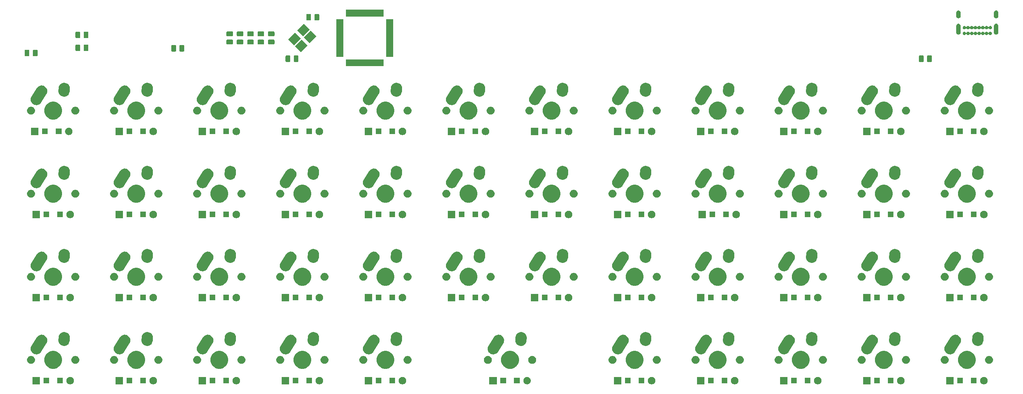
<source format=gbr>
G04 #@! TF.GenerationSoftware,KiCad,Pcbnew,(5.1.0)-1*
G04 #@! TF.CreationDate,2020-08-27T01:02:27-04:00*
G04 #@! TF.ProjectId,keyboard,6b657962-6f61-4726-942e-6b696361645f,rev?*
G04 #@! TF.SameCoordinates,Original*
G04 #@! TF.FileFunction,Soldermask,Bot*
G04 #@! TF.FilePolarity,Negative*
%FSLAX46Y46*%
G04 Gerber Fmt 4.6, Leading zero omitted, Abs format (unit mm)*
G04 Created by KiCad (PCBNEW (5.1.0)-1) date 2020-08-27 01:02:27*
%MOMM*%
%LPD*%
G04 APERTURE LIST*
%ADD10C,0.127000*%
G04 APERTURE END LIST*
D10*
G36*
X32723228Y-120625453D02*
G01*
X32878100Y-120689603D01*
X33017481Y-120782735D01*
X33136015Y-120901269D01*
X33229147Y-121040650D01*
X33293297Y-121195522D01*
X33326000Y-121359934D01*
X33326000Y-121527566D01*
X33293297Y-121691978D01*
X33229147Y-121846850D01*
X33136015Y-121986231D01*
X33017481Y-122104765D01*
X32878100Y-122197897D01*
X32723228Y-122262047D01*
X32558816Y-122294750D01*
X32391184Y-122294750D01*
X32226772Y-122262047D01*
X32071900Y-122197897D01*
X31932519Y-122104765D01*
X31813985Y-121986231D01*
X31720853Y-121846850D01*
X31656703Y-121691978D01*
X31624000Y-121527566D01*
X31624000Y-121359934D01*
X31656703Y-121195522D01*
X31720853Y-121040650D01*
X31813985Y-120901269D01*
X31932519Y-120782735D01*
X32071900Y-120689603D01*
X32226772Y-120625453D01*
X32391184Y-120592750D01*
X32558816Y-120592750D01*
X32723228Y-120625453D01*
X32723228Y-120625453D01*
G37*
G36*
X137498228Y-120625453D02*
G01*
X137653100Y-120689603D01*
X137792481Y-120782735D01*
X137911015Y-120901269D01*
X138004147Y-121040650D01*
X138068297Y-121195522D01*
X138101000Y-121359934D01*
X138101000Y-121527566D01*
X138068297Y-121691978D01*
X138004147Y-121846850D01*
X137911015Y-121986231D01*
X137792481Y-122104765D01*
X137653100Y-122197897D01*
X137498228Y-122262047D01*
X137333816Y-122294750D01*
X137166184Y-122294750D01*
X137001772Y-122262047D01*
X136846900Y-122197897D01*
X136707519Y-122104765D01*
X136588985Y-121986231D01*
X136495853Y-121846850D01*
X136431703Y-121691978D01*
X136399000Y-121527566D01*
X136399000Y-121359934D01*
X136431703Y-121195522D01*
X136495853Y-121040650D01*
X136588985Y-120901269D01*
X136707519Y-120782735D01*
X136846900Y-120689603D01*
X137001772Y-120625453D01*
X137166184Y-120592750D01*
X137333816Y-120592750D01*
X137498228Y-120625453D01*
X137498228Y-120625453D01*
G37*
G36*
X242273228Y-120625453D02*
G01*
X242428100Y-120689603D01*
X242567481Y-120782735D01*
X242686015Y-120901269D01*
X242779147Y-121040650D01*
X242843297Y-121195522D01*
X242876000Y-121359934D01*
X242876000Y-121527566D01*
X242843297Y-121691978D01*
X242779147Y-121846850D01*
X242686015Y-121986231D01*
X242567481Y-122104765D01*
X242428100Y-122197897D01*
X242273228Y-122262047D01*
X242108816Y-122294750D01*
X241941184Y-122294750D01*
X241776772Y-122262047D01*
X241621900Y-122197897D01*
X241482519Y-122104765D01*
X241363985Y-121986231D01*
X241270853Y-121846850D01*
X241206703Y-121691978D01*
X241174000Y-121527566D01*
X241174000Y-121359934D01*
X241206703Y-121195522D01*
X241270853Y-121040650D01*
X241363985Y-120901269D01*
X241482519Y-120782735D01*
X241621900Y-120689603D01*
X241776772Y-120625453D01*
X241941184Y-120592750D01*
X242108816Y-120592750D01*
X242273228Y-120625453D01*
X242273228Y-120625453D01*
G37*
G36*
X216026000Y-122294750D02*
G01*
X214324000Y-122294750D01*
X214324000Y-120592750D01*
X216026000Y-120592750D01*
X216026000Y-122294750D01*
X216026000Y-122294750D01*
G37*
G36*
X223223228Y-120625453D02*
G01*
X223378100Y-120689603D01*
X223517481Y-120782735D01*
X223636015Y-120901269D01*
X223729147Y-121040650D01*
X223793297Y-121195522D01*
X223826000Y-121359934D01*
X223826000Y-121527566D01*
X223793297Y-121691978D01*
X223729147Y-121846850D01*
X223636015Y-121986231D01*
X223517481Y-122104765D01*
X223378100Y-122197897D01*
X223223228Y-122262047D01*
X223058816Y-122294750D01*
X222891184Y-122294750D01*
X222726772Y-122262047D01*
X222571900Y-122197897D01*
X222432519Y-122104765D01*
X222313985Y-121986231D01*
X222220853Y-121846850D01*
X222156703Y-121691978D01*
X222124000Y-121527566D01*
X222124000Y-121359934D01*
X222156703Y-121195522D01*
X222220853Y-121040650D01*
X222313985Y-120901269D01*
X222432519Y-120782735D01*
X222571900Y-120689603D01*
X222726772Y-120625453D01*
X222891184Y-120592750D01*
X223058816Y-120592750D01*
X223223228Y-120625453D01*
X223223228Y-120625453D01*
G37*
G36*
X196976000Y-122294750D02*
G01*
X195274000Y-122294750D01*
X195274000Y-120592750D01*
X196976000Y-120592750D01*
X196976000Y-122294750D01*
X196976000Y-122294750D01*
G37*
G36*
X204173228Y-120625453D02*
G01*
X204328100Y-120689603D01*
X204467481Y-120782735D01*
X204586015Y-120901269D01*
X204679147Y-121040650D01*
X204743297Y-121195522D01*
X204776000Y-121359934D01*
X204776000Y-121527566D01*
X204743297Y-121691978D01*
X204679147Y-121846850D01*
X204586015Y-121986231D01*
X204467481Y-122104765D01*
X204328100Y-122197897D01*
X204173228Y-122262047D01*
X204008816Y-122294750D01*
X203841184Y-122294750D01*
X203676772Y-122262047D01*
X203521900Y-122197897D01*
X203382519Y-122104765D01*
X203263985Y-121986231D01*
X203170853Y-121846850D01*
X203106703Y-121691978D01*
X203074000Y-121527566D01*
X203074000Y-121359934D01*
X203106703Y-121195522D01*
X203170853Y-121040650D01*
X203263985Y-120901269D01*
X203382519Y-120782735D01*
X203521900Y-120689603D01*
X203676772Y-120625453D01*
X203841184Y-120592750D01*
X204008816Y-120592750D01*
X204173228Y-120625453D01*
X204173228Y-120625453D01*
G37*
G36*
X177926000Y-122294750D02*
G01*
X176224000Y-122294750D01*
X176224000Y-120592750D01*
X177926000Y-120592750D01*
X177926000Y-122294750D01*
X177926000Y-122294750D01*
G37*
G36*
X185123228Y-120625453D02*
G01*
X185278100Y-120689603D01*
X185417481Y-120782735D01*
X185536015Y-120901269D01*
X185629147Y-121040650D01*
X185693297Y-121195522D01*
X185726000Y-121359934D01*
X185726000Y-121527566D01*
X185693297Y-121691978D01*
X185629147Y-121846850D01*
X185536015Y-121986231D01*
X185417481Y-122104765D01*
X185278100Y-122197897D01*
X185123228Y-122262047D01*
X184958816Y-122294750D01*
X184791184Y-122294750D01*
X184626772Y-122262047D01*
X184471900Y-122197897D01*
X184332519Y-122104765D01*
X184213985Y-121986231D01*
X184120853Y-121846850D01*
X184056703Y-121691978D01*
X184024000Y-121527566D01*
X184024000Y-121359934D01*
X184056703Y-121195522D01*
X184120853Y-121040650D01*
X184213985Y-120901269D01*
X184332519Y-120782735D01*
X184471900Y-120689603D01*
X184626772Y-120625453D01*
X184791184Y-120592750D01*
X184958816Y-120592750D01*
X185123228Y-120625453D01*
X185123228Y-120625453D01*
G37*
G36*
X158876000Y-122294750D02*
G01*
X157174000Y-122294750D01*
X157174000Y-120592750D01*
X158876000Y-120592750D01*
X158876000Y-122294750D01*
X158876000Y-122294750D01*
G37*
G36*
X166073228Y-120625453D02*
G01*
X166228100Y-120689603D01*
X166367481Y-120782735D01*
X166486015Y-120901269D01*
X166579147Y-121040650D01*
X166643297Y-121195522D01*
X166676000Y-121359934D01*
X166676000Y-121527566D01*
X166643297Y-121691978D01*
X166579147Y-121846850D01*
X166486015Y-121986231D01*
X166367481Y-122104765D01*
X166228100Y-122197897D01*
X166073228Y-122262047D01*
X165908816Y-122294750D01*
X165741184Y-122294750D01*
X165576772Y-122262047D01*
X165421900Y-122197897D01*
X165282519Y-122104765D01*
X165163985Y-121986231D01*
X165070853Y-121846850D01*
X165006703Y-121691978D01*
X164974000Y-121527566D01*
X164974000Y-121359934D01*
X165006703Y-121195522D01*
X165070853Y-121040650D01*
X165163985Y-120901269D01*
X165282519Y-120782735D01*
X165421900Y-120689603D01*
X165576772Y-120625453D01*
X165741184Y-120592750D01*
X165908816Y-120592750D01*
X166073228Y-120625453D01*
X166073228Y-120625453D01*
G37*
G36*
X235076000Y-122294750D02*
G01*
X233374000Y-122294750D01*
X233374000Y-120592750D01*
X235076000Y-120592750D01*
X235076000Y-122294750D01*
X235076000Y-122294750D01*
G37*
G36*
X101726000Y-122294750D02*
G01*
X100024000Y-122294750D01*
X100024000Y-120592750D01*
X101726000Y-120592750D01*
X101726000Y-122294750D01*
X101726000Y-122294750D01*
G37*
G36*
X108923228Y-120625453D02*
G01*
X109078100Y-120689603D01*
X109217481Y-120782735D01*
X109336015Y-120901269D01*
X109429147Y-121040650D01*
X109493297Y-121195522D01*
X109526000Y-121359934D01*
X109526000Y-121527566D01*
X109493297Y-121691978D01*
X109429147Y-121846850D01*
X109336015Y-121986231D01*
X109217481Y-122104765D01*
X109078100Y-122197897D01*
X108923228Y-122262047D01*
X108758816Y-122294750D01*
X108591184Y-122294750D01*
X108426772Y-122262047D01*
X108271900Y-122197897D01*
X108132519Y-122104765D01*
X108013985Y-121986231D01*
X107920853Y-121846850D01*
X107856703Y-121691978D01*
X107824000Y-121527566D01*
X107824000Y-121359934D01*
X107856703Y-121195522D01*
X107920853Y-121040650D01*
X108013985Y-120901269D01*
X108132519Y-120782735D01*
X108271900Y-120689603D01*
X108426772Y-120625453D01*
X108591184Y-120592750D01*
X108758816Y-120592750D01*
X108923228Y-120625453D01*
X108923228Y-120625453D01*
G37*
G36*
X89873228Y-120625453D02*
G01*
X90028100Y-120689603D01*
X90167481Y-120782735D01*
X90286015Y-120901269D01*
X90379147Y-121040650D01*
X90443297Y-121195522D01*
X90476000Y-121359934D01*
X90476000Y-121527566D01*
X90443297Y-121691978D01*
X90379147Y-121846850D01*
X90286015Y-121986231D01*
X90167481Y-122104765D01*
X90028100Y-122197897D01*
X89873228Y-122262047D01*
X89708816Y-122294750D01*
X89541184Y-122294750D01*
X89376772Y-122262047D01*
X89221900Y-122197897D01*
X89082519Y-122104765D01*
X88963985Y-121986231D01*
X88870853Y-121846850D01*
X88806703Y-121691978D01*
X88774000Y-121527566D01*
X88774000Y-121359934D01*
X88806703Y-121195522D01*
X88870853Y-121040650D01*
X88963985Y-120901269D01*
X89082519Y-120782735D01*
X89221900Y-120689603D01*
X89376772Y-120625453D01*
X89541184Y-120592750D01*
X89708816Y-120592750D01*
X89873228Y-120625453D01*
X89873228Y-120625453D01*
G37*
G36*
X82676000Y-122294750D02*
G01*
X80974000Y-122294750D01*
X80974000Y-120592750D01*
X82676000Y-120592750D01*
X82676000Y-122294750D01*
X82676000Y-122294750D01*
G37*
G36*
X70823228Y-120625453D02*
G01*
X70978100Y-120689603D01*
X71117481Y-120782735D01*
X71236015Y-120901269D01*
X71329147Y-121040650D01*
X71393297Y-121195522D01*
X71426000Y-121359934D01*
X71426000Y-121527566D01*
X71393297Y-121691978D01*
X71329147Y-121846850D01*
X71236015Y-121986231D01*
X71117481Y-122104765D01*
X70978100Y-122197897D01*
X70823228Y-122262047D01*
X70658816Y-122294750D01*
X70491184Y-122294750D01*
X70326772Y-122262047D01*
X70171900Y-122197897D01*
X70032519Y-122104765D01*
X69913985Y-121986231D01*
X69820853Y-121846850D01*
X69756703Y-121691978D01*
X69724000Y-121527566D01*
X69724000Y-121359934D01*
X69756703Y-121195522D01*
X69820853Y-121040650D01*
X69913985Y-120901269D01*
X70032519Y-120782735D01*
X70171900Y-120689603D01*
X70326772Y-120625453D01*
X70491184Y-120592750D01*
X70658816Y-120592750D01*
X70823228Y-120625453D01*
X70823228Y-120625453D01*
G37*
G36*
X63626000Y-122294750D02*
G01*
X61924000Y-122294750D01*
X61924000Y-120592750D01*
X63626000Y-120592750D01*
X63626000Y-122294750D01*
X63626000Y-122294750D01*
G37*
G36*
X51773228Y-120625453D02*
G01*
X51928100Y-120689603D01*
X52067481Y-120782735D01*
X52186015Y-120901269D01*
X52279147Y-121040650D01*
X52343297Y-121195522D01*
X52376000Y-121359934D01*
X52376000Y-121527566D01*
X52343297Y-121691978D01*
X52279147Y-121846850D01*
X52186015Y-121986231D01*
X52067481Y-122104765D01*
X51928100Y-122197897D01*
X51773228Y-122262047D01*
X51608816Y-122294750D01*
X51441184Y-122294750D01*
X51276772Y-122262047D01*
X51121900Y-122197897D01*
X50982519Y-122104765D01*
X50863985Y-121986231D01*
X50770853Y-121846850D01*
X50706703Y-121691978D01*
X50674000Y-121527566D01*
X50674000Y-121359934D01*
X50706703Y-121195522D01*
X50770853Y-121040650D01*
X50863985Y-120901269D01*
X50982519Y-120782735D01*
X51121900Y-120689603D01*
X51276772Y-120625453D01*
X51441184Y-120592750D01*
X51608816Y-120592750D01*
X51773228Y-120625453D01*
X51773228Y-120625453D01*
G37*
G36*
X44576000Y-122294750D02*
G01*
X42874000Y-122294750D01*
X42874000Y-120592750D01*
X44576000Y-120592750D01*
X44576000Y-122294750D01*
X44576000Y-122294750D01*
G37*
G36*
X25526000Y-122294750D02*
G01*
X23824000Y-122294750D01*
X23824000Y-120592750D01*
X25526000Y-120592750D01*
X25526000Y-122294750D01*
X25526000Y-122294750D01*
G37*
G36*
X130301000Y-122294750D02*
G01*
X128599000Y-122294750D01*
X128599000Y-120592750D01*
X130301000Y-120592750D01*
X130301000Y-122294750D01*
X130301000Y-122294750D01*
G37*
G36*
X180051000Y-122094750D02*
G01*
X178749000Y-122094750D01*
X178749000Y-120792750D01*
X180051000Y-120792750D01*
X180051000Y-122094750D01*
X180051000Y-122094750D01*
G37*
G36*
X103851000Y-122094750D02*
G01*
X102549000Y-122094750D01*
X102549000Y-120792750D01*
X103851000Y-120792750D01*
X103851000Y-122094750D01*
X103851000Y-122094750D01*
G37*
G36*
X107001000Y-122094750D02*
G01*
X105699000Y-122094750D01*
X105699000Y-120792750D01*
X107001000Y-120792750D01*
X107001000Y-122094750D01*
X107001000Y-122094750D01*
G37*
G36*
X135576000Y-122094750D02*
G01*
X134274000Y-122094750D01*
X134274000Y-120792750D01*
X135576000Y-120792750D01*
X135576000Y-122094750D01*
X135576000Y-122094750D01*
G37*
G36*
X132426000Y-122094750D02*
G01*
X131124000Y-122094750D01*
X131124000Y-120792750D01*
X132426000Y-120792750D01*
X132426000Y-122094750D01*
X132426000Y-122094750D01*
G37*
G36*
X202251000Y-122094750D02*
G01*
X200949000Y-122094750D01*
X200949000Y-120792750D01*
X202251000Y-120792750D01*
X202251000Y-122094750D01*
X202251000Y-122094750D01*
G37*
G36*
X199101000Y-122094750D02*
G01*
X197799000Y-122094750D01*
X197799000Y-120792750D01*
X199101000Y-120792750D01*
X199101000Y-122094750D01*
X199101000Y-122094750D01*
G37*
G36*
X161001000Y-122094750D02*
G01*
X159699000Y-122094750D01*
X159699000Y-120792750D01*
X161001000Y-120792750D01*
X161001000Y-122094750D01*
X161001000Y-122094750D01*
G37*
G36*
X164151000Y-122094750D02*
G01*
X162849000Y-122094750D01*
X162849000Y-120792750D01*
X164151000Y-120792750D01*
X164151000Y-122094750D01*
X164151000Y-122094750D01*
G37*
G36*
X183201000Y-122094750D02*
G01*
X181899000Y-122094750D01*
X181899000Y-120792750D01*
X183201000Y-120792750D01*
X183201000Y-122094750D01*
X183201000Y-122094750D01*
G37*
G36*
X84801000Y-122094750D02*
G01*
X83499000Y-122094750D01*
X83499000Y-120792750D01*
X84801000Y-120792750D01*
X84801000Y-122094750D01*
X84801000Y-122094750D01*
G37*
G36*
X87951000Y-122094750D02*
G01*
X86649000Y-122094750D01*
X86649000Y-120792750D01*
X87951000Y-120792750D01*
X87951000Y-122094750D01*
X87951000Y-122094750D01*
G37*
G36*
X46701000Y-122094750D02*
G01*
X45399000Y-122094750D01*
X45399000Y-120792750D01*
X46701000Y-120792750D01*
X46701000Y-122094750D01*
X46701000Y-122094750D01*
G37*
G36*
X240351000Y-122094750D02*
G01*
X239049000Y-122094750D01*
X239049000Y-120792750D01*
X240351000Y-120792750D01*
X240351000Y-122094750D01*
X240351000Y-122094750D01*
G37*
G36*
X237201000Y-122094750D02*
G01*
X235899000Y-122094750D01*
X235899000Y-120792750D01*
X237201000Y-120792750D01*
X237201000Y-122094750D01*
X237201000Y-122094750D01*
G37*
G36*
X65751000Y-122094750D02*
G01*
X64449000Y-122094750D01*
X64449000Y-120792750D01*
X65751000Y-120792750D01*
X65751000Y-122094750D01*
X65751000Y-122094750D01*
G37*
G36*
X68901000Y-122094750D02*
G01*
X67599000Y-122094750D01*
X67599000Y-120792750D01*
X68901000Y-120792750D01*
X68901000Y-122094750D01*
X68901000Y-122094750D01*
G37*
G36*
X218151000Y-122094750D02*
G01*
X216849000Y-122094750D01*
X216849000Y-120792750D01*
X218151000Y-120792750D01*
X218151000Y-122094750D01*
X218151000Y-122094750D01*
G37*
G36*
X221301000Y-122094750D02*
G01*
X219999000Y-122094750D01*
X219999000Y-120792750D01*
X221301000Y-120792750D01*
X221301000Y-122094750D01*
X221301000Y-122094750D01*
G37*
G36*
X49851000Y-122094750D02*
G01*
X48549000Y-122094750D01*
X48549000Y-120792750D01*
X49851000Y-120792750D01*
X49851000Y-122094750D01*
X49851000Y-122094750D01*
G37*
G36*
X30801000Y-122094750D02*
G01*
X29499000Y-122094750D01*
X29499000Y-120792750D01*
X30801000Y-120792750D01*
X30801000Y-122094750D01*
X30801000Y-122094750D01*
G37*
G36*
X27651000Y-122094750D02*
G01*
X26349000Y-122094750D01*
X26349000Y-120792750D01*
X27651000Y-120792750D01*
X27651000Y-122094750D01*
X27651000Y-122094750D01*
G37*
G36*
X29171474Y-114714934D02*
G01*
X29389474Y-114805233D01*
X29543623Y-114869083D01*
X29878548Y-115092873D01*
X30163377Y-115377702D01*
X30387167Y-115712627D01*
X30451017Y-115866776D01*
X30541316Y-116084776D01*
X30619900Y-116479844D01*
X30619900Y-116882656D01*
X30541316Y-117277724D01*
X30457322Y-117480503D01*
X30387167Y-117649873D01*
X30163377Y-117984798D01*
X29878548Y-118269627D01*
X29543623Y-118493417D01*
X29389474Y-118557267D01*
X29171474Y-118647566D01*
X28776406Y-118726150D01*
X28373594Y-118726150D01*
X27978526Y-118647566D01*
X27760526Y-118557267D01*
X27606377Y-118493417D01*
X27271452Y-118269627D01*
X26986623Y-117984798D01*
X26762833Y-117649873D01*
X26692678Y-117480503D01*
X26608684Y-117277724D01*
X26530100Y-116882656D01*
X26530100Y-116479844D01*
X26608684Y-116084776D01*
X26698983Y-115866776D01*
X26762833Y-115712627D01*
X26986623Y-115377702D01*
X27271452Y-115092873D01*
X27606377Y-114869083D01*
X27760526Y-114805233D01*
X27978526Y-114714934D01*
X28373594Y-114636350D01*
X28776406Y-114636350D01*
X29171474Y-114714934D01*
X29171474Y-114714934D01*
G37*
G36*
X133946474Y-114714934D02*
G01*
X134164474Y-114805233D01*
X134318623Y-114869083D01*
X134653548Y-115092873D01*
X134938377Y-115377702D01*
X135162167Y-115712627D01*
X135226017Y-115866776D01*
X135316316Y-116084776D01*
X135394900Y-116479844D01*
X135394900Y-116882656D01*
X135316316Y-117277724D01*
X135232322Y-117480503D01*
X135162167Y-117649873D01*
X134938377Y-117984798D01*
X134653548Y-118269627D01*
X134318623Y-118493417D01*
X134164474Y-118557267D01*
X133946474Y-118647566D01*
X133551406Y-118726150D01*
X133148594Y-118726150D01*
X132753526Y-118647566D01*
X132535526Y-118557267D01*
X132381377Y-118493417D01*
X132046452Y-118269627D01*
X131761623Y-117984798D01*
X131537833Y-117649873D01*
X131467678Y-117480503D01*
X131383684Y-117277724D01*
X131305100Y-116882656D01*
X131305100Y-116479844D01*
X131383684Y-116084776D01*
X131473983Y-115866776D01*
X131537833Y-115712627D01*
X131761623Y-115377702D01*
X132046452Y-115092873D01*
X132381377Y-114869083D01*
X132535526Y-114805233D01*
X132753526Y-114714934D01*
X133148594Y-114636350D01*
X133551406Y-114636350D01*
X133946474Y-114714934D01*
X133946474Y-114714934D01*
G37*
G36*
X105371474Y-114714934D02*
G01*
X105589474Y-114805233D01*
X105743623Y-114869083D01*
X106078548Y-115092873D01*
X106363377Y-115377702D01*
X106587167Y-115712627D01*
X106651017Y-115866776D01*
X106741316Y-116084776D01*
X106819900Y-116479844D01*
X106819900Y-116882656D01*
X106741316Y-117277724D01*
X106657322Y-117480503D01*
X106587167Y-117649873D01*
X106363377Y-117984798D01*
X106078548Y-118269627D01*
X105743623Y-118493417D01*
X105589474Y-118557267D01*
X105371474Y-118647566D01*
X104976406Y-118726150D01*
X104573594Y-118726150D01*
X104178526Y-118647566D01*
X103960526Y-118557267D01*
X103806377Y-118493417D01*
X103471452Y-118269627D01*
X103186623Y-117984798D01*
X102962833Y-117649873D01*
X102892678Y-117480503D01*
X102808684Y-117277724D01*
X102730100Y-116882656D01*
X102730100Y-116479844D01*
X102808684Y-116084776D01*
X102898983Y-115866776D01*
X102962833Y-115712627D01*
X103186623Y-115377702D01*
X103471452Y-115092873D01*
X103806377Y-114869083D01*
X103960526Y-114805233D01*
X104178526Y-114714934D01*
X104573594Y-114636350D01*
X104976406Y-114636350D01*
X105371474Y-114714934D01*
X105371474Y-114714934D01*
G37*
G36*
X48221474Y-114714934D02*
G01*
X48439474Y-114805233D01*
X48593623Y-114869083D01*
X48928548Y-115092873D01*
X49213377Y-115377702D01*
X49437167Y-115712627D01*
X49501017Y-115866776D01*
X49591316Y-116084776D01*
X49669900Y-116479844D01*
X49669900Y-116882656D01*
X49591316Y-117277724D01*
X49507322Y-117480503D01*
X49437167Y-117649873D01*
X49213377Y-117984798D01*
X48928548Y-118269627D01*
X48593623Y-118493417D01*
X48439474Y-118557267D01*
X48221474Y-118647566D01*
X47826406Y-118726150D01*
X47423594Y-118726150D01*
X47028526Y-118647566D01*
X46810526Y-118557267D01*
X46656377Y-118493417D01*
X46321452Y-118269627D01*
X46036623Y-117984798D01*
X45812833Y-117649873D01*
X45742678Y-117480503D01*
X45658684Y-117277724D01*
X45580100Y-116882656D01*
X45580100Y-116479844D01*
X45658684Y-116084776D01*
X45748983Y-115866776D01*
X45812833Y-115712627D01*
X46036623Y-115377702D01*
X46321452Y-115092873D01*
X46656377Y-114869083D01*
X46810526Y-114805233D01*
X47028526Y-114714934D01*
X47423594Y-114636350D01*
X47826406Y-114636350D01*
X48221474Y-114714934D01*
X48221474Y-114714934D01*
G37*
G36*
X67271474Y-114714934D02*
G01*
X67489474Y-114805233D01*
X67643623Y-114869083D01*
X67978548Y-115092873D01*
X68263377Y-115377702D01*
X68487167Y-115712627D01*
X68551017Y-115866776D01*
X68641316Y-116084776D01*
X68719900Y-116479844D01*
X68719900Y-116882656D01*
X68641316Y-117277724D01*
X68557322Y-117480503D01*
X68487167Y-117649873D01*
X68263377Y-117984798D01*
X67978548Y-118269627D01*
X67643623Y-118493417D01*
X67489474Y-118557267D01*
X67271474Y-118647566D01*
X66876406Y-118726150D01*
X66473594Y-118726150D01*
X66078526Y-118647566D01*
X65860526Y-118557267D01*
X65706377Y-118493417D01*
X65371452Y-118269627D01*
X65086623Y-117984798D01*
X64862833Y-117649873D01*
X64792678Y-117480503D01*
X64708684Y-117277724D01*
X64630100Y-116882656D01*
X64630100Y-116479844D01*
X64708684Y-116084776D01*
X64798983Y-115866776D01*
X64862833Y-115712627D01*
X65086623Y-115377702D01*
X65371452Y-115092873D01*
X65706377Y-114869083D01*
X65860526Y-114805233D01*
X66078526Y-114714934D01*
X66473594Y-114636350D01*
X66876406Y-114636350D01*
X67271474Y-114714934D01*
X67271474Y-114714934D01*
G37*
G36*
X86321474Y-114714934D02*
G01*
X86539474Y-114805233D01*
X86693623Y-114869083D01*
X87028548Y-115092873D01*
X87313377Y-115377702D01*
X87537167Y-115712627D01*
X87601017Y-115866776D01*
X87691316Y-116084776D01*
X87769900Y-116479844D01*
X87769900Y-116882656D01*
X87691316Y-117277724D01*
X87607322Y-117480503D01*
X87537167Y-117649873D01*
X87313377Y-117984798D01*
X87028548Y-118269627D01*
X86693623Y-118493417D01*
X86539474Y-118557267D01*
X86321474Y-118647566D01*
X85926406Y-118726150D01*
X85523594Y-118726150D01*
X85128526Y-118647566D01*
X84910526Y-118557267D01*
X84756377Y-118493417D01*
X84421452Y-118269627D01*
X84136623Y-117984798D01*
X83912833Y-117649873D01*
X83842678Y-117480503D01*
X83758684Y-117277724D01*
X83680100Y-116882656D01*
X83680100Y-116479844D01*
X83758684Y-116084776D01*
X83848983Y-115866776D01*
X83912833Y-115712627D01*
X84136623Y-115377702D01*
X84421452Y-115092873D01*
X84756377Y-114869083D01*
X84910526Y-114805233D01*
X85128526Y-114714934D01*
X85523594Y-114636350D01*
X85926406Y-114636350D01*
X86321474Y-114714934D01*
X86321474Y-114714934D01*
G37*
G36*
X200621474Y-114714934D02*
G01*
X200839474Y-114805233D01*
X200993623Y-114869083D01*
X201328548Y-115092873D01*
X201613377Y-115377702D01*
X201837167Y-115712627D01*
X201901017Y-115866776D01*
X201991316Y-116084776D01*
X202069900Y-116479844D01*
X202069900Y-116882656D01*
X201991316Y-117277724D01*
X201907322Y-117480503D01*
X201837167Y-117649873D01*
X201613377Y-117984798D01*
X201328548Y-118269627D01*
X200993623Y-118493417D01*
X200839474Y-118557267D01*
X200621474Y-118647566D01*
X200226406Y-118726150D01*
X199823594Y-118726150D01*
X199428526Y-118647566D01*
X199210526Y-118557267D01*
X199056377Y-118493417D01*
X198721452Y-118269627D01*
X198436623Y-117984798D01*
X198212833Y-117649873D01*
X198142678Y-117480503D01*
X198058684Y-117277724D01*
X197980100Y-116882656D01*
X197980100Y-116479844D01*
X198058684Y-116084776D01*
X198148983Y-115866776D01*
X198212833Y-115712627D01*
X198436623Y-115377702D01*
X198721452Y-115092873D01*
X199056377Y-114869083D01*
X199210526Y-114805233D01*
X199428526Y-114714934D01*
X199823594Y-114636350D01*
X200226406Y-114636350D01*
X200621474Y-114714934D01*
X200621474Y-114714934D01*
G37*
G36*
X181571474Y-114714934D02*
G01*
X181789474Y-114805233D01*
X181943623Y-114869083D01*
X182278548Y-115092873D01*
X182563377Y-115377702D01*
X182787167Y-115712627D01*
X182851017Y-115866776D01*
X182941316Y-116084776D01*
X183019900Y-116479844D01*
X183019900Y-116882656D01*
X182941316Y-117277724D01*
X182857322Y-117480503D01*
X182787167Y-117649873D01*
X182563377Y-117984798D01*
X182278548Y-118269627D01*
X181943623Y-118493417D01*
X181789474Y-118557267D01*
X181571474Y-118647566D01*
X181176406Y-118726150D01*
X180773594Y-118726150D01*
X180378526Y-118647566D01*
X180160526Y-118557267D01*
X180006377Y-118493417D01*
X179671452Y-118269627D01*
X179386623Y-117984798D01*
X179162833Y-117649873D01*
X179092678Y-117480503D01*
X179008684Y-117277724D01*
X178930100Y-116882656D01*
X178930100Y-116479844D01*
X179008684Y-116084776D01*
X179098983Y-115866776D01*
X179162833Y-115712627D01*
X179386623Y-115377702D01*
X179671452Y-115092873D01*
X180006377Y-114869083D01*
X180160526Y-114805233D01*
X180378526Y-114714934D01*
X180773594Y-114636350D01*
X181176406Y-114636350D01*
X181571474Y-114714934D01*
X181571474Y-114714934D01*
G37*
G36*
X219671474Y-114714934D02*
G01*
X219889474Y-114805233D01*
X220043623Y-114869083D01*
X220378548Y-115092873D01*
X220663377Y-115377702D01*
X220887167Y-115712627D01*
X220951017Y-115866776D01*
X221041316Y-116084776D01*
X221119900Y-116479844D01*
X221119900Y-116882656D01*
X221041316Y-117277724D01*
X220957322Y-117480503D01*
X220887167Y-117649873D01*
X220663377Y-117984798D01*
X220378548Y-118269627D01*
X220043623Y-118493417D01*
X219889474Y-118557267D01*
X219671474Y-118647566D01*
X219276406Y-118726150D01*
X218873594Y-118726150D01*
X218478526Y-118647566D01*
X218260526Y-118557267D01*
X218106377Y-118493417D01*
X217771452Y-118269627D01*
X217486623Y-117984798D01*
X217262833Y-117649873D01*
X217192678Y-117480503D01*
X217108684Y-117277724D01*
X217030100Y-116882656D01*
X217030100Y-116479844D01*
X217108684Y-116084776D01*
X217198983Y-115866776D01*
X217262833Y-115712627D01*
X217486623Y-115377702D01*
X217771452Y-115092873D01*
X218106377Y-114869083D01*
X218260526Y-114805233D01*
X218478526Y-114714934D01*
X218873594Y-114636350D01*
X219276406Y-114636350D01*
X219671474Y-114714934D01*
X219671474Y-114714934D01*
G37*
G36*
X238721474Y-114714934D02*
G01*
X238939474Y-114805233D01*
X239093623Y-114869083D01*
X239428548Y-115092873D01*
X239713377Y-115377702D01*
X239937167Y-115712627D01*
X240001017Y-115866776D01*
X240091316Y-116084776D01*
X240169900Y-116479844D01*
X240169900Y-116882656D01*
X240091316Y-117277724D01*
X240007322Y-117480503D01*
X239937167Y-117649873D01*
X239713377Y-117984798D01*
X239428548Y-118269627D01*
X239093623Y-118493417D01*
X238939474Y-118557267D01*
X238721474Y-118647566D01*
X238326406Y-118726150D01*
X237923594Y-118726150D01*
X237528526Y-118647566D01*
X237310526Y-118557267D01*
X237156377Y-118493417D01*
X236821452Y-118269627D01*
X236536623Y-117984798D01*
X236312833Y-117649873D01*
X236242678Y-117480503D01*
X236158684Y-117277724D01*
X236080100Y-116882656D01*
X236080100Y-116479844D01*
X236158684Y-116084776D01*
X236248983Y-115866776D01*
X236312833Y-115712627D01*
X236536623Y-115377702D01*
X236821452Y-115092873D01*
X237156377Y-114869083D01*
X237310526Y-114805233D01*
X237528526Y-114714934D01*
X237923594Y-114636350D01*
X238326406Y-114636350D01*
X238721474Y-114714934D01*
X238721474Y-114714934D01*
G37*
G36*
X162521474Y-114714934D02*
G01*
X162739474Y-114805233D01*
X162893623Y-114869083D01*
X163228548Y-115092873D01*
X163513377Y-115377702D01*
X163737167Y-115712627D01*
X163801017Y-115866776D01*
X163891316Y-116084776D01*
X163969900Y-116479844D01*
X163969900Y-116882656D01*
X163891316Y-117277724D01*
X163807322Y-117480503D01*
X163737167Y-117649873D01*
X163513377Y-117984798D01*
X163228548Y-118269627D01*
X162893623Y-118493417D01*
X162739474Y-118557267D01*
X162521474Y-118647566D01*
X162126406Y-118726150D01*
X161723594Y-118726150D01*
X161328526Y-118647566D01*
X161110526Y-118557267D01*
X160956377Y-118493417D01*
X160621452Y-118269627D01*
X160336623Y-117984798D01*
X160112833Y-117649873D01*
X160042678Y-117480503D01*
X159958684Y-117277724D01*
X159880100Y-116882656D01*
X159880100Y-116479844D01*
X159958684Y-116084776D01*
X160048983Y-115866776D01*
X160112833Y-115712627D01*
X160336623Y-115377702D01*
X160621452Y-115092873D01*
X160956377Y-114869083D01*
X161110526Y-114805233D01*
X161328526Y-114714934D01*
X161723594Y-114636350D01*
X162126406Y-114636350D01*
X162521474Y-114714934D01*
X162521474Y-114714934D01*
G37*
G36*
X61770952Y-115796679D02*
G01*
X61858075Y-115814009D01*
X61967498Y-115859334D01*
X62022211Y-115881997D01*
X62168933Y-115980033D01*
X62169928Y-115980698D01*
X62295552Y-116106322D01*
X62295554Y-116106325D01*
X62394253Y-116254039D01*
X62394253Y-116254040D01*
X62462241Y-116418175D01*
X62496900Y-116592421D01*
X62496900Y-116770079D01*
X62462241Y-116944325D01*
X62416916Y-117053748D01*
X62394253Y-117108461D01*
X62296217Y-117255183D01*
X62295552Y-117256178D01*
X62169928Y-117381802D01*
X62169925Y-117381804D01*
X62022211Y-117480503D01*
X61967498Y-117503166D01*
X61858075Y-117548491D01*
X61770952Y-117565820D01*
X61683831Y-117583150D01*
X61506169Y-117583150D01*
X61419048Y-117565820D01*
X61331925Y-117548491D01*
X61222502Y-117503166D01*
X61167789Y-117480503D01*
X61020075Y-117381804D01*
X61020072Y-117381802D01*
X60894448Y-117256178D01*
X60893783Y-117255183D01*
X60795747Y-117108461D01*
X60773084Y-117053748D01*
X60727759Y-116944325D01*
X60693100Y-116770079D01*
X60693100Y-116592421D01*
X60727759Y-116418175D01*
X60795747Y-116254040D01*
X60795747Y-116254039D01*
X60894446Y-116106325D01*
X60894448Y-116106322D01*
X61020072Y-115980698D01*
X61021067Y-115980033D01*
X61167789Y-115881997D01*
X61222502Y-115859334D01*
X61331925Y-115814009D01*
X61419048Y-115796679D01*
X61506169Y-115779350D01*
X61683831Y-115779350D01*
X61770952Y-115796679D01*
X61770952Y-115796679D01*
G37*
G36*
X23670952Y-115796679D02*
G01*
X23758075Y-115814009D01*
X23867498Y-115859334D01*
X23922211Y-115881997D01*
X24068933Y-115980033D01*
X24069928Y-115980698D01*
X24195552Y-116106322D01*
X24195554Y-116106325D01*
X24294253Y-116254039D01*
X24294253Y-116254040D01*
X24362241Y-116418175D01*
X24396900Y-116592421D01*
X24396900Y-116770079D01*
X24362241Y-116944325D01*
X24316916Y-117053748D01*
X24294253Y-117108461D01*
X24196217Y-117255183D01*
X24195552Y-117256178D01*
X24069928Y-117381802D01*
X24069925Y-117381804D01*
X23922211Y-117480503D01*
X23867498Y-117503166D01*
X23758075Y-117548491D01*
X23670952Y-117565820D01*
X23583831Y-117583150D01*
X23406169Y-117583150D01*
X23319048Y-117565820D01*
X23231925Y-117548491D01*
X23122502Y-117503166D01*
X23067789Y-117480503D01*
X22920075Y-117381804D01*
X22920072Y-117381802D01*
X22794448Y-117256178D01*
X22793783Y-117255183D01*
X22695747Y-117108461D01*
X22673084Y-117053748D01*
X22627759Y-116944325D01*
X22593100Y-116770079D01*
X22593100Y-116592421D01*
X22627759Y-116418175D01*
X22695747Y-116254040D01*
X22695747Y-116254039D01*
X22794446Y-116106325D01*
X22794448Y-116106322D01*
X22920072Y-115980698D01*
X22921067Y-115980033D01*
X23067789Y-115881997D01*
X23122502Y-115859334D01*
X23231925Y-115814009D01*
X23319048Y-115796679D01*
X23406169Y-115779350D01*
X23583831Y-115779350D01*
X23670952Y-115796679D01*
X23670952Y-115796679D01*
G37*
G36*
X33830952Y-115796679D02*
G01*
X33918075Y-115814009D01*
X34027498Y-115859334D01*
X34082211Y-115881997D01*
X34228933Y-115980033D01*
X34229928Y-115980698D01*
X34355552Y-116106322D01*
X34355554Y-116106325D01*
X34454253Y-116254039D01*
X34454253Y-116254040D01*
X34522241Y-116418175D01*
X34556900Y-116592421D01*
X34556900Y-116770079D01*
X34522241Y-116944325D01*
X34476916Y-117053748D01*
X34454253Y-117108461D01*
X34356217Y-117255183D01*
X34355552Y-117256178D01*
X34229928Y-117381802D01*
X34229925Y-117381804D01*
X34082211Y-117480503D01*
X34027498Y-117503166D01*
X33918075Y-117548491D01*
X33830952Y-117565820D01*
X33743831Y-117583150D01*
X33566169Y-117583150D01*
X33479048Y-117565820D01*
X33391925Y-117548491D01*
X33282502Y-117503166D01*
X33227789Y-117480503D01*
X33080075Y-117381804D01*
X33080072Y-117381802D01*
X32954448Y-117256178D01*
X32953783Y-117255183D01*
X32855747Y-117108461D01*
X32833084Y-117053748D01*
X32787759Y-116944325D01*
X32753100Y-116770079D01*
X32753100Y-116592421D01*
X32787759Y-116418175D01*
X32855747Y-116254040D01*
X32855747Y-116254039D01*
X32954446Y-116106325D01*
X32954448Y-116106322D01*
X33080072Y-115980698D01*
X33081067Y-115980033D01*
X33227789Y-115881997D01*
X33282502Y-115859334D01*
X33391925Y-115814009D01*
X33479048Y-115796679D01*
X33566169Y-115779350D01*
X33743831Y-115779350D01*
X33830952Y-115796679D01*
X33830952Y-115796679D01*
G37*
G36*
X42720952Y-115796679D02*
G01*
X42808075Y-115814009D01*
X42917498Y-115859334D01*
X42972211Y-115881997D01*
X43118933Y-115980033D01*
X43119928Y-115980698D01*
X43245552Y-116106322D01*
X43245554Y-116106325D01*
X43344253Y-116254039D01*
X43344253Y-116254040D01*
X43412241Y-116418175D01*
X43446900Y-116592421D01*
X43446900Y-116770079D01*
X43412241Y-116944325D01*
X43366916Y-117053748D01*
X43344253Y-117108461D01*
X43246217Y-117255183D01*
X43245552Y-117256178D01*
X43119928Y-117381802D01*
X43119925Y-117381804D01*
X42972211Y-117480503D01*
X42917498Y-117503166D01*
X42808075Y-117548491D01*
X42720952Y-117565820D01*
X42633831Y-117583150D01*
X42456169Y-117583150D01*
X42369048Y-117565820D01*
X42281925Y-117548491D01*
X42172502Y-117503166D01*
X42117789Y-117480503D01*
X41970075Y-117381804D01*
X41970072Y-117381802D01*
X41844448Y-117256178D01*
X41843783Y-117255183D01*
X41745747Y-117108461D01*
X41723084Y-117053748D01*
X41677759Y-116944325D01*
X41643100Y-116770079D01*
X41643100Y-116592421D01*
X41677759Y-116418175D01*
X41745747Y-116254040D01*
X41745747Y-116254039D01*
X41844446Y-116106325D01*
X41844448Y-116106322D01*
X41970072Y-115980698D01*
X41971067Y-115980033D01*
X42117789Y-115881997D01*
X42172502Y-115859334D01*
X42281925Y-115814009D01*
X42369048Y-115796679D01*
X42456169Y-115779350D01*
X42633831Y-115779350D01*
X42720952Y-115796679D01*
X42720952Y-115796679D01*
G37*
G36*
X52880952Y-115796679D02*
G01*
X52968075Y-115814009D01*
X53077498Y-115859334D01*
X53132211Y-115881997D01*
X53278933Y-115980033D01*
X53279928Y-115980698D01*
X53405552Y-116106322D01*
X53405554Y-116106325D01*
X53504253Y-116254039D01*
X53504253Y-116254040D01*
X53572241Y-116418175D01*
X53606900Y-116592421D01*
X53606900Y-116770079D01*
X53572241Y-116944325D01*
X53526916Y-117053748D01*
X53504253Y-117108461D01*
X53406217Y-117255183D01*
X53405552Y-117256178D01*
X53279928Y-117381802D01*
X53279925Y-117381804D01*
X53132211Y-117480503D01*
X53077498Y-117503166D01*
X52968075Y-117548491D01*
X52880952Y-117565820D01*
X52793831Y-117583150D01*
X52616169Y-117583150D01*
X52529048Y-117565820D01*
X52441925Y-117548491D01*
X52332502Y-117503166D01*
X52277789Y-117480503D01*
X52130075Y-117381804D01*
X52130072Y-117381802D01*
X52004448Y-117256178D01*
X52003783Y-117255183D01*
X51905747Y-117108461D01*
X51883084Y-117053748D01*
X51837759Y-116944325D01*
X51803100Y-116770079D01*
X51803100Y-116592421D01*
X51837759Y-116418175D01*
X51905747Y-116254040D01*
X51905747Y-116254039D01*
X52004446Y-116106325D01*
X52004448Y-116106322D01*
X52130072Y-115980698D01*
X52131067Y-115980033D01*
X52277789Y-115881997D01*
X52332502Y-115859334D01*
X52441925Y-115814009D01*
X52529048Y-115796679D01*
X52616169Y-115779350D01*
X52793831Y-115779350D01*
X52880952Y-115796679D01*
X52880952Y-115796679D01*
G37*
G36*
X110030952Y-115796679D02*
G01*
X110118075Y-115814009D01*
X110227498Y-115859334D01*
X110282211Y-115881997D01*
X110428933Y-115980033D01*
X110429928Y-115980698D01*
X110555552Y-116106322D01*
X110555554Y-116106325D01*
X110654253Y-116254039D01*
X110654253Y-116254040D01*
X110722241Y-116418175D01*
X110756900Y-116592421D01*
X110756900Y-116770079D01*
X110722241Y-116944325D01*
X110676916Y-117053748D01*
X110654253Y-117108461D01*
X110556217Y-117255183D01*
X110555552Y-117256178D01*
X110429928Y-117381802D01*
X110429925Y-117381804D01*
X110282211Y-117480503D01*
X110227498Y-117503166D01*
X110118075Y-117548491D01*
X110030952Y-117565820D01*
X109943831Y-117583150D01*
X109766169Y-117583150D01*
X109679048Y-117565820D01*
X109591925Y-117548491D01*
X109482502Y-117503166D01*
X109427789Y-117480503D01*
X109280075Y-117381804D01*
X109280072Y-117381802D01*
X109154448Y-117256178D01*
X109153783Y-117255183D01*
X109055747Y-117108461D01*
X109033084Y-117053748D01*
X108987759Y-116944325D01*
X108953100Y-116770079D01*
X108953100Y-116592421D01*
X108987759Y-116418175D01*
X109055747Y-116254040D01*
X109055747Y-116254039D01*
X109154446Y-116106325D01*
X109154448Y-116106322D01*
X109280072Y-115980698D01*
X109281067Y-115980033D01*
X109427789Y-115881997D01*
X109482502Y-115859334D01*
X109591925Y-115814009D01*
X109679048Y-115796679D01*
X109766169Y-115779350D01*
X109943831Y-115779350D01*
X110030952Y-115796679D01*
X110030952Y-115796679D01*
G37*
G36*
X99870952Y-115796679D02*
G01*
X99958075Y-115814009D01*
X100067498Y-115859334D01*
X100122211Y-115881997D01*
X100268933Y-115980033D01*
X100269928Y-115980698D01*
X100395552Y-116106322D01*
X100395554Y-116106325D01*
X100494253Y-116254039D01*
X100494253Y-116254040D01*
X100562241Y-116418175D01*
X100596900Y-116592421D01*
X100596900Y-116770079D01*
X100562241Y-116944325D01*
X100516916Y-117053748D01*
X100494253Y-117108461D01*
X100396217Y-117255183D01*
X100395552Y-117256178D01*
X100269928Y-117381802D01*
X100269925Y-117381804D01*
X100122211Y-117480503D01*
X100067498Y-117503166D01*
X99958075Y-117548491D01*
X99870952Y-117565820D01*
X99783831Y-117583150D01*
X99606169Y-117583150D01*
X99519048Y-117565820D01*
X99431925Y-117548491D01*
X99322502Y-117503166D01*
X99267789Y-117480503D01*
X99120075Y-117381804D01*
X99120072Y-117381802D01*
X98994448Y-117256178D01*
X98993783Y-117255183D01*
X98895747Y-117108461D01*
X98873084Y-117053748D01*
X98827759Y-116944325D01*
X98793100Y-116770079D01*
X98793100Y-116592421D01*
X98827759Y-116418175D01*
X98895747Y-116254040D01*
X98895747Y-116254039D01*
X98994446Y-116106325D01*
X98994448Y-116106322D01*
X99120072Y-115980698D01*
X99121067Y-115980033D01*
X99267789Y-115881997D01*
X99322502Y-115859334D01*
X99431925Y-115814009D01*
X99519048Y-115796679D01*
X99606169Y-115779350D01*
X99783831Y-115779350D01*
X99870952Y-115796679D01*
X99870952Y-115796679D01*
G37*
G36*
X138605952Y-115796679D02*
G01*
X138693075Y-115814009D01*
X138802498Y-115859334D01*
X138857211Y-115881997D01*
X139003933Y-115980033D01*
X139004928Y-115980698D01*
X139130552Y-116106322D01*
X139130554Y-116106325D01*
X139229253Y-116254039D01*
X139229253Y-116254040D01*
X139297241Y-116418175D01*
X139331900Y-116592421D01*
X139331900Y-116770079D01*
X139297241Y-116944325D01*
X139251916Y-117053748D01*
X139229253Y-117108461D01*
X139131217Y-117255183D01*
X139130552Y-117256178D01*
X139004928Y-117381802D01*
X139004925Y-117381804D01*
X138857211Y-117480503D01*
X138802498Y-117503166D01*
X138693075Y-117548491D01*
X138605952Y-117565820D01*
X138518831Y-117583150D01*
X138341169Y-117583150D01*
X138254048Y-117565820D01*
X138166925Y-117548491D01*
X138057502Y-117503166D01*
X138002789Y-117480503D01*
X137855075Y-117381804D01*
X137855072Y-117381802D01*
X137729448Y-117256178D01*
X137728783Y-117255183D01*
X137630747Y-117108461D01*
X137608084Y-117053748D01*
X137562759Y-116944325D01*
X137528100Y-116770079D01*
X137528100Y-116592421D01*
X137562759Y-116418175D01*
X137630747Y-116254040D01*
X137630747Y-116254039D01*
X137729446Y-116106325D01*
X137729448Y-116106322D01*
X137855072Y-115980698D01*
X137856067Y-115980033D01*
X138002789Y-115881997D01*
X138057502Y-115859334D01*
X138166925Y-115814009D01*
X138254048Y-115796679D01*
X138341169Y-115779350D01*
X138518831Y-115779350D01*
X138605952Y-115796679D01*
X138605952Y-115796679D01*
G37*
G36*
X128445952Y-115796679D02*
G01*
X128533075Y-115814009D01*
X128642498Y-115859334D01*
X128697211Y-115881997D01*
X128843933Y-115980033D01*
X128844928Y-115980698D01*
X128970552Y-116106322D01*
X128970554Y-116106325D01*
X129069253Y-116254039D01*
X129069253Y-116254040D01*
X129137241Y-116418175D01*
X129171900Y-116592421D01*
X129171900Y-116770079D01*
X129137241Y-116944325D01*
X129091916Y-117053748D01*
X129069253Y-117108461D01*
X128971217Y-117255183D01*
X128970552Y-117256178D01*
X128844928Y-117381802D01*
X128844925Y-117381804D01*
X128697211Y-117480503D01*
X128642498Y-117503166D01*
X128533075Y-117548491D01*
X128445952Y-117565820D01*
X128358831Y-117583150D01*
X128181169Y-117583150D01*
X128094048Y-117565820D01*
X128006925Y-117548491D01*
X127897502Y-117503166D01*
X127842789Y-117480503D01*
X127695075Y-117381804D01*
X127695072Y-117381802D01*
X127569448Y-117256178D01*
X127568783Y-117255183D01*
X127470747Y-117108461D01*
X127448084Y-117053748D01*
X127402759Y-116944325D01*
X127368100Y-116770079D01*
X127368100Y-116592421D01*
X127402759Y-116418175D01*
X127470747Y-116254040D01*
X127470747Y-116254039D01*
X127569446Y-116106325D01*
X127569448Y-116106322D01*
X127695072Y-115980698D01*
X127696067Y-115980033D01*
X127842789Y-115881997D01*
X127897502Y-115859334D01*
X128006925Y-115814009D01*
X128094048Y-115796679D01*
X128181169Y-115779350D01*
X128358831Y-115779350D01*
X128445952Y-115796679D01*
X128445952Y-115796679D01*
G37*
G36*
X157020952Y-115796679D02*
G01*
X157108075Y-115814009D01*
X157217498Y-115859334D01*
X157272211Y-115881997D01*
X157418933Y-115980033D01*
X157419928Y-115980698D01*
X157545552Y-116106322D01*
X157545554Y-116106325D01*
X157644253Y-116254039D01*
X157644253Y-116254040D01*
X157712241Y-116418175D01*
X157746900Y-116592421D01*
X157746900Y-116770079D01*
X157712241Y-116944325D01*
X157666916Y-117053748D01*
X157644253Y-117108461D01*
X157546217Y-117255183D01*
X157545552Y-117256178D01*
X157419928Y-117381802D01*
X157419925Y-117381804D01*
X157272211Y-117480503D01*
X157217498Y-117503166D01*
X157108075Y-117548491D01*
X157020952Y-117565820D01*
X156933831Y-117583150D01*
X156756169Y-117583150D01*
X156669048Y-117565820D01*
X156581925Y-117548491D01*
X156472502Y-117503166D01*
X156417789Y-117480503D01*
X156270075Y-117381804D01*
X156270072Y-117381802D01*
X156144448Y-117256178D01*
X156143783Y-117255183D01*
X156045747Y-117108461D01*
X156023084Y-117053748D01*
X155977759Y-116944325D01*
X155943100Y-116770079D01*
X155943100Y-116592421D01*
X155977759Y-116418175D01*
X156045747Y-116254040D01*
X156045747Y-116254039D01*
X156144446Y-116106325D01*
X156144448Y-116106322D01*
X156270072Y-115980698D01*
X156271067Y-115980033D01*
X156417789Y-115881997D01*
X156472502Y-115859334D01*
X156581925Y-115814009D01*
X156669048Y-115796679D01*
X156756169Y-115779350D01*
X156933831Y-115779350D01*
X157020952Y-115796679D01*
X157020952Y-115796679D01*
G37*
G36*
X167180952Y-115796679D02*
G01*
X167268075Y-115814009D01*
X167377498Y-115859334D01*
X167432211Y-115881997D01*
X167578933Y-115980033D01*
X167579928Y-115980698D01*
X167705552Y-116106322D01*
X167705554Y-116106325D01*
X167804253Y-116254039D01*
X167804253Y-116254040D01*
X167872241Y-116418175D01*
X167906900Y-116592421D01*
X167906900Y-116770079D01*
X167872241Y-116944325D01*
X167826916Y-117053748D01*
X167804253Y-117108461D01*
X167706217Y-117255183D01*
X167705552Y-117256178D01*
X167579928Y-117381802D01*
X167579925Y-117381804D01*
X167432211Y-117480503D01*
X167377498Y-117503166D01*
X167268075Y-117548491D01*
X167180952Y-117565820D01*
X167093831Y-117583150D01*
X166916169Y-117583150D01*
X166829048Y-117565820D01*
X166741925Y-117548491D01*
X166632502Y-117503166D01*
X166577789Y-117480503D01*
X166430075Y-117381804D01*
X166430072Y-117381802D01*
X166304448Y-117256178D01*
X166303783Y-117255183D01*
X166205747Y-117108461D01*
X166183084Y-117053748D01*
X166137759Y-116944325D01*
X166103100Y-116770079D01*
X166103100Y-116592421D01*
X166137759Y-116418175D01*
X166205747Y-116254040D01*
X166205747Y-116254039D01*
X166304446Y-116106325D01*
X166304448Y-116106322D01*
X166430072Y-115980698D01*
X166431067Y-115980033D01*
X166577789Y-115881997D01*
X166632502Y-115859334D01*
X166741925Y-115814009D01*
X166829048Y-115796679D01*
X166916169Y-115779350D01*
X167093831Y-115779350D01*
X167180952Y-115796679D01*
X167180952Y-115796679D01*
G37*
G36*
X176070952Y-115796679D02*
G01*
X176158075Y-115814009D01*
X176267498Y-115859334D01*
X176322211Y-115881997D01*
X176468933Y-115980033D01*
X176469928Y-115980698D01*
X176595552Y-116106322D01*
X176595554Y-116106325D01*
X176694253Y-116254039D01*
X176694253Y-116254040D01*
X176762241Y-116418175D01*
X176796900Y-116592421D01*
X176796900Y-116770079D01*
X176762241Y-116944325D01*
X176716916Y-117053748D01*
X176694253Y-117108461D01*
X176596217Y-117255183D01*
X176595552Y-117256178D01*
X176469928Y-117381802D01*
X176469925Y-117381804D01*
X176322211Y-117480503D01*
X176267498Y-117503166D01*
X176158075Y-117548491D01*
X176070952Y-117565820D01*
X175983831Y-117583150D01*
X175806169Y-117583150D01*
X175719048Y-117565820D01*
X175631925Y-117548491D01*
X175522502Y-117503166D01*
X175467789Y-117480503D01*
X175320075Y-117381804D01*
X175320072Y-117381802D01*
X175194448Y-117256178D01*
X175193783Y-117255183D01*
X175095747Y-117108461D01*
X175073084Y-117053748D01*
X175027759Y-116944325D01*
X174993100Y-116770079D01*
X174993100Y-116592421D01*
X175027759Y-116418175D01*
X175095747Y-116254040D01*
X175095747Y-116254039D01*
X175194446Y-116106325D01*
X175194448Y-116106322D01*
X175320072Y-115980698D01*
X175321067Y-115980033D01*
X175467789Y-115881997D01*
X175522502Y-115859334D01*
X175631925Y-115814009D01*
X175719048Y-115796679D01*
X175806169Y-115779350D01*
X175983831Y-115779350D01*
X176070952Y-115796679D01*
X176070952Y-115796679D01*
G37*
G36*
X186230952Y-115796679D02*
G01*
X186318075Y-115814009D01*
X186427498Y-115859334D01*
X186482211Y-115881997D01*
X186628933Y-115980033D01*
X186629928Y-115980698D01*
X186755552Y-116106322D01*
X186755554Y-116106325D01*
X186854253Y-116254039D01*
X186854253Y-116254040D01*
X186922241Y-116418175D01*
X186956900Y-116592421D01*
X186956900Y-116770079D01*
X186922241Y-116944325D01*
X186876916Y-117053748D01*
X186854253Y-117108461D01*
X186756217Y-117255183D01*
X186755552Y-117256178D01*
X186629928Y-117381802D01*
X186629925Y-117381804D01*
X186482211Y-117480503D01*
X186427498Y-117503166D01*
X186318075Y-117548491D01*
X186230952Y-117565820D01*
X186143831Y-117583150D01*
X185966169Y-117583150D01*
X185879048Y-117565820D01*
X185791925Y-117548491D01*
X185682502Y-117503166D01*
X185627789Y-117480503D01*
X185480075Y-117381804D01*
X185480072Y-117381802D01*
X185354448Y-117256178D01*
X185353783Y-117255183D01*
X185255747Y-117108461D01*
X185233084Y-117053748D01*
X185187759Y-116944325D01*
X185153100Y-116770079D01*
X185153100Y-116592421D01*
X185187759Y-116418175D01*
X185255747Y-116254040D01*
X185255747Y-116254039D01*
X185354446Y-116106325D01*
X185354448Y-116106322D01*
X185480072Y-115980698D01*
X185481067Y-115980033D01*
X185627789Y-115881997D01*
X185682502Y-115859334D01*
X185791925Y-115814009D01*
X185879048Y-115796679D01*
X185966169Y-115779350D01*
X186143831Y-115779350D01*
X186230952Y-115796679D01*
X186230952Y-115796679D01*
G37*
G36*
X233220952Y-115796679D02*
G01*
X233308075Y-115814009D01*
X233417498Y-115859334D01*
X233472211Y-115881997D01*
X233618933Y-115980033D01*
X233619928Y-115980698D01*
X233745552Y-116106322D01*
X233745554Y-116106325D01*
X233844253Y-116254039D01*
X233844253Y-116254040D01*
X233912241Y-116418175D01*
X233946900Y-116592421D01*
X233946900Y-116770079D01*
X233912241Y-116944325D01*
X233866916Y-117053748D01*
X233844253Y-117108461D01*
X233746217Y-117255183D01*
X233745552Y-117256178D01*
X233619928Y-117381802D01*
X233619925Y-117381804D01*
X233472211Y-117480503D01*
X233417498Y-117503166D01*
X233308075Y-117548491D01*
X233220952Y-117565820D01*
X233133831Y-117583150D01*
X232956169Y-117583150D01*
X232869048Y-117565820D01*
X232781925Y-117548491D01*
X232672502Y-117503166D01*
X232617789Y-117480503D01*
X232470075Y-117381804D01*
X232470072Y-117381802D01*
X232344448Y-117256178D01*
X232343783Y-117255183D01*
X232245747Y-117108461D01*
X232223084Y-117053748D01*
X232177759Y-116944325D01*
X232143100Y-116770079D01*
X232143100Y-116592421D01*
X232177759Y-116418175D01*
X232245747Y-116254040D01*
X232245747Y-116254039D01*
X232344446Y-116106325D01*
X232344448Y-116106322D01*
X232470072Y-115980698D01*
X232471067Y-115980033D01*
X232617789Y-115881997D01*
X232672502Y-115859334D01*
X232781925Y-115814009D01*
X232869048Y-115796679D01*
X232956169Y-115779350D01*
X233133831Y-115779350D01*
X233220952Y-115796679D01*
X233220952Y-115796679D01*
G37*
G36*
X71930952Y-115796679D02*
G01*
X72018075Y-115814009D01*
X72127498Y-115859334D01*
X72182211Y-115881997D01*
X72328933Y-115980033D01*
X72329928Y-115980698D01*
X72455552Y-116106322D01*
X72455554Y-116106325D01*
X72554253Y-116254039D01*
X72554253Y-116254040D01*
X72622241Y-116418175D01*
X72656900Y-116592421D01*
X72656900Y-116770079D01*
X72622241Y-116944325D01*
X72576916Y-117053748D01*
X72554253Y-117108461D01*
X72456217Y-117255183D01*
X72455552Y-117256178D01*
X72329928Y-117381802D01*
X72329925Y-117381804D01*
X72182211Y-117480503D01*
X72127498Y-117503166D01*
X72018075Y-117548491D01*
X71930952Y-117565820D01*
X71843831Y-117583150D01*
X71666169Y-117583150D01*
X71579048Y-117565820D01*
X71491925Y-117548491D01*
X71382502Y-117503166D01*
X71327789Y-117480503D01*
X71180075Y-117381804D01*
X71180072Y-117381802D01*
X71054448Y-117256178D01*
X71053783Y-117255183D01*
X70955747Y-117108461D01*
X70933084Y-117053748D01*
X70887759Y-116944325D01*
X70853100Y-116770079D01*
X70853100Y-116592421D01*
X70887759Y-116418175D01*
X70955747Y-116254040D01*
X70955747Y-116254039D01*
X71054446Y-116106325D01*
X71054448Y-116106322D01*
X71180072Y-115980698D01*
X71181067Y-115980033D01*
X71327789Y-115881997D01*
X71382502Y-115859334D01*
X71491925Y-115814009D01*
X71579048Y-115796679D01*
X71666169Y-115779350D01*
X71843831Y-115779350D01*
X71930952Y-115796679D01*
X71930952Y-115796679D01*
G37*
G36*
X90980952Y-115796679D02*
G01*
X91068075Y-115814009D01*
X91177498Y-115859334D01*
X91232211Y-115881997D01*
X91378933Y-115980033D01*
X91379928Y-115980698D01*
X91505552Y-116106322D01*
X91505554Y-116106325D01*
X91604253Y-116254039D01*
X91604253Y-116254040D01*
X91672241Y-116418175D01*
X91706900Y-116592421D01*
X91706900Y-116770079D01*
X91672241Y-116944325D01*
X91626916Y-117053748D01*
X91604253Y-117108461D01*
X91506217Y-117255183D01*
X91505552Y-117256178D01*
X91379928Y-117381802D01*
X91379925Y-117381804D01*
X91232211Y-117480503D01*
X91177498Y-117503166D01*
X91068075Y-117548491D01*
X90980952Y-117565820D01*
X90893831Y-117583150D01*
X90716169Y-117583150D01*
X90629048Y-117565820D01*
X90541925Y-117548491D01*
X90432502Y-117503166D01*
X90377789Y-117480503D01*
X90230075Y-117381804D01*
X90230072Y-117381802D01*
X90104448Y-117256178D01*
X90103783Y-117255183D01*
X90005747Y-117108461D01*
X89983084Y-117053748D01*
X89937759Y-116944325D01*
X89903100Y-116770079D01*
X89903100Y-116592421D01*
X89937759Y-116418175D01*
X90005747Y-116254040D01*
X90005747Y-116254039D01*
X90104446Y-116106325D01*
X90104448Y-116106322D01*
X90230072Y-115980698D01*
X90231067Y-115980033D01*
X90377789Y-115881997D01*
X90432502Y-115859334D01*
X90541925Y-115814009D01*
X90629048Y-115796679D01*
X90716169Y-115779350D01*
X90893831Y-115779350D01*
X90980952Y-115796679D01*
X90980952Y-115796679D01*
G37*
G36*
X80820952Y-115796679D02*
G01*
X80908075Y-115814009D01*
X81017498Y-115859334D01*
X81072211Y-115881997D01*
X81218933Y-115980033D01*
X81219928Y-115980698D01*
X81345552Y-116106322D01*
X81345554Y-116106325D01*
X81444253Y-116254039D01*
X81444253Y-116254040D01*
X81512241Y-116418175D01*
X81546900Y-116592421D01*
X81546900Y-116770079D01*
X81512241Y-116944325D01*
X81466916Y-117053748D01*
X81444253Y-117108461D01*
X81346217Y-117255183D01*
X81345552Y-117256178D01*
X81219928Y-117381802D01*
X81219925Y-117381804D01*
X81072211Y-117480503D01*
X81017498Y-117503166D01*
X80908075Y-117548491D01*
X80820952Y-117565820D01*
X80733831Y-117583150D01*
X80556169Y-117583150D01*
X80469048Y-117565820D01*
X80381925Y-117548491D01*
X80272502Y-117503166D01*
X80217789Y-117480503D01*
X80070075Y-117381804D01*
X80070072Y-117381802D01*
X79944448Y-117256178D01*
X79943783Y-117255183D01*
X79845747Y-117108461D01*
X79823084Y-117053748D01*
X79777759Y-116944325D01*
X79743100Y-116770079D01*
X79743100Y-116592421D01*
X79777759Y-116418175D01*
X79845747Y-116254040D01*
X79845747Y-116254039D01*
X79944446Y-116106325D01*
X79944448Y-116106322D01*
X80070072Y-115980698D01*
X80071067Y-115980033D01*
X80217789Y-115881997D01*
X80272502Y-115859334D01*
X80381925Y-115814009D01*
X80469048Y-115796679D01*
X80556169Y-115779350D01*
X80733831Y-115779350D01*
X80820952Y-115796679D01*
X80820952Y-115796679D01*
G37*
G36*
X224330952Y-115796679D02*
G01*
X224418075Y-115814009D01*
X224527498Y-115859334D01*
X224582211Y-115881997D01*
X224728933Y-115980033D01*
X224729928Y-115980698D01*
X224855552Y-116106322D01*
X224855554Y-116106325D01*
X224954253Y-116254039D01*
X224954253Y-116254040D01*
X225022241Y-116418175D01*
X225056900Y-116592421D01*
X225056900Y-116770079D01*
X225022241Y-116944325D01*
X224976916Y-117053748D01*
X224954253Y-117108461D01*
X224856217Y-117255183D01*
X224855552Y-117256178D01*
X224729928Y-117381802D01*
X224729925Y-117381804D01*
X224582211Y-117480503D01*
X224527498Y-117503166D01*
X224418075Y-117548491D01*
X224330952Y-117565820D01*
X224243831Y-117583150D01*
X224066169Y-117583150D01*
X223979048Y-117565820D01*
X223891925Y-117548491D01*
X223782502Y-117503166D01*
X223727789Y-117480503D01*
X223580075Y-117381804D01*
X223580072Y-117381802D01*
X223454448Y-117256178D01*
X223453783Y-117255183D01*
X223355747Y-117108461D01*
X223333084Y-117053748D01*
X223287759Y-116944325D01*
X223253100Y-116770079D01*
X223253100Y-116592421D01*
X223287759Y-116418175D01*
X223355747Y-116254040D01*
X223355747Y-116254039D01*
X223454446Y-116106325D01*
X223454448Y-116106322D01*
X223580072Y-115980698D01*
X223581067Y-115980033D01*
X223727789Y-115881997D01*
X223782502Y-115859334D01*
X223891925Y-115814009D01*
X223979048Y-115796679D01*
X224066169Y-115779350D01*
X224243831Y-115779350D01*
X224330952Y-115796679D01*
X224330952Y-115796679D01*
G37*
G36*
X214170952Y-115796679D02*
G01*
X214258075Y-115814009D01*
X214367498Y-115859334D01*
X214422211Y-115881997D01*
X214568933Y-115980033D01*
X214569928Y-115980698D01*
X214695552Y-116106322D01*
X214695554Y-116106325D01*
X214794253Y-116254039D01*
X214794253Y-116254040D01*
X214862241Y-116418175D01*
X214896900Y-116592421D01*
X214896900Y-116770079D01*
X214862241Y-116944325D01*
X214816916Y-117053748D01*
X214794253Y-117108461D01*
X214696217Y-117255183D01*
X214695552Y-117256178D01*
X214569928Y-117381802D01*
X214569925Y-117381804D01*
X214422211Y-117480503D01*
X214367498Y-117503166D01*
X214258075Y-117548491D01*
X214170952Y-117565820D01*
X214083831Y-117583150D01*
X213906169Y-117583150D01*
X213819048Y-117565820D01*
X213731925Y-117548491D01*
X213622502Y-117503166D01*
X213567789Y-117480503D01*
X213420075Y-117381804D01*
X213420072Y-117381802D01*
X213294448Y-117256178D01*
X213293783Y-117255183D01*
X213195747Y-117108461D01*
X213173084Y-117053748D01*
X213127759Y-116944325D01*
X213093100Y-116770079D01*
X213093100Y-116592421D01*
X213127759Y-116418175D01*
X213195747Y-116254040D01*
X213195747Y-116254039D01*
X213294446Y-116106325D01*
X213294448Y-116106322D01*
X213420072Y-115980698D01*
X213421067Y-115980033D01*
X213567789Y-115881997D01*
X213622502Y-115859334D01*
X213731925Y-115814009D01*
X213819048Y-115796679D01*
X213906169Y-115779350D01*
X214083831Y-115779350D01*
X214170952Y-115796679D01*
X214170952Y-115796679D01*
G37*
G36*
X243380952Y-115796679D02*
G01*
X243468075Y-115814009D01*
X243577498Y-115859334D01*
X243632211Y-115881997D01*
X243778933Y-115980033D01*
X243779928Y-115980698D01*
X243905552Y-116106322D01*
X243905554Y-116106325D01*
X244004253Y-116254039D01*
X244004253Y-116254040D01*
X244072241Y-116418175D01*
X244106900Y-116592421D01*
X244106900Y-116770079D01*
X244072241Y-116944325D01*
X244026916Y-117053748D01*
X244004253Y-117108461D01*
X243906217Y-117255183D01*
X243905552Y-117256178D01*
X243779928Y-117381802D01*
X243779925Y-117381804D01*
X243632211Y-117480503D01*
X243577498Y-117503166D01*
X243468075Y-117548491D01*
X243380952Y-117565820D01*
X243293831Y-117583150D01*
X243116169Y-117583150D01*
X243029048Y-117565820D01*
X242941925Y-117548491D01*
X242832502Y-117503166D01*
X242777789Y-117480503D01*
X242630075Y-117381804D01*
X242630072Y-117381802D01*
X242504448Y-117256178D01*
X242503783Y-117255183D01*
X242405747Y-117108461D01*
X242383084Y-117053748D01*
X242337759Y-116944325D01*
X242303100Y-116770079D01*
X242303100Y-116592421D01*
X242337759Y-116418175D01*
X242405747Y-116254040D01*
X242405747Y-116254039D01*
X242504446Y-116106325D01*
X242504448Y-116106322D01*
X242630072Y-115980698D01*
X242631067Y-115980033D01*
X242777789Y-115881997D01*
X242832502Y-115859334D01*
X242941925Y-115814009D01*
X243029048Y-115796679D01*
X243116169Y-115779350D01*
X243293831Y-115779350D01*
X243380952Y-115796679D01*
X243380952Y-115796679D01*
G37*
G36*
X195120952Y-115796679D02*
G01*
X195208075Y-115814009D01*
X195317498Y-115859334D01*
X195372211Y-115881997D01*
X195518933Y-115980033D01*
X195519928Y-115980698D01*
X195645552Y-116106322D01*
X195645554Y-116106325D01*
X195744253Y-116254039D01*
X195744253Y-116254040D01*
X195812241Y-116418175D01*
X195846900Y-116592421D01*
X195846900Y-116770079D01*
X195812241Y-116944325D01*
X195766916Y-117053748D01*
X195744253Y-117108461D01*
X195646217Y-117255183D01*
X195645552Y-117256178D01*
X195519928Y-117381802D01*
X195519925Y-117381804D01*
X195372211Y-117480503D01*
X195317498Y-117503166D01*
X195208075Y-117548491D01*
X195120952Y-117565820D01*
X195033831Y-117583150D01*
X194856169Y-117583150D01*
X194769048Y-117565820D01*
X194681925Y-117548491D01*
X194572502Y-117503166D01*
X194517789Y-117480503D01*
X194370075Y-117381804D01*
X194370072Y-117381802D01*
X194244448Y-117256178D01*
X194243783Y-117255183D01*
X194145747Y-117108461D01*
X194123084Y-117053748D01*
X194077759Y-116944325D01*
X194043100Y-116770079D01*
X194043100Y-116592421D01*
X194077759Y-116418175D01*
X194145747Y-116254040D01*
X194145747Y-116254039D01*
X194244446Y-116106325D01*
X194244448Y-116106322D01*
X194370072Y-115980698D01*
X194371067Y-115980033D01*
X194517789Y-115881997D01*
X194572502Y-115859334D01*
X194681925Y-115814009D01*
X194769048Y-115796679D01*
X194856169Y-115779350D01*
X195033831Y-115779350D01*
X195120952Y-115796679D01*
X195120952Y-115796679D01*
G37*
G36*
X205280952Y-115796679D02*
G01*
X205368075Y-115814009D01*
X205477498Y-115859334D01*
X205532211Y-115881997D01*
X205678933Y-115980033D01*
X205679928Y-115980698D01*
X205805552Y-116106322D01*
X205805554Y-116106325D01*
X205904253Y-116254039D01*
X205904253Y-116254040D01*
X205972241Y-116418175D01*
X206006900Y-116592421D01*
X206006900Y-116770079D01*
X205972241Y-116944325D01*
X205926916Y-117053748D01*
X205904253Y-117108461D01*
X205806217Y-117255183D01*
X205805552Y-117256178D01*
X205679928Y-117381802D01*
X205679925Y-117381804D01*
X205532211Y-117480503D01*
X205477498Y-117503166D01*
X205368075Y-117548491D01*
X205280952Y-117565820D01*
X205193831Y-117583150D01*
X205016169Y-117583150D01*
X204929048Y-117565820D01*
X204841925Y-117548491D01*
X204732502Y-117503166D01*
X204677789Y-117480503D01*
X204530075Y-117381804D01*
X204530072Y-117381802D01*
X204404448Y-117256178D01*
X204403783Y-117255183D01*
X204305747Y-117108461D01*
X204283084Y-117053748D01*
X204237759Y-116944325D01*
X204203100Y-116770079D01*
X204203100Y-116592421D01*
X204237759Y-116418175D01*
X204305747Y-116254040D01*
X204305747Y-116254039D01*
X204404446Y-116106325D01*
X204404448Y-116106322D01*
X204530072Y-115980698D01*
X204531067Y-115980033D01*
X204677789Y-115881997D01*
X204732502Y-115859334D01*
X204841925Y-115814009D01*
X204929048Y-115796679D01*
X205016169Y-115779350D01*
X205193831Y-115779350D01*
X205280952Y-115796679D01*
X205280952Y-115796679D01*
G37*
G36*
X216566294Y-110918486D02*
G01*
X216651471Y-110925003D01*
X216691253Y-110936129D01*
X216898275Y-110994027D01*
X217126870Y-111109875D01*
X217328472Y-111268093D01*
X217495334Y-111462603D01*
X217621043Y-111685928D01*
X217699358Y-111925181D01*
X217700768Y-111929489D01*
X217728060Y-112155849D01*
X217731444Y-112183917D01*
X217711895Y-112439445D01*
X217688741Y-112522233D01*
X217642870Y-112686250D01*
X217604559Y-112761846D01*
X217556050Y-112857566D01*
X216278454Y-114862988D01*
X216236457Y-114916500D01*
X216159880Y-115014076D01*
X215965373Y-115180936D01*
X215828755Y-115257837D01*
X215742045Y-115306646D01*
X215524968Y-115377702D01*
X215498484Y-115386371D01*
X215244057Y-115417047D01*
X215244056Y-115417047D01*
X214988529Y-115397498D01*
X214741725Y-115328473D01*
X214741724Y-115328473D01*
X214741722Y-115328472D01*
X214513135Y-115212628D01*
X214513133Y-115212627D01*
X214513130Y-115212625D01*
X214311528Y-115054407D01*
X214311524Y-115054404D01*
X214144667Y-114859900D01*
X214018958Y-114636573D01*
X214018957Y-114636572D01*
X213939233Y-114393014D01*
X213939232Y-114393011D01*
X213908556Y-114138584D01*
X213908556Y-114138583D01*
X213928105Y-113883056D01*
X213997130Y-113636252D01*
X213997130Y-113636251D01*
X214077770Y-113477130D01*
X214083950Y-113464935D01*
X215361545Y-111459512D01*
X215480119Y-111308425D01*
X215624052Y-111184951D01*
X215674630Y-111141562D01*
X215897948Y-111015856D01*
X215897954Y-111015854D01*
X216141511Y-110936130D01*
X216141512Y-110936130D01*
X216141515Y-110936129D01*
X216395941Y-110905453D01*
X216395943Y-110905453D01*
X216566294Y-110918486D01*
X216566294Y-110918486D01*
G37*
G36*
X159416294Y-110918486D02*
G01*
X159501471Y-110925003D01*
X159541253Y-110936129D01*
X159748275Y-110994027D01*
X159976870Y-111109875D01*
X160178472Y-111268093D01*
X160345334Y-111462603D01*
X160471043Y-111685928D01*
X160549358Y-111925181D01*
X160550768Y-111929489D01*
X160578060Y-112155849D01*
X160581444Y-112183917D01*
X160561895Y-112439445D01*
X160538741Y-112522233D01*
X160492870Y-112686250D01*
X160454559Y-112761846D01*
X160406050Y-112857566D01*
X159128454Y-114862988D01*
X159086457Y-114916500D01*
X159009880Y-115014076D01*
X158815373Y-115180936D01*
X158678755Y-115257837D01*
X158592045Y-115306646D01*
X158374968Y-115377702D01*
X158348484Y-115386371D01*
X158094057Y-115417047D01*
X158094056Y-115417047D01*
X157838529Y-115397498D01*
X157591725Y-115328473D01*
X157591724Y-115328473D01*
X157591722Y-115328472D01*
X157363135Y-115212628D01*
X157363133Y-115212627D01*
X157363130Y-115212625D01*
X157161528Y-115054407D01*
X157161524Y-115054404D01*
X156994667Y-114859900D01*
X156868958Y-114636573D01*
X156868957Y-114636572D01*
X156789233Y-114393014D01*
X156789232Y-114393011D01*
X156758556Y-114138584D01*
X156758556Y-114138583D01*
X156778105Y-113883056D01*
X156847130Y-113636252D01*
X156847130Y-113636251D01*
X156927770Y-113477130D01*
X156933950Y-113464935D01*
X158211545Y-111459512D01*
X158330119Y-111308425D01*
X158474052Y-111184951D01*
X158524630Y-111141562D01*
X158747948Y-111015856D01*
X158747954Y-111015854D01*
X158991511Y-110936130D01*
X158991512Y-110936130D01*
X158991515Y-110936129D01*
X159245941Y-110905453D01*
X159245943Y-110905453D01*
X159416294Y-110918486D01*
X159416294Y-110918486D01*
G37*
G36*
X178466294Y-110918486D02*
G01*
X178551471Y-110925003D01*
X178591253Y-110936129D01*
X178798275Y-110994027D01*
X179026870Y-111109875D01*
X179228472Y-111268093D01*
X179395334Y-111462603D01*
X179521043Y-111685928D01*
X179599358Y-111925181D01*
X179600768Y-111929489D01*
X179628060Y-112155849D01*
X179631444Y-112183917D01*
X179611895Y-112439445D01*
X179588741Y-112522233D01*
X179542870Y-112686250D01*
X179504559Y-112761846D01*
X179456050Y-112857566D01*
X178178454Y-114862988D01*
X178136457Y-114916500D01*
X178059880Y-115014076D01*
X177865373Y-115180936D01*
X177728755Y-115257837D01*
X177642045Y-115306646D01*
X177424968Y-115377702D01*
X177398484Y-115386371D01*
X177144057Y-115417047D01*
X177144056Y-115417047D01*
X176888529Y-115397498D01*
X176641725Y-115328473D01*
X176641724Y-115328473D01*
X176641722Y-115328472D01*
X176413135Y-115212628D01*
X176413133Y-115212627D01*
X176413130Y-115212625D01*
X176211528Y-115054407D01*
X176211524Y-115054404D01*
X176044667Y-114859900D01*
X175918958Y-114636573D01*
X175918957Y-114636572D01*
X175839233Y-114393014D01*
X175839232Y-114393011D01*
X175808556Y-114138584D01*
X175808556Y-114138583D01*
X175828105Y-113883056D01*
X175897130Y-113636252D01*
X175897130Y-113636251D01*
X175977770Y-113477130D01*
X175983950Y-113464935D01*
X177261545Y-111459512D01*
X177380119Y-111308425D01*
X177524052Y-111184951D01*
X177574630Y-111141562D01*
X177797948Y-111015856D01*
X177797954Y-111015854D01*
X178041511Y-110936130D01*
X178041512Y-110936130D01*
X178041515Y-110936129D01*
X178295941Y-110905453D01*
X178295943Y-110905453D01*
X178466294Y-110918486D01*
X178466294Y-110918486D01*
G37*
G36*
X130841294Y-110918486D02*
G01*
X130926471Y-110925003D01*
X130966253Y-110936129D01*
X131173275Y-110994027D01*
X131401870Y-111109875D01*
X131603472Y-111268093D01*
X131770334Y-111462603D01*
X131896043Y-111685928D01*
X131974358Y-111925181D01*
X131975768Y-111929489D01*
X132003060Y-112155849D01*
X132006444Y-112183917D01*
X131986895Y-112439445D01*
X131963741Y-112522233D01*
X131917870Y-112686250D01*
X131879559Y-112761846D01*
X131831050Y-112857566D01*
X130553454Y-114862988D01*
X130511457Y-114916500D01*
X130434880Y-115014076D01*
X130240373Y-115180936D01*
X130103755Y-115257837D01*
X130017045Y-115306646D01*
X129799968Y-115377702D01*
X129773484Y-115386371D01*
X129519057Y-115417047D01*
X129519056Y-115417047D01*
X129263529Y-115397498D01*
X129016725Y-115328473D01*
X129016724Y-115328473D01*
X129016722Y-115328472D01*
X128788135Y-115212628D01*
X128788133Y-115212627D01*
X128788130Y-115212625D01*
X128586528Y-115054407D01*
X128586524Y-115054404D01*
X128419667Y-114859900D01*
X128293958Y-114636573D01*
X128293957Y-114636572D01*
X128214233Y-114393014D01*
X128214232Y-114393011D01*
X128183556Y-114138584D01*
X128183556Y-114138583D01*
X128203105Y-113883056D01*
X128272130Y-113636252D01*
X128272130Y-113636251D01*
X128352770Y-113477130D01*
X128358950Y-113464935D01*
X129636545Y-111459512D01*
X129755119Y-111308425D01*
X129899052Y-111184951D01*
X129949630Y-111141562D01*
X130172948Y-111015856D01*
X130172954Y-111015854D01*
X130416511Y-110936130D01*
X130416512Y-110936130D01*
X130416515Y-110936129D01*
X130670941Y-110905453D01*
X130670943Y-110905453D01*
X130841294Y-110918486D01*
X130841294Y-110918486D01*
G37*
G36*
X197516294Y-110918486D02*
G01*
X197601471Y-110925003D01*
X197641253Y-110936129D01*
X197848275Y-110994027D01*
X198076870Y-111109875D01*
X198278472Y-111268093D01*
X198445334Y-111462603D01*
X198571043Y-111685928D01*
X198649358Y-111925181D01*
X198650768Y-111929489D01*
X198678060Y-112155849D01*
X198681444Y-112183917D01*
X198661895Y-112439445D01*
X198638741Y-112522233D01*
X198592870Y-112686250D01*
X198554559Y-112761846D01*
X198506050Y-112857566D01*
X197228454Y-114862988D01*
X197186457Y-114916500D01*
X197109880Y-115014076D01*
X196915373Y-115180936D01*
X196778755Y-115257837D01*
X196692045Y-115306646D01*
X196474968Y-115377702D01*
X196448484Y-115386371D01*
X196194057Y-115417047D01*
X196194056Y-115417047D01*
X195938529Y-115397498D01*
X195691725Y-115328473D01*
X195691724Y-115328473D01*
X195691722Y-115328472D01*
X195463135Y-115212628D01*
X195463133Y-115212627D01*
X195463130Y-115212625D01*
X195261528Y-115054407D01*
X195261524Y-115054404D01*
X195094667Y-114859900D01*
X194968958Y-114636573D01*
X194968957Y-114636572D01*
X194889233Y-114393014D01*
X194889232Y-114393011D01*
X194858556Y-114138584D01*
X194858556Y-114138583D01*
X194878105Y-113883056D01*
X194947130Y-113636252D01*
X194947130Y-113636251D01*
X195027770Y-113477130D01*
X195033950Y-113464935D01*
X196311545Y-111459512D01*
X196430119Y-111308425D01*
X196574052Y-111184951D01*
X196624630Y-111141562D01*
X196847948Y-111015856D01*
X196847954Y-111015854D01*
X197091511Y-110936130D01*
X197091512Y-110936130D01*
X197091515Y-110936129D01*
X197345941Y-110905453D01*
X197345943Y-110905453D01*
X197516294Y-110918486D01*
X197516294Y-110918486D01*
G37*
G36*
X102266294Y-110918486D02*
G01*
X102351471Y-110925003D01*
X102391253Y-110936129D01*
X102598275Y-110994027D01*
X102826870Y-111109875D01*
X103028472Y-111268093D01*
X103195334Y-111462603D01*
X103321043Y-111685928D01*
X103399358Y-111925181D01*
X103400768Y-111929489D01*
X103428060Y-112155849D01*
X103431444Y-112183917D01*
X103411895Y-112439445D01*
X103388741Y-112522233D01*
X103342870Y-112686250D01*
X103304559Y-112761846D01*
X103256050Y-112857566D01*
X101978454Y-114862988D01*
X101936457Y-114916500D01*
X101859880Y-115014076D01*
X101665373Y-115180936D01*
X101528755Y-115257837D01*
X101442045Y-115306646D01*
X101224968Y-115377702D01*
X101198484Y-115386371D01*
X100944057Y-115417047D01*
X100944056Y-115417047D01*
X100688529Y-115397498D01*
X100441725Y-115328473D01*
X100441724Y-115328473D01*
X100441722Y-115328472D01*
X100213135Y-115212628D01*
X100213133Y-115212627D01*
X100213130Y-115212625D01*
X100011528Y-115054407D01*
X100011524Y-115054404D01*
X99844667Y-114859900D01*
X99718958Y-114636573D01*
X99718957Y-114636572D01*
X99639233Y-114393014D01*
X99639232Y-114393011D01*
X99608556Y-114138584D01*
X99608556Y-114138583D01*
X99628105Y-113883056D01*
X99697130Y-113636252D01*
X99697130Y-113636251D01*
X99777770Y-113477130D01*
X99783950Y-113464935D01*
X101061545Y-111459512D01*
X101180119Y-111308425D01*
X101324052Y-111184951D01*
X101374630Y-111141562D01*
X101597948Y-111015856D01*
X101597954Y-111015854D01*
X101841511Y-110936130D01*
X101841512Y-110936130D01*
X101841515Y-110936129D01*
X102095941Y-110905453D01*
X102095943Y-110905453D01*
X102266294Y-110918486D01*
X102266294Y-110918486D01*
G37*
G36*
X26066294Y-110918486D02*
G01*
X26151471Y-110925003D01*
X26191253Y-110936129D01*
X26398275Y-110994027D01*
X26626870Y-111109875D01*
X26828472Y-111268093D01*
X26995334Y-111462603D01*
X27121043Y-111685928D01*
X27199358Y-111925181D01*
X27200768Y-111929489D01*
X27228060Y-112155849D01*
X27231444Y-112183917D01*
X27211895Y-112439445D01*
X27188741Y-112522233D01*
X27142870Y-112686250D01*
X27104559Y-112761846D01*
X27056050Y-112857566D01*
X25778454Y-114862988D01*
X25736457Y-114916500D01*
X25659880Y-115014076D01*
X25465373Y-115180936D01*
X25328755Y-115257837D01*
X25242045Y-115306646D01*
X25024968Y-115377702D01*
X24998484Y-115386371D01*
X24744057Y-115417047D01*
X24744056Y-115417047D01*
X24488529Y-115397498D01*
X24241725Y-115328473D01*
X24241724Y-115328473D01*
X24241722Y-115328472D01*
X24013135Y-115212628D01*
X24013133Y-115212627D01*
X24013130Y-115212625D01*
X23811528Y-115054407D01*
X23811524Y-115054404D01*
X23644667Y-114859900D01*
X23518958Y-114636573D01*
X23518957Y-114636572D01*
X23439233Y-114393014D01*
X23439232Y-114393011D01*
X23408556Y-114138584D01*
X23408556Y-114138583D01*
X23428105Y-113883056D01*
X23497130Y-113636252D01*
X23497130Y-113636251D01*
X23577770Y-113477130D01*
X23583950Y-113464935D01*
X24861545Y-111459512D01*
X24980119Y-111308425D01*
X25124052Y-111184951D01*
X25174630Y-111141562D01*
X25397948Y-111015856D01*
X25397954Y-111015854D01*
X25641511Y-110936130D01*
X25641512Y-110936130D01*
X25641515Y-110936129D01*
X25895941Y-110905453D01*
X25895943Y-110905453D01*
X26066294Y-110918486D01*
X26066294Y-110918486D01*
G37*
G36*
X83216294Y-110918486D02*
G01*
X83301471Y-110925003D01*
X83341253Y-110936129D01*
X83548275Y-110994027D01*
X83776870Y-111109875D01*
X83978472Y-111268093D01*
X84145334Y-111462603D01*
X84271043Y-111685928D01*
X84349358Y-111925181D01*
X84350768Y-111929489D01*
X84378060Y-112155849D01*
X84381444Y-112183917D01*
X84361895Y-112439445D01*
X84338741Y-112522233D01*
X84292870Y-112686250D01*
X84254559Y-112761846D01*
X84206050Y-112857566D01*
X82928454Y-114862988D01*
X82886457Y-114916500D01*
X82809880Y-115014076D01*
X82615373Y-115180936D01*
X82478755Y-115257837D01*
X82392045Y-115306646D01*
X82174968Y-115377702D01*
X82148484Y-115386371D01*
X81894057Y-115417047D01*
X81894056Y-115417047D01*
X81638529Y-115397498D01*
X81391725Y-115328473D01*
X81391724Y-115328473D01*
X81391722Y-115328472D01*
X81163135Y-115212628D01*
X81163133Y-115212627D01*
X81163130Y-115212625D01*
X80961528Y-115054407D01*
X80961524Y-115054404D01*
X80794667Y-114859900D01*
X80668958Y-114636573D01*
X80668957Y-114636572D01*
X80589233Y-114393014D01*
X80589232Y-114393011D01*
X80558556Y-114138584D01*
X80558556Y-114138583D01*
X80578105Y-113883056D01*
X80647130Y-113636252D01*
X80647130Y-113636251D01*
X80727770Y-113477130D01*
X80733950Y-113464935D01*
X82011545Y-111459512D01*
X82130119Y-111308425D01*
X82274052Y-111184951D01*
X82324630Y-111141562D01*
X82547948Y-111015856D01*
X82547954Y-111015854D01*
X82791511Y-110936130D01*
X82791512Y-110936130D01*
X82791515Y-110936129D01*
X83045941Y-110905453D01*
X83045943Y-110905453D01*
X83216294Y-110918486D01*
X83216294Y-110918486D01*
G37*
G36*
X64166294Y-110918486D02*
G01*
X64251471Y-110925003D01*
X64291253Y-110936129D01*
X64498275Y-110994027D01*
X64726870Y-111109875D01*
X64928472Y-111268093D01*
X65095334Y-111462603D01*
X65221043Y-111685928D01*
X65299358Y-111925181D01*
X65300768Y-111929489D01*
X65328060Y-112155849D01*
X65331444Y-112183917D01*
X65311895Y-112439445D01*
X65288741Y-112522233D01*
X65242870Y-112686250D01*
X65204559Y-112761846D01*
X65156050Y-112857566D01*
X63878454Y-114862988D01*
X63836457Y-114916500D01*
X63759880Y-115014076D01*
X63565373Y-115180936D01*
X63428755Y-115257837D01*
X63342045Y-115306646D01*
X63124968Y-115377702D01*
X63098484Y-115386371D01*
X62844057Y-115417047D01*
X62844056Y-115417047D01*
X62588529Y-115397498D01*
X62341725Y-115328473D01*
X62341724Y-115328473D01*
X62341722Y-115328472D01*
X62113135Y-115212628D01*
X62113133Y-115212627D01*
X62113130Y-115212625D01*
X61911528Y-115054407D01*
X61911524Y-115054404D01*
X61744667Y-114859900D01*
X61618958Y-114636573D01*
X61618957Y-114636572D01*
X61539233Y-114393014D01*
X61539232Y-114393011D01*
X61508556Y-114138584D01*
X61508556Y-114138583D01*
X61528105Y-113883056D01*
X61597130Y-113636252D01*
X61597130Y-113636251D01*
X61677770Y-113477130D01*
X61683950Y-113464935D01*
X62961545Y-111459512D01*
X63080119Y-111308425D01*
X63224052Y-111184951D01*
X63274630Y-111141562D01*
X63497948Y-111015856D01*
X63497954Y-111015854D01*
X63741511Y-110936130D01*
X63741512Y-110936130D01*
X63741515Y-110936129D01*
X63995941Y-110905453D01*
X63995943Y-110905453D01*
X64166294Y-110918486D01*
X64166294Y-110918486D01*
G37*
G36*
X45116294Y-110918486D02*
G01*
X45201471Y-110925003D01*
X45241253Y-110936129D01*
X45448275Y-110994027D01*
X45676870Y-111109875D01*
X45878472Y-111268093D01*
X46045334Y-111462603D01*
X46171043Y-111685928D01*
X46249358Y-111925181D01*
X46250768Y-111929489D01*
X46278060Y-112155849D01*
X46281444Y-112183917D01*
X46261895Y-112439445D01*
X46238741Y-112522233D01*
X46192870Y-112686250D01*
X46154559Y-112761846D01*
X46106050Y-112857566D01*
X44828454Y-114862988D01*
X44786457Y-114916500D01*
X44709880Y-115014076D01*
X44515373Y-115180936D01*
X44378755Y-115257837D01*
X44292045Y-115306646D01*
X44074968Y-115377702D01*
X44048484Y-115386371D01*
X43794057Y-115417047D01*
X43794056Y-115417047D01*
X43538529Y-115397498D01*
X43291725Y-115328473D01*
X43291724Y-115328473D01*
X43291722Y-115328472D01*
X43063135Y-115212628D01*
X43063133Y-115212627D01*
X43063130Y-115212625D01*
X42861528Y-115054407D01*
X42861524Y-115054404D01*
X42694667Y-114859900D01*
X42568958Y-114636573D01*
X42568957Y-114636572D01*
X42489233Y-114393014D01*
X42489232Y-114393011D01*
X42458556Y-114138584D01*
X42458556Y-114138583D01*
X42478105Y-113883056D01*
X42547130Y-113636252D01*
X42547130Y-113636251D01*
X42627770Y-113477130D01*
X42633950Y-113464935D01*
X43911545Y-111459512D01*
X44030119Y-111308425D01*
X44174052Y-111184951D01*
X44224630Y-111141562D01*
X44447948Y-111015856D01*
X44447954Y-111015854D01*
X44691511Y-110936130D01*
X44691512Y-110936130D01*
X44691515Y-110936129D01*
X44945941Y-110905453D01*
X44945943Y-110905453D01*
X45116294Y-110918486D01*
X45116294Y-110918486D01*
G37*
G36*
X235616294Y-110918486D02*
G01*
X235701471Y-110925003D01*
X235741253Y-110936129D01*
X235948275Y-110994027D01*
X236176870Y-111109875D01*
X236378472Y-111268093D01*
X236545334Y-111462603D01*
X236671043Y-111685928D01*
X236749358Y-111925181D01*
X236750768Y-111929489D01*
X236778060Y-112155849D01*
X236781444Y-112183917D01*
X236761895Y-112439445D01*
X236738741Y-112522233D01*
X236692870Y-112686250D01*
X236654559Y-112761846D01*
X236606050Y-112857566D01*
X235328454Y-114862988D01*
X235286457Y-114916500D01*
X235209880Y-115014076D01*
X235015373Y-115180936D01*
X234878755Y-115257837D01*
X234792045Y-115306646D01*
X234574968Y-115377702D01*
X234548484Y-115386371D01*
X234294057Y-115417047D01*
X234294056Y-115417047D01*
X234038529Y-115397498D01*
X233791725Y-115328473D01*
X233791724Y-115328473D01*
X233791722Y-115328472D01*
X233563135Y-115212628D01*
X233563133Y-115212627D01*
X233563130Y-115212625D01*
X233361528Y-115054407D01*
X233361524Y-115054404D01*
X233194667Y-114859900D01*
X233068958Y-114636573D01*
X233068957Y-114636572D01*
X232989233Y-114393014D01*
X232989232Y-114393011D01*
X232958556Y-114138584D01*
X232958556Y-114138583D01*
X232978105Y-113883056D01*
X233047130Y-113636252D01*
X233047130Y-113636251D01*
X233127770Y-113477130D01*
X233133950Y-113464935D01*
X234411545Y-111459512D01*
X234530119Y-111308425D01*
X234674052Y-111184951D01*
X234724630Y-111141562D01*
X234947948Y-111015856D01*
X234947954Y-111015854D01*
X235191511Y-110936130D01*
X235191512Y-110936130D01*
X235191515Y-110936129D01*
X235445941Y-110905453D01*
X235445943Y-110905453D01*
X235616294Y-110918486D01*
X235616294Y-110918486D01*
G37*
G36*
X241006379Y-110340063D02*
G01*
X241245991Y-110430963D01*
X241463265Y-110566863D01*
X241649852Y-110742538D01*
X241761209Y-110898800D01*
X241798580Y-110951240D01*
X241903735Y-111184947D01*
X241903736Y-111184951D01*
X241961276Y-111434678D01*
X241967058Y-111626644D01*
X241967057Y-111626652D01*
X241918916Y-112332821D01*
X241887135Y-112522233D01*
X241796235Y-112761845D01*
X241660335Y-112979119D01*
X241484660Y-113165706D01*
X241328398Y-113277063D01*
X241275958Y-113314434D01*
X241042251Y-113419589D01*
X241042247Y-113419590D01*
X240792521Y-113477130D01*
X240536366Y-113484844D01*
X240536362Y-113484844D01*
X240283621Y-113442437D01*
X240044009Y-113351537D01*
X239826735Y-113215637D01*
X239773703Y-113165706D01*
X239640148Y-113039962D01*
X239510166Y-112857565D01*
X239491420Y-112831260D01*
X239386265Y-112597553D01*
X239328724Y-112347821D01*
X239328272Y-112332821D01*
X239322942Y-112155858D01*
X239371084Y-111449678D01*
X239394785Y-111308425D01*
X239402865Y-111260267D01*
X239493765Y-111020655D01*
X239629665Y-110803381D01*
X239686950Y-110742538D01*
X239805340Y-110616794D01*
X239961602Y-110505437D01*
X240014042Y-110468066D01*
X240247749Y-110362911D01*
X240247753Y-110362910D01*
X240497479Y-110305370D01*
X240753634Y-110297656D01*
X240753638Y-110297656D01*
X241006379Y-110340063D01*
X241006379Y-110340063D01*
G37*
G36*
X31456379Y-110340063D02*
G01*
X31695991Y-110430963D01*
X31913265Y-110566863D01*
X32099852Y-110742538D01*
X32211209Y-110898800D01*
X32248580Y-110951240D01*
X32353735Y-111184947D01*
X32353736Y-111184951D01*
X32411276Y-111434678D01*
X32417058Y-111626644D01*
X32417057Y-111626652D01*
X32368916Y-112332821D01*
X32337135Y-112522233D01*
X32246235Y-112761845D01*
X32110335Y-112979119D01*
X31934660Y-113165706D01*
X31778398Y-113277063D01*
X31725958Y-113314434D01*
X31492251Y-113419589D01*
X31492247Y-113419590D01*
X31242521Y-113477130D01*
X30986366Y-113484844D01*
X30986362Y-113484844D01*
X30733621Y-113442437D01*
X30494009Y-113351537D01*
X30276735Y-113215637D01*
X30223703Y-113165706D01*
X30090148Y-113039962D01*
X29960166Y-112857565D01*
X29941420Y-112831260D01*
X29836265Y-112597553D01*
X29778724Y-112347821D01*
X29778272Y-112332821D01*
X29772942Y-112155858D01*
X29821084Y-111449678D01*
X29844785Y-111308425D01*
X29852865Y-111260267D01*
X29943765Y-111020655D01*
X30079665Y-110803381D01*
X30136950Y-110742538D01*
X30255340Y-110616794D01*
X30411602Y-110505437D01*
X30464042Y-110468066D01*
X30697749Y-110362911D01*
X30697753Y-110362910D01*
X30947479Y-110305370D01*
X31203634Y-110297656D01*
X31203638Y-110297656D01*
X31456379Y-110340063D01*
X31456379Y-110340063D01*
G37*
G36*
X50506379Y-110340063D02*
G01*
X50745991Y-110430963D01*
X50963265Y-110566863D01*
X51149852Y-110742538D01*
X51261209Y-110898800D01*
X51298580Y-110951240D01*
X51403735Y-111184947D01*
X51403736Y-111184951D01*
X51461276Y-111434678D01*
X51467058Y-111626644D01*
X51467057Y-111626652D01*
X51418916Y-112332821D01*
X51387135Y-112522233D01*
X51296235Y-112761845D01*
X51160335Y-112979119D01*
X50984660Y-113165706D01*
X50828398Y-113277063D01*
X50775958Y-113314434D01*
X50542251Y-113419589D01*
X50542247Y-113419590D01*
X50292521Y-113477130D01*
X50036366Y-113484844D01*
X50036362Y-113484844D01*
X49783621Y-113442437D01*
X49544009Y-113351537D01*
X49326735Y-113215637D01*
X49273703Y-113165706D01*
X49140148Y-113039962D01*
X49010166Y-112857565D01*
X48991420Y-112831260D01*
X48886265Y-112597553D01*
X48828724Y-112347821D01*
X48828272Y-112332821D01*
X48822942Y-112155858D01*
X48871084Y-111449678D01*
X48894785Y-111308425D01*
X48902865Y-111260267D01*
X48993765Y-111020655D01*
X49129665Y-110803381D01*
X49186950Y-110742538D01*
X49305340Y-110616794D01*
X49461602Y-110505437D01*
X49514042Y-110468066D01*
X49747749Y-110362911D01*
X49747753Y-110362910D01*
X49997479Y-110305370D01*
X50253634Y-110297656D01*
X50253638Y-110297656D01*
X50506379Y-110340063D01*
X50506379Y-110340063D01*
G37*
G36*
X69556379Y-110340063D02*
G01*
X69795991Y-110430963D01*
X70013265Y-110566863D01*
X70199852Y-110742538D01*
X70311209Y-110898800D01*
X70348580Y-110951240D01*
X70453735Y-111184947D01*
X70453736Y-111184951D01*
X70511276Y-111434678D01*
X70517058Y-111626644D01*
X70517057Y-111626652D01*
X70468916Y-112332821D01*
X70437135Y-112522233D01*
X70346235Y-112761845D01*
X70210335Y-112979119D01*
X70034660Y-113165706D01*
X69878398Y-113277063D01*
X69825958Y-113314434D01*
X69592251Y-113419589D01*
X69592247Y-113419590D01*
X69342521Y-113477130D01*
X69086366Y-113484844D01*
X69086362Y-113484844D01*
X68833621Y-113442437D01*
X68594009Y-113351537D01*
X68376735Y-113215637D01*
X68323703Y-113165706D01*
X68190148Y-113039962D01*
X68060166Y-112857565D01*
X68041420Y-112831260D01*
X67936265Y-112597553D01*
X67878724Y-112347821D01*
X67878272Y-112332821D01*
X67872942Y-112155858D01*
X67921084Y-111449678D01*
X67944785Y-111308425D01*
X67952865Y-111260267D01*
X68043765Y-111020655D01*
X68179665Y-110803381D01*
X68236950Y-110742538D01*
X68355340Y-110616794D01*
X68511602Y-110505437D01*
X68564042Y-110468066D01*
X68797749Y-110362911D01*
X68797753Y-110362910D01*
X69047479Y-110305370D01*
X69303634Y-110297656D01*
X69303638Y-110297656D01*
X69556379Y-110340063D01*
X69556379Y-110340063D01*
G37*
G36*
X88606379Y-110340063D02*
G01*
X88845991Y-110430963D01*
X89063265Y-110566863D01*
X89249852Y-110742538D01*
X89361209Y-110898800D01*
X89398580Y-110951240D01*
X89503735Y-111184947D01*
X89503736Y-111184951D01*
X89561276Y-111434678D01*
X89567058Y-111626644D01*
X89567057Y-111626652D01*
X89518916Y-112332821D01*
X89487135Y-112522233D01*
X89396235Y-112761845D01*
X89260335Y-112979119D01*
X89084660Y-113165706D01*
X88928398Y-113277063D01*
X88875958Y-113314434D01*
X88642251Y-113419589D01*
X88642247Y-113419590D01*
X88392521Y-113477130D01*
X88136366Y-113484844D01*
X88136362Y-113484844D01*
X87883621Y-113442437D01*
X87644009Y-113351537D01*
X87426735Y-113215637D01*
X87373703Y-113165706D01*
X87240148Y-113039962D01*
X87110166Y-112857565D01*
X87091420Y-112831260D01*
X86986265Y-112597553D01*
X86928724Y-112347821D01*
X86928272Y-112332821D01*
X86922942Y-112155858D01*
X86971084Y-111449678D01*
X86994785Y-111308425D01*
X87002865Y-111260267D01*
X87093765Y-111020655D01*
X87229665Y-110803381D01*
X87286950Y-110742538D01*
X87405340Y-110616794D01*
X87561602Y-110505437D01*
X87614042Y-110468066D01*
X87847749Y-110362911D01*
X87847753Y-110362910D01*
X88097479Y-110305370D01*
X88353634Y-110297656D01*
X88353638Y-110297656D01*
X88606379Y-110340063D01*
X88606379Y-110340063D01*
G37*
G36*
X107656379Y-110340063D02*
G01*
X107895991Y-110430963D01*
X108113265Y-110566863D01*
X108299852Y-110742538D01*
X108411209Y-110898800D01*
X108448580Y-110951240D01*
X108553735Y-111184947D01*
X108553736Y-111184951D01*
X108611276Y-111434678D01*
X108617058Y-111626644D01*
X108617057Y-111626652D01*
X108568916Y-112332821D01*
X108537135Y-112522233D01*
X108446235Y-112761845D01*
X108310335Y-112979119D01*
X108134660Y-113165706D01*
X107978398Y-113277063D01*
X107925958Y-113314434D01*
X107692251Y-113419589D01*
X107692247Y-113419590D01*
X107442521Y-113477130D01*
X107186366Y-113484844D01*
X107186362Y-113484844D01*
X106933621Y-113442437D01*
X106694009Y-113351537D01*
X106476735Y-113215637D01*
X106423703Y-113165706D01*
X106290148Y-113039962D01*
X106160166Y-112857565D01*
X106141420Y-112831260D01*
X106036265Y-112597553D01*
X105978724Y-112347821D01*
X105978272Y-112332821D01*
X105972942Y-112155858D01*
X106021084Y-111449678D01*
X106044785Y-111308425D01*
X106052865Y-111260267D01*
X106143765Y-111020655D01*
X106279665Y-110803381D01*
X106336950Y-110742538D01*
X106455340Y-110616794D01*
X106611602Y-110505437D01*
X106664042Y-110468066D01*
X106897749Y-110362911D01*
X106897753Y-110362910D01*
X107147479Y-110305370D01*
X107403634Y-110297656D01*
X107403638Y-110297656D01*
X107656379Y-110340063D01*
X107656379Y-110340063D01*
G37*
G36*
X164806379Y-110340063D02*
G01*
X165045991Y-110430963D01*
X165263265Y-110566863D01*
X165449852Y-110742538D01*
X165561209Y-110898800D01*
X165598580Y-110951240D01*
X165703735Y-111184947D01*
X165703736Y-111184951D01*
X165761276Y-111434678D01*
X165767058Y-111626644D01*
X165767057Y-111626652D01*
X165718916Y-112332821D01*
X165687135Y-112522233D01*
X165596235Y-112761845D01*
X165460335Y-112979119D01*
X165284660Y-113165706D01*
X165128398Y-113277063D01*
X165075958Y-113314434D01*
X164842251Y-113419589D01*
X164842247Y-113419590D01*
X164592521Y-113477130D01*
X164336366Y-113484844D01*
X164336362Y-113484844D01*
X164083621Y-113442437D01*
X163844009Y-113351537D01*
X163626735Y-113215637D01*
X163573703Y-113165706D01*
X163440148Y-113039962D01*
X163310166Y-112857565D01*
X163291420Y-112831260D01*
X163186265Y-112597553D01*
X163128724Y-112347821D01*
X163128272Y-112332821D01*
X163122942Y-112155858D01*
X163171084Y-111449678D01*
X163194785Y-111308425D01*
X163202865Y-111260267D01*
X163293765Y-111020655D01*
X163429665Y-110803381D01*
X163486950Y-110742538D01*
X163605340Y-110616794D01*
X163761602Y-110505437D01*
X163814042Y-110468066D01*
X164047749Y-110362911D01*
X164047753Y-110362910D01*
X164297479Y-110305370D01*
X164553634Y-110297656D01*
X164553638Y-110297656D01*
X164806379Y-110340063D01*
X164806379Y-110340063D01*
G37*
G36*
X183856379Y-110340063D02*
G01*
X184095991Y-110430963D01*
X184313265Y-110566863D01*
X184499852Y-110742538D01*
X184611209Y-110898800D01*
X184648580Y-110951240D01*
X184753735Y-111184947D01*
X184753736Y-111184951D01*
X184811276Y-111434678D01*
X184817058Y-111626644D01*
X184817057Y-111626652D01*
X184768916Y-112332821D01*
X184737135Y-112522233D01*
X184646235Y-112761845D01*
X184510335Y-112979119D01*
X184334660Y-113165706D01*
X184178398Y-113277063D01*
X184125958Y-113314434D01*
X183892251Y-113419589D01*
X183892247Y-113419590D01*
X183642521Y-113477130D01*
X183386366Y-113484844D01*
X183386362Y-113484844D01*
X183133621Y-113442437D01*
X182894009Y-113351537D01*
X182676735Y-113215637D01*
X182623703Y-113165706D01*
X182490148Y-113039962D01*
X182360166Y-112857565D01*
X182341420Y-112831260D01*
X182236265Y-112597553D01*
X182178724Y-112347821D01*
X182178272Y-112332821D01*
X182172942Y-112155858D01*
X182221084Y-111449678D01*
X182244785Y-111308425D01*
X182252865Y-111260267D01*
X182343765Y-111020655D01*
X182479665Y-110803381D01*
X182536950Y-110742538D01*
X182655340Y-110616794D01*
X182811602Y-110505437D01*
X182864042Y-110468066D01*
X183097749Y-110362911D01*
X183097753Y-110362910D01*
X183347479Y-110305370D01*
X183603634Y-110297656D01*
X183603638Y-110297656D01*
X183856379Y-110340063D01*
X183856379Y-110340063D01*
G37*
G36*
X202906379Y-110340063D02*
G01*
X203145991Y-110430963D01*
X203363265Y-110566863D01*
X203549852Y-110742538D01*
X203661209Y-110898800D01*
X203698580Y-110951240D01*
X203803735Y-111184947D01*
X203803736Y-111184951D01*
X203861276Y-111434678D01*
X203867058Y-111626644D01*
X203867057Y-111626652D01*
X203818916Y-112332821D01*
X203787135Y-112522233D01*
X203696235Y-112761845D01*
X203560335Y-112979119D01*
X203384660Y-113165706D01*
X203228398Y-113277063D01*
X203175958Y-113314434D01*
X202942251Y-113419589D01*
X202942247Y-113419590D01*
X202692521Y-113477130D01*
X202436366Y-113484844D01*
X202436362Y-113484844D01*
X202183621Y-113442437D01*
X201944009Y-113351537D01*
X201726735Y-113215637D01*
X201673703Y-113165706D01*
X201540148Y-113039962D01*
X201410166Y-112857565D01*
X201391420Y-112831260D01*
X201286265Y-112597553D01*
X201228724Y-112347821D01*
X201228272Y-112332821D01*
X201222942Y-112155858D01*
X201271084Y-111449678D01*
X201294785Y-111308425D01*
X201302865Y-111260267D01*
X201393765Y-111020655D01*
X201529665Y-110803381D01*
X201586950Y-110742538D01*
X201705340Y-110616794D01*
X201861602Y-110505437D01*
X201914042Y-110468066D01*
X202147749Y-110362911D01*
X202147753Y-110362910D01*
X202397479Y-110305370D01*
X202653634Y-110297656D01*
X202653638Y-110297656D01*
X202906379Y-110340063D01*
X202906379Y-110340063D01*
G37*
G36*
X221956379Y-110340063D02*
G01*
X222195991Y-110430963D01*
X222413265Y-110566863D01*
X222599852Y-110742538D01*
X222711209Y-110898800D01*
X222748580Y-110951240D01*
X222853735Y-111184947D01*
X222853736Y-111184951D01*
X222911276Y-111434678D01*
X222917058Y-111626644D01*
X222917057Y-111626652D01*
X222868916Y-112332821D01*
X222837135Y-112522233D01*
X222746235Y-112761845D01*
X222610335Y-112979119D01*
X222434660Y-113165706D01*
X222278398Y-113277063D01*
X222225958Y-113314434D01*
X221992251Y-113419589D01*
X221992247Y-113419590D01*
X221742521Y-113477130D01*
X221486366Y-113484844D01*
X221486362Y-113484844D01*
X221233621Y-113442437D01*
X220994009Y-113351537D01*
X220776735Y-113215637D01*
X220723703Y-113165706D01*
X220590148Y-113039962D01*
X220460166Y-112857565D01*
X220441420Y-112831260D01*
X220336265Y-112597553D01*
X220278724Y-112347821D01*
X220278272Y-112332821D01*
X220272942Y-112155858D01*
X220321084Y-111449678D01*
X220344785Y-111308425D01*
X220352865Y-111260267D01*
X220443765Y-111020655D01*
X220579665Y-110803381D01*
X220636950Y-110742538D01*
X220755340Y-110616794D01*
X220911602Y-110505437D01*
X220964042Y-110468066D01*
X221197749Y-110362911D01*
X221197753Y-110362910D01*
X221447479Y-110305370D01*
X221703634Y-110297656D01*
X221703638Y-110297656D01*
X221956379Y-110340063D01*
X221956379Y-110340063D01*
G37*
G36*
X136231379Y-110340063D02*
G01*
X136470991Y-110430963D01*
X136688265Y-110566863D01*
X136874852Y-110742538D01*
X136986209Y-110898800D01*
X137023580Y-110951240D01*
X137128735Y-111184947D01*
X137128736Y-111184951D01*
X137186276Y-111434678D01*
X137192058Y-111626644D01*
X137192057Y-111626652D01*
X137143916Y-112332821D01*
X137112135Y-112522233D01*
X137021235Y-112761845D01*
X136885335Y-112979119D01*
X136709660Y-113165706D01*
X136553398Y-113277063D01*
X136500958Y-113314434D01*
X136267251Y-113419589D01*
X136267247Y-113419590D01*
X136017521Y-113477130D01*
X135761366Y-113484844D01*
X135761362Y-113484844D01*
X135508621Y-113442437D01*
X135269009Y-113351537D01*
X135051735Y-113215637D01*
X134998703Y-113165706D01*
X134865148Y-113039962D01*
X134735166Y-112857565D01*
X134716420Y-112831260D01*
X134611265Y-112597553D01*
X134553724Y-112347821D01*
X134553272Y-112332821D01*
X134547942Y-112155858D01*
X134596084Y-111449678D01*
X134619785Y-111308425D01*
X134627865Y-111260267D01*
X134718765Y-111020655D01*
X134854665Y-110803381D01*
X134911950Y-110742538D01*
X135030340Y-110616794D01*
X135186602Y-110505437D01*
X135239042Y-110468066D01*
X135472749Y-110362911D01*
X135472753Y-110362910D01*
X135722479Y-110305370D01*
X135978634Y-110297656D01*
X135978638Y-110297656D01*
X136231379Y-110340063D01*
X136231379Y-110340063D01*
G37*
G36*
X185123228Y-101575453D02*
G01*
X185278100Y-101639603D01*
X185417481Y-101732735D01*
X185536015Y-101851269D01*
X185629147Y-101990650D01*
X185693297Y-102145522D01*
X185726000Y-102309934D01*
X185726000Y-102477566D01*
X185693297Y-102641978D01*
X185629147Y-102796850D01*
X185536015Y-102936231D01*
X185417481Y-103054765D01*
X185278100Y-103147897D01*
X185123228Y-103212047D01*
X184958816Y-103244750D01*
X184791184Y-103244750D01*
X184626772Y-103212047D01*
X184471900Y-103147897D01*
X184332519Y-103054765D01*
X184213985Y-102936231D01*
X184120853Y-102796850D01*
X184056703Y-102641978D01*
X184024000Y-102477566D01*
X184024000Y-102309934D01*
X184056703Y-102145522D01*
X184120853Y-101990650D01*
X184213985Y-101851269D01*
X184332519Y-101732735D01*
X184471900Y-101639603D01*
X184626772Y-101575453D01*
X184791184Y-101542750D01*
X184958816Y-101542750D01*
X185123228Y-101575453D01*
X185123228Y-101575453D01*
G37*
G36*
X196976000Y-103244750D02*
G01*
X195274000Y-103244750D01*
X195274000Y-101542750D01*
X196976000Y-101542750D01*
X196976000Y-103244750D01*
X196976000Y-103244750D01*
G37*
G36*
X204173228Y-101575453D02*
G01*
X204328100Y-101639603D01*
X204467481Y-101732735D01*
X204586015Y-101851269D01*
X204679147Y-101990650D01*
X204743297Y-102145522D01*
X204776000Y-102309934D01*
X204776000Y-102477566D01*
X204743297Y-102641978D01*
X204679147Y-102796850D01*
X204586015Y-102936231D01*
X204467481Y-103054765D01*
X204328100Y-103147897D01*
X204173228Y-103212047D01*
X204008816Y-103244750D01*
X203841184Y-103244750D01*
X203676772Y-103212047D01*
X203521900Y-103147897D01*
X203382519Y-103054765D01*
X203263985Y-102936231D01*
X203170853Y-102796850D01*
X203106703Y-102641978D01*
X203074000Y-102477566D01*
X203074000Y-102309934D01*
X203106703Y-102145522D01*
X203170853Y-101990650D01*
X203263985Y-101851269D01*
X203382519Y-101732735D01*
X203521900Y-101639603D01*
X203676772Y-101575453D01*
X203841184Y-101542750D01*
X204008816Y-101542750D01*
X204173228Y-101575453D01*
X204173228Y-101575453D01*
G37*
G36*
X216026000Y-103244750D02*
G01*
X214324000Y-103244750D01*
X214324000Y-101542750D01*
X216026000Y-101542750D01*
X216026000Y-103244750D01*
X216026000Y-103244750D01*
G37*
G36*
X139826000Y-103244750D02*
G01*
X138124000Y-103244750D01*
X138124000Y-101542750D01*
X139826000Y-101542750D01*
X139826000Y-103244750D01*
X139826000Y-103244750D01*
G37*
G36*
X235076000Y-103244750D02*
G01*
X233374000Y-103244750D01*
X233374000Y-101542750D01*
X235076000Y-101542750D01*
X235076000Y-103244750D01*
X235076000Y-103244750D01*
G37*
G36*
X242273228Y-101575453D02*
G01*
X242428100Y-101639603D01*
X242567481Y-101732735D01*
X242686015Y-101851269D01*
X242779147Y-101990650D01*
X242843297Y-102145522D01*
X242876000Y-102309934D01*
X242876000Y-102477566D01*
X242843297Y-102641978D01*
X242779147Y-102796850D01*
X242686015Y-102936231D01*
X242567481Y-103054765D01*
X242428100Y-103147897D01*
X242273228Y-103212047D01*
X242108816Y-103244750D01*
X241941184Y-103244750D01*
X241776772Y-103212047D01*
X241621900Y-103147897D01*
X241482519Y-103054765D01*
X241363985Y-102936231D01*
X241270853Y-102796850D01*
X241206703Y-102641978D01*
X241174000Y-102477566D01*
X241174000Y-102309934D01*
X241206703Y-102145522D01*
X241270853Y-101990650D01*
X241363985Y-101851269D01*
X241482519Y-101732735D01*
X241621900Y-101639603D01*
X241776772Y-101575453D01*
X241941184Y-101542750D01*
X242108816Y-101542750D01*
X242273228Y-101575453D01*
X242273228Y-101575453D01*
G37*
G36*
X127973228Y-101575453D02*
G01*
X128128100Y-101639603D01*
X128267481Y-101732735D01*
X128386015Y-101851269D01*
X128479147Y-101990650D01*
X128543297Y-102145522D01*
X128576000Y-102309934D01*
X128576000Y-102477566D01*
X128543297Y-102641978D01*
X128479147Y-102796850D01*
X128386015Y-102936231D01*
X128267481Y-103054765D01*
X128128100Y-103147897D01*
X127973228Y-103212047D01*
X127808816Y-103244750D01*
X127641184Y-103244750D01*
X127476772Y-103212047D01*
X127321900Y-103147897D01*
X127182519Y-103054765D01*
X127063985Y-102936231D01*
X126970853Y-102796850D01*
X126906703Y-102641978D01*
X126874000Y-102477566D01*
X126874000Y-102309934D01*
X126906703Y-102145522D01*
X126970853Y-101990650D01*
X127063985Y-101851269D01*
X127182519Y-101732735D01*
X127321900Y-101639603D01*
X127476772Y-101575453D01*
X127641184Y-101542750D01*
X127808816Y-101542750D01*
X127973228Y-101575453D01*
X127973228Y-101575453D01*
G37*
G36*
X120776000Y-103244750D02*
G01*
X119074000Y-103244750D01*
X119074000Y-101542750D01*
X120776000Y-101542750D01*
X120776000Y-103244750D01*
X120776000Y-103244750D01*
G37*
G36*
X108923228Y-101575453D02*
G01*
X109078100Y-101639603D01*
X109217481Y-101732735D01*
X109336015Y-101851269D01*
X109429147Y-101990650D01*
X109493297Y-102145522D01*
X109526000Y-102309934D01*
X109526000Y-102477566D01*
X109493297Y-102641978D01*
X109429147Y-102796850D01*
X109336015Y-102936231D01*
X109217481Y-103054765D01*
X109078100Y-103147897D01*
X108923228Y-103212047D01*
X108758816Y-103244750D01*
X108591184Y-103244750D01*
X108426772Y-103212047D01*
X108271900Y-103147897D01*
X108132519Y-103054765D01*
X108013985Y-102936231D01*
X107920853Y-102796850D01*
X107856703Y-102641978D01*
X107824000Y-102477566D01*
X107824000Y-102309934D01*
X107856703Y-102145522D01*
X107920853Y-101990650D01*
X108013985Y-101851269D01*
X108132519Y-101732735D01*
X108271900Y-101639603D01*
X108426772Y-101575453D01*
X108591184Y-101542750D01*
X108758816Y-101542750D01*
X108923228Y-101575453D01*
X108923228Y-101575453D01*
G37*
G36*
X89873228Y-101575453D02*
G01*
X90028100Y-101639603D01*
X90167481Y-101732735D01*
X90286015Y-101851269D01*
X90379147Y-101990650D01*
X90443297Y-102145522D01*
X90476000Y-102309934D01*
X90476000Y-102477566D01*
X90443297Y-102641978D01*
X90379147Y-102796850D01*
X90286015Y-102936231D01*
X90167481Y-103054765D01*
X90028100Y-103147897D01*
X89873228Y-103212047D01*
X89708816Y-103244750D01*
X89541184Y-103244750D01*
X89376772Y-103212047D01*
X89221900Y-103147897D01*
X89082519Y-103054765D01*
X88963985Y-102936231D01*
X88870853Y-102796850D01*
X88806703Y-102641978D01*
X88774000Y-102477566D01*
X88774000Y-102309934D01*
X88806703Y-102145522D01*
X88870853Y-101990650D01*
X88963985Y-101851269D01*
X89082519Y-101732735D01*
X89221900Y-101639603D01*
X89376772Y-101575453D01*
X89541184Y-101542750D01*
X89708816Y-101542750D01*
X89873228Y-101575453D01*
X89873228Y-101575453D01*
G37*
G36*
X101726000Y-103244750D02*
G01*
X100024000Y-103244750D01*
X100024000Y-101542750D01*
X101726000Y-101542750D01*
X101726000Y-103244750D01*
X101726000Y-103244750D01*
G37*
G36*
X166073228Y-101575453D02*
G01*
X166228100Y-101639603D01*
X166367481Y-101732735D01*
X166486015Y-101851269D01*
X166579147Y-101990650D01*
X166643297Y-102145522D01*
X166676000Y-102309934D01*
X166676000Y-102477566D01*
X166643297Y-102641978D01*
X166579147Y-102796850D01*
X166486015Y-102936231D01*
X166367481Y-103054765D01*
X166228100Y-103147897D01*
X166073228Y-103212047D01*
X165908816Y-103244750D01*
X165741184Y-103244750D01*
X165576772Y-103212047D01*
X165421900Y-103147897D01*
X165282519Y-103054765D01*
X165163985Y-102936231D01*
X165070853Y-102796850D01*
X165006703Y-102641978D01*
X164974000Y-102477566D01*
X164974000Y-102309934D01*
X165006703Y-102145522D01*
X165070853Y-101990650D01*
X165163985Y-101851269D01*
X165282519Y-101732735D01*
X165421900Y-101639603D01*
X165576772Y-101575453D01*
X165741184Y-101542750D01*
X165908816Y-101542750D01*
X166073228Y-101575453D01*
X166073228Y-101575453D01*
G37*
G36*
X177926000Y-103244750D02*
G01*
X176224000Y-103244750D01*
X176224000Y-101542750D01*
X177926000Y-101542750D01*
X177926000Y-103244750D01*
X177926000Y-103244750D01*
G37*
G36*
X82676000Y-103244750D02*
G01*
X80974000Y-103244750D01*
X80974000Y-101542750D01*
X82676000Y-101542750D01*
X82676000Y-103244750D01*
X82676000Y-103244750D01*
G37*
G36*
X63626000Y-103244750D02*
G01*
X61924000Y-103244750D01*
X61924000Y-101542750D01*
X63626000Y-101542750D01*
X63626000Y-103244750D01*
X63626000Y-103244750D01*
G37*
G36*
X51773228Y-101575453D02*
G01*
X51928100Y-101639603D01*
X52067481Y-101732735D01*
X52186015Y-101851269D01*
X52279147Y-101990650D01*
X52343297Y-102145522D01*
X52376000Y-102309934D01*
X52376000Y-102477566D01*
X52343297Y-102641978D01*
X52279147Y-102796850D01*
X52186015Y-102936231D01*
X52067481Y-103054765D01*
X51928100Y-103147897D01*
X51773228Y-103212047D01*
X51608816Y-103244750D01*
X51441184Y-103244750D01*
X51276772Y-103212047D01*
X51121900Y-103147897D01*
X50982519Y-103054765D01*
X50863985Y-102936231D01*
X50770853Y-102796850D01*
X50706703Y-102641978D01*
X50674000Y-102477566D01*
X50674000Y-102309934D01*
X50706703Y-102145522D01*
X50770853Y-101990650D01*
X50863985Y-101851269D01*
X50982519Y-101732735D01*
X51121900Y-101639603D01*
X51276772Y-101575453D01*
X51441184Y-101542750D01*
X51608816Y-101542750D01*
X51773228Y-101575453D01*
X51773228Y-101575453D01*
G37*
G36*
X44576000Y-103244750D02*
G01*
X42874000Y-103244750D01*
X42874000Y-101542750D01*
X44576000Y-101542750D01*
X44576000Y-103244750D01*
X44576000Y-103244750D01*
G37*
G36*
X32723228Y-101575453D02*
G01*
X32878100Y-101639603D01*
X33017481Y-101732735D01*
X33136015Y-101851269D01*
X33229147Y-101990650D01*
X33293297Y-102145522D01*
X33326000Y-102309934D01*
X33326000Y-102477566D01*
X33293297Y-102641978D01*
X33229147Y-102796850D01*
X33136015Y-102936231D01*
X33017481Y-103054765D01*
X32878100Y-103147897D01*
X32723228Y-103212047D01*
X32558816Y-103244750D01*
X32391184Y-103244750D01*
X32226772Y-103212047D01*
X32071900Y-103147897D01*
X31932519Y-103054765D01*
X31813985Y-102936231D01*
X31720853Y-102796850D01*
X31656703Y-102641978D01*
X31624000Y-102477566D01*
X31624000Y-102309934D01*
X31656703Y-102145522D01*
X31720853Y-101990650D01*
X31813985Y-101851269D01*
X31932519Y-101732735D01*
X32071900Y-101639603D01*
X32226772Y-101575453D01*
X32391184Y-101542750D01*
X32558816Y-101542750D01*
X32723228Y-101575453D01*
X32723228Y-101575453D01*
G37*
G36*
X70823228Y-101575453D02*
G01*
X70978100Y-101639603D01*
X71117481Y-101732735D01*
X71236015Y-101851269D01*
X71329147Y-101990650D01*
X71393297Y-102145522D01*
X71426000Y-102309934D01*
X71426000Y-102477566D01*
X71393297Y-102641978D01*
X71329147Y-102796850D01*
X71236015Y-102936231D01*
X71117481Y-103054765D01*
X70978100Y-103147897D01*
X70823228Y-103212047D01*
X70658816Y-103244750D01*
X70491184Y-103244750D01*
X70326772Y-103212047D01*
X70171900Y-103147897D01*
X70032519Y-103054765D01*
X69913985Y-102936231D01*
X69820853Y-102796850D01*
X69756703Y-102641978D01*
X69724000Y-102477566D01*
X69724000Y-102309934D01*
X69756703Y-102145522D01*
X69820853Y-101990650D01*
X69913985Y-101851269D01*
X70032519Y-101732735D01*
X70171900Y-101639603D01*
X70326772Y-101575453D01*
X70491184Y-101542750D01*
X70658816Y-101542750D01*
X70823228Y-101575453D01*
X70823228Y-101575453D01*
G37*
G36*
X223223228Y-101575453D02*
G01*
X223378100Y-101639603D01*
X223517481Y-101732735D01*
X223636015Y-101851269D01*
X223729147Y-101990650D01*
X223793297Y-102145522D01*
X223826000Y-102309934D01*
X223826000Y-102477566D01*
X223793297Y-102641978D01*
X223729147Y-102796850D01*
X223636015Y-102936231D01*
X223517481Y-103054765D01*
X223378100Y-103147897D01*
X223223228Y-103212047D01*
X223058816Y-103244750D01*
X222891184Y-103244750D01*
X222726772Y-103212047D01*
X222571900Y-103147897D01*
X222432519Y-103054765D01*
X222313985Y-102936231D01*
X222220853Y-102796850D01*
X222156703Y-102641978D01*
X222124000Y-102477566D01*
X222124000Y-102309934D01*
X222156703Y-102145522D01*
X222220853Y-101990650D01*
X222313985Y-101851269D01*
X222432519Y-101732735D01*
X222571900Y-101639603D01*
X222726772Y-101575453D01*
X222891184Y-101542750D01*
X223058816Y-101542750D01*
X223223228Y-101575453D01*
X223223228Y-101575453D01*
G37*
G36*
X147023228Y-101575453D02*
G01*
X147178100Y-101639603D01*
X147317481Y-101732735D01*
X147436015Y-101851269D01*
X147529147Y-101990650D01*
X147593297Y-102145522D01*
X147626000Y-102309934D01*
X147626000Y-102477566D01*
X147593297Y-102641978D01*
X147529147Y-102796850D01*
X147436015Y-102936231D01*
X147317481Y-103054765D01*
X147178100Y-103147897D01*
X147023228Y-103212047D01*
X146858816Y-103244750D01*
X146691184Y-103244750D01*
X146526772Y-103212047D01*
X146371900Y-103147897D01*
X146232519Y-103054765D01*
X146113985Y-102936231D01*
X146020853Y-102796850D01*
X145956703Y-102641978D01*
X145924000Y-102477566D01*
X145924000Y-102309934D01*
X145956703Y-102145522D01*
X146020853Y-101990650D01*
X146113985Y-101851269D01*
X146232519Y-101732735D01*
X146371900Y-101639603D01*
X146526772Y-101575453D01*
X146691184Y-101542750D01*
X146858816Y-101542750D01*
X147023228Y-101575453D01*
X147023228Y-101575453D01*
G37*
G36*
X158876000Y-103244750D02*
G01*
X157174000Y-103244750D01*
X157174000Y-101542750D01*
X158876000Y-101542750D01*
X158876000Y-103244750D01*
X158876000Y-103244750D01*
G37*
G36*
X25526000Y-103244750D02*
G01*
X23824000Y-103244750D01*
X23824000Y-101542750D01*
X25526000Y-101542750D01*
X25526000Y-103244750D01*
X25526000Y-103244750D01*
G37*
G36*
X68901000Y-103044750D02*
G01*
X67599000Y-103044750D01*
X67599000Y-101742750D01*
X68901000Y-101742750D01*
X68901000Y-103044750D01*
X68901000Y-103044750D01*
G37*
G36*
X65751000Y-103044750D02*
G01*
X64449000Y-103044750D01*
X64449000Y-101742750D01*
X65751000Y-101742750D01*
X65751000Y-103044750D01*
X65751000Y-103044750D01*
G37*
G36*
X237201000Y-103044750D02*
G01*
X235899000Y-103044750D01*
X235899000Y-101742750D01*
X237201000Y-101742750D01*
X237201000Y-103044750D01*
X237201000Y-103044750D01*
G37*
G36*
X84801000Y-103044750D02*
G01*
X83499000Y-103044750D01*
X83499000Y-101742750D01*
X84801000Y-101742750D01*
X84801000Y-103044750D01*
X84801000Y-103044750D01*
G37*
G36*
X30801000Y-103044750D02*
G01*
X29499000Y-103044750D01*
X29499000Y-101742750D01*
X30801000Y-101742750D01*
X30801000Y-103044750D01*
X30801000Y-103044750D01*
G37*
G36*
X87951000Y-103044750D02*
G01*
X86649000Y-103044750D01*
X86649000Y-101742750D01*
X87951000Y-101742750D01*
X87951000Y-103044750D01*
X87951000Y-103044750D01*
G37*
G36*
X145101000Y-103044750D02*
G01*
X143799000Y-103044750D01*
X143799000Y-101742750D01*
X145101000Y-101742750D01*
X145101000Y-103044750D01*
X145101000Y-103044750D01*
G37*
G36*
X122901000Y-103044750D02*
G01*
X121599000Y-103044750D01*
X121599000Y-101742750D01*
X122901000Y-101742750D01*
X122901000Y-103044750D01*
X122901000Y-103044750D01*
G37*
G36*
X126051000Y-103044750D02*
G01*
X124749000Y-103044750D01*
X124749000Y-101742750D01*
X126051000Y-101742750D01*
X126051000Y-103044750D01*
X126051000Y-103044750D01*
G37*
G36*
X103851000Y-103044750D02*
G01*
X102549000Y-103044750D01*
X102549000Y-101742750D01*
X103851000Y-101742750D01*
X103851000Y-103044750D01*
X103851000Y-103044750D01*
G37*
G36*
X141951000Y-103044750D02*
G01*
X140649000Y-103044750D01*
X140649000Y-101742750D01*
X141951000Y-101742750D01*
X141951000Y-103044750D01*
X141951000Y-103044750D01*
G37*
G36*
X27651000Y-103044750D02*
G01*
X26349000Y-103044750D01*
X26349000Y-101742750D01*
X27651000Y-101742750D01*
X27651000Y-103044750D01*
X27651000Y-103044750D01*
G37*
G36*
X107001000Y-103044750D02*
G01*
X105699000Y-103044750D01*
X105699000Y-101742750D01*
X107001000Y-101742750D01*
X107001000Y-103044750D01*
X107001000Y-103044750D01*
G37*
G36*
X161001000Y-103044750D02*
G01*
X159699000Y-103044750D01*
X159699000Y-101742750D01*
X161001000Y-101742750D01*
X161001000Y-103044750D01*
X161001000Y-103044750D01*
G37*
G36*
X240351000Y-103044750D02*
G01*
X239049000Y-103044750D01*
X239049000Y-101742750D01*
X240351000Y-101742750D01*
X240351000Y-103044750D01*
X240351000Y-103044750D01*
G37*
G36*
X218151000Y-103044750D02*
G01*
X216849000Y-103044750D01*
X216849000Y-101742750D01*
X218151000Y-101742750D01*
X218151000Y-103044750D01*
X218151000Y-103044750D01*
G37*
G36*
X202251000Y-103044750D02*
G01*
X200949000Y-103044750D01*
X200949000Y-101742750D01*
X202251000Y-101742750D01*
X202251000Y-103044750D01*
X202251000Y-103044750D01*
G37*
G36*
X49851000Y-103044750D02*
G01*
X48549000Y-103044750D01*
X48549000Y-101742750D01*
X49851000Y-101742750D01*
X49851000Y-103044750D01*
X49851000Y-103044750D01*
G37*
G36*
X221301000Y-103044750D02*
G01*
X219999000Y-103044750D01*
X219999000Y-101742750D01*
X221301000Y-101742750D01*
X221301000Y-103044750D01*
X221301000Y-103044750D01*
G37*
G36*
X199101000Y-103044750D02*
G01*
X197799000Y-103044750D01*
X197799000Y-101742750D01*
X199101000Y-101742750D01*
X199101000Y-103044750D01*
X199101000Y-103044750D01*
G37*
G36*
X183201000Y-103044750D02*
G01*
X181899000Y-103044750D01*
X181899000Y-101742750D01*
X183201000Y-101742750D01*
X183201000Y-103044750D01*
X183201000Y-103044750D01*
G37*
G36*
X180051000Y-103044750D02*
G01*
X178749000Y-103044750D01*
X178749000Y-101742750D01*
X180051000Y-101742750D01*
X180051000Y-103044750D01*
X180051000Y-103044750D01*
G37*
G36*
X164151000Y-103044750D02*
G01*
X162849000Y-103044750D01*
X162849000Y-101742750D01*
X164151000Y-101742750D01*
X164151000Y-103044750D01*
X164151000Y-103044750D01*
G37*
G36*
X46701000Y-103044750D02*
G01*
X45399000Y-103044750D01*
X45399000Y-101742750D01*
X46701000Y-101742750D01*
X46701000Y-103044750D01*
X46701000Y-103044750D01*
G37*
G36*
X124421474Y-95664934D02*
G01*
X124639474Y-95755233D01*
X124793623Y-95819083D01*
X125128548Y-96042873D01*
X125413377Y-96327702D01*
X125637167Y-96662627D01*
X125701017Y-96816776D01*
X125791316Y-97034776D01*
X125869900Y-97429844D01*
X125869900Y-97832656D01*
X125791316Y-98227724D01*
X125707322Y-98430503D01*
X125637167Y-98599873D01*
X125413377Y-98934798D01*
X125128548Y-99219627D01*
X124793623Y-99443417D01*
X124639474Y-99507267D01*
X124421474Y-99597566D01*
X124026406Y-99676150D01*
X123623594Y-99676150D01*
X123228526Y-99597566D01*
X123010526Y-99507267D01*
X122856377Y-99443417D01*
X122521452Y-99219627D01*
X122236623Y-98934798D01*
X122012833Y-98599873D01*
X121942678Y-98430503D01*
X121858684Y-98227724D01*
X121780100Y-97832656D01*
X121780100Y-97429844D01*
X121858684Y-97034776D01*
X121948983Y-96816776D01*
X122012833Y-96662627D01*
X122236623Y-96327702D01*
X122521452Y-96042873D01*
X122856377Y-95819083D01*
X123010526Y-95755233D01*
X123228526Y-95664934D01*
X123623594Y-95586350D01*
X124026406Y-95586350D01*
X124421474Y-95664934D01*
X124421474Y-95664934D01*
G37*
G36*
X238721474Y-95664934D02*
G01*
X238939474Y-95755233D01*
X239093623Y-95819083D01*
X239428548Y-96042873D01*
X239713377Y-96327702D01*
X239937167Y-96662627D01*
X240001017Y-96816776D01*
X240091316Y-97034776D01*
X240169900Y-97429844D01*
X240169900Y-97832656D01*
X240091316Y-98227724D01*
X240007322Y-98430503D01*
X239937167Y-98599873D01*
X239713377Y-98934798D01*
X239428548Y-99219627D01*
X239093623Y-99443417D01*
X238939474Y-99507267D01*
X238721474Y-99597566D01*
X238326406Y-99676150D01*
X237923594Y-99676150D01*
X237528526Y-99597566D01*
X237310526Y-99507267D01*
X237156377Y-99443417D01*
X236821452Y-99219627D01*
X236536623Y-98934798D01*
X236312833Y-98599873D01*
X236242678Y-98430503D01*
X236158684Y-98227724D01*
X236080100Y-97832656D01*
X236080100Y-97429844D01*
X236158684Y-97034776D01*
X236248983Y-96816776D01*
X236312833Y-96662627D01*
X236536623Y-96327702D01*
X236821452Y-96042873D01*
X237156377Y-95819083D01*
X237310526Y-95755233D01*
X237528526Y-95664934D01*
X237923594Y-95586350D01*
X238326406Y-95586350D01*
X238721474Y-95664934D01*
X238721474Y-95664934D01*
G37*
G36*
X219671474Y-95664934D02*
G01*
X219889474Y-95755233D01*
X220043623Y-95819083D01*
X220378548Y-96042873D01*
X220663377Y-96327702D01*
X220887167Y-96662627D01*
X220951017Y-96816776D01*
X221041316Y-97034776D01*
X221119900Y-97429844D01*
X221119900Y-97832656D01*
X221041316Y-98227724D01*
X220957322Y-98430503D01*
X220887167Y-98599873D01*
X220663377Y-98934798D01*
X220378548Y-99219627D01*
X220043623Y-99443417D01*
X219889474Y-99507267D01*
X219671474Y-99597566D01*
X219276406Y-99676150D01*
X218873594Y-99676150D01*
X218478526Y-99597566D01*
X218260526Y-99507267D01*
X218106377Y-99443417D01*
X217771452Y-99219627D01*
X217486623Y-98934798D01*
X217262833Y-98599873D01*
X217192678Y-98430503D01*
X217108684Y-98227724D01*
X217030100Y-97832656D01*
X217030100Y-97429844D01*
X217108684Y-97034776D01*
X217198983Y-96816776D01*
X217262833Y-96662627D01*
X217486623Y-96327702D01*
X217771452Y-96042873D01*
X218106377Y-95819083D01*
X218260526Y-95755233D01*
X218478526Y-95664934D01*
X218873594Y-95586350D01*
X219276406Y-95586350D01*
X219671474Y-95664934D01*
X219671474Y-95664934D01*
G37*
G36*
X200621474Y-95664934D02*
G01*
X200839474Y-95755233D01*
X200993623Y-95819083D01*
X201328548Y-96042873D01*
X201613377Y-96327702D01*
X201837167Y-96662627D01*
X201901017Y-96816776D01*
X201991316Y-97034776D01*
X202069900Y-97429844D01*
X202069900Y-97832656D01*
X201991316Y-98227724D01*
X201907322Y-98430503D01*
X201837167Y-98599873D01*
X201613377Y-98934798D01*
X201328548Y-99219627D01*
X200993623Y-99443417D01*
X200839474Y-99507267D01*
X200621474Y-99597566D01*
X200226406Y-99676150D01*
X199823594Y-99676150D01*
X199428526Y-99597566D01*
X199210526Y-99507267D01*
X199056377Y-99443417D01*
X198721452Y-99219627D01*
X198436623Y-98934798D01*
X198212833Y-98599873D01*
X198142678Y-98430503D01*
X198058684Y-98227724D01*
X197980100Y-97832656D01*
X197980100Y-97429844D01*
X198058684Y-97034776D01*
X198148983Y-96816776D01*
X198212833Y-96662627D01*
X198436623Y-96327702D01*
X198721452Y-96042873D01*
X199056377Y-95819083D01*
X199210526Y-95755233D01*
X199428526Y-95664934D01*
X199823594Y-95586350D01*
X200226406Y-95586350D01*
X200621474Y-95664934D01*
X200621474Y-95664934D01*
G37*
G36*
X181571474Y-95664934D02*
G01*
X181789474Y-95755233D01*
X181943623Y-95819083D01*
X182278548Y-96042873D01*
X182563377Y-96327702D01*
X182787167Y-96662627D01*
X182851017Y-96816776D01*
X182941316Y-97034776D01*
X183019900Y-97429844D01*
X183019900Y-97832656D01*
X182941316Y-98227724D01*
X182857322Y-98430503D01*
X182787167Y-98599873D01*
X182563377Y-98934798D01*
X182278548Y-99219627D01*
X181943623Y-99443417D01*
X181789474Y-99507267D01*
X181571474Y-99597566D01*
X181176406Y-99676150D01*
X180773594Y-99676150D01*
X180378526Y-99597566D01*
X180160526Y-99507267D01*
X180006377Y-99443417D01*
X179671452Y-99219627D01*
X179386623Y-98934798D01*
X179162833Y-98599873D01*
X179092678Y-98430503D01*
X179008684Y-98227724D01*
X178930100Y-97832656D01*
X178930100Y-97429844D01*
X179008684Y-97034776D01*
X179098983Y-96816776D01*
X179162833Y-96662627D01*
X179386623Y-96327702D01*
X179671452Y-96042873D01*
X180006377Y-95819083D01*
X180160526Y-95755233D01*
X180378526Y-95664934D01*
X180773594Y-95586350D01*
X181176406Y-95586350D01*
X181571474Y-95664934D01*
X181571474Y-95664934D01*
G37*
G36*
X143471474Y-95664934D02*
G01*
X143689474Y-95755233D01*
X143843623Y-95819083D01*
X144178548Y-96042873D01*
X144463377Y-96327702D01*
X144687167Y-96662627D01*
X144751017Y-96816776D01*
X144841316Y-97034776D01*
X144919900Y-97429844D01*
X144919900Y-97832656D01*
X144841316Y-98227724D01*
X144757322Y-98430503D01*
X144687167Y-98599873D01*
X144463377Y-98934798D01*
X144178548Y-99219627D01*
X143843623Y-99443417D01*
X143689474Y-99507267D01*
X143471474Y-99597566D01*
X143076406Y-99676150D01*
X142673594Y-99676150D01*
X142278526Y-99597566D01*
X142060526Y-99507267D01*
X141906377Y-99443417D01*
X141571452Y-99219627D01*
X141286623Y-98934798D01*
X141062833Y-98599873D01*
X140992678Y-98430503D01*
X140908684Y-98227724D01*
X140830100Y-97832656D01*
X140830100Y-97429844D01*
X140908684Y-97034776D01*
X140998983Y-96816776D01*
X141062833Y-96662627D01*
X141286623Y-96327702D01*
X141571452Y-96042873D01*
X141906377Y-95819083D01*
X142060526Y-95755233D01*
X142278526Y-95664934D01*
X142673594Y-95586350D01*
X143076406Y-95586350D01*
X143471474Y-95664934D01*
X143471474Y-95664934D01*
G37*
G36*
X86321474Y-95664934D02*
G01*
X86539474Y-95755233D01*
X86693623Y-95819083D01*
X87028548Y-96042873D01*
X87313377Y-96327702D01*
X87537167Y-96662627D01*
X87601017Y-96816776D01*
X87691316Y-97034776D01*
X87769900Y-97429844D01*
X87769900Y-97832656D01*
X87691316Y-98227724D01*
X87607322Y-98430503D01*
X87537167Y-98599873D01*
X87313377Y-98934798D01*
X87028548Y-99219627D01*
X86693623Y-99443417D01*
X86539474Y-99507267D01*
X86321474Y-99597566D01*
X85926406Y-99676150D01*
X85523594Y-99676150D01*
X85128526Y-99597566D01*
X84910526Y-99507267D01*
X84756377Y-99443417D01*
X84421452Y-99219627D01*
X84136623Y-98934798D01*
X83912833Y-98599873D01*
X83842678Y-98430503D01*
X83758684Y-98227724D01*
X83680100Y-97832656D01*
X83680100Y-97429844D01*
X83758684Y-97034776D01*
X83848983Y-96816776D01*
X83912833Y-96662627D01*
X84136623Y-96327702D01*
X84421452Y-96042873D01*
X84756377Y-95819083D01*
X84910526Y-95755233D01*
X85128526Y-95664934D01*
X85523594Y-95586350D01*
X85926406Y-95586350D01*
X86321474Y-95664934D01*
X86321474Y-95664934D01*
G37*
G36*
X67271474Y-95664934D02*
G01*
X67489474Y-95755233D01*
X67643623Y-95819083D01*
X67978548Y-96042873D01*
X68263377Y-96327702D01*
X68487167Y-96662627D01*
X68551017Y-96816776D01*
X68641316Y-97034776D01*
X68719900Y-97429844D01*
X68719900Y-97832656D01*
X68641316Y-98227724D01*
X68557322Y-98430503D01*
X68487167Y-98599873D01*
X68263377Y-98934798D01*
X67978548Y-99219627D01*
X67643623Y-99443417D01*
X67489474Y-99507267D01*
X67271474Y-99597566D01*
X66876406Y-99676150D01*
X66473594Y-99676150D01*
X66078526Y-99597566D01*
X65860526Y-99507267D01*
X65706377Y-99443417D01*
X65371452Y-99219627D01*
X65086623Y-98934798D01*
X64862833Y-98599873D01*
X64792678Y-98430503D01*
X64708684Y-98227724D01*
X64630100Y-97832656D01*
X64630100Y-97429844D01*
X64708684Y-97034776D01*
X64798983Y-96816776D01*
X64862833Y-96662627D01*
X65086623Y-96327702D01*
X65371452Y-96042873D01*
X65706377Y-95819083D01*
X65860526Y-95755233D01*
X66078526Y-95664934D01*
X66473594Y-95586350D01*
X66876406Y-95586350D01*
X67271474Y-95664934D01*
X67271474Y-95664934D01*
G37*
G36*
X48221474Y-95664934D02*
G01*
X48439474Y-95755233D01*
X48593623Y-95819083D01*
X48928548Y-96042873D01*
X49213377Y-96327702D01*
X49437167Y-96662627D01*
X49501017Y-96816776D01*
X49591316Y-97034776D01*
X49669900Y-97429844D01*
X49669900Y-97832656D01*
X49591316Y-98227724D01*
X49507322Y-98430503D01*
X49437167Y-98599873D01*
X49213377Y-98934798D01*
X48928548Y-99219627D01*
X48593623Y-99443417D01*
X48439474Y-99507267D01*
X48221474Y-99597566D01*
X47826406Y-99676150D01*
X47423594Y-99676150D01*
X47028526Y-99597566D01*
X46810526Y-99507267D01*
X46656377Y-99443417D01*
X46321452Y-99219627D01*
X46036623Y-98934798D01*
X45812833Y-98599873D01*
X45742678Y-98430503D01*
X45658684Y-98227724D01*
X45580100Y-97832656D01*
X45580100Y-97429844D01*
X45658684Y-97034776D01*
X45748983Y-96816776D01*
X45812833Y-96662627D01*
X46036623Y-96327702D01*
X46321452Y-96042873D01*
X46656377Y-95819083D01*
X46810526Y-95755233D01*
X47028526Y-95664934D01*
X47423594Y-95586350D01*
X47826406Y-95586350D01*
X48221474Y-95664934D01*
X48221474Y-95664934D01*
G37*
G36*
X162521474Y-95664934D02*
G01*
X162739474Y-95755233D01*
X162893623Y-95819083D01*
X163228548Y-96042873D01*
X163513377Y-96327702D01*
X163737167Y-96662627D01*
X163801017Y-96816776D01*
X163891316Y-97034776D01*
X163969900Y-97429844D01*
X163969900Y-97832656D01*
X163891316Y-98227724D01*
X163807322Y-98430503D01*
X163737167Y-98599873D01*
X163513377Y-98934798D01*
X163228548Y-99219627D01*
X162893623Y-99443417D01*
X162739474Y-99507267D01*
X162521474Y-99597566D01*
X162126406Y-99676150D01*
X161723594Y-99676150D01*
X161328526Y-99597566D01*
X161110526Y-99507267D01*
X160956377Y-99443417D01*
X160621452Y-99219627D01*
X160336623Y-98934798D01*
X160112833Y-98599873D01*
X160042678Y-98430503D01*
X159958684Y-98227724D01*
X159880100Y-97832656D01*
X159880100Y-97429844D01*
X159958684Y-97034776D01*
X160048983Y-96816776D01*
X160112833Y-96662627D01*
X160336623Y-96327702D01*
X160621452Y-96042873D01*
X160956377Y-95819083D01*
X161110526Y-95755233D01*
X161328526Y-95664934D01*
X161723594Y-95586350D01*
X162126406Y-95586350D01*
X162521474Y-95664934D01*
X162521474Y-95664934D01*
G37*
G36*
X29171474Y-95664934D02*
G01*
X29389474Y-95755233D01*
X29543623Y-95819083D01*
X29878548Y-96042873D01*
X30163377Y-96327702D01*
X30387167Y-96662627D01*
X30451017Y-96816776D01*
X30541316Y-97034776D01*
X30619900Y-97429844D01*
X30619900Y-97832656D01*
X30541316Y-98227724D01*
X30457322Y-98430503D01*
X30387167Y-98599873D01*
X30163377Y-98934798D01*
X29878548Y-99219627D01*
X29543623Y-99443417D01*
X29389474Y-99507267D01*
X29171474Y-99597566D01*
X28776406Y-99676150D01*
X28373594Y-99676150D01*
X27978526Y-99597566D01*
X27760526Y-99507267D01*
X27606377Y-99443417D01*
X27271452Y-99219627D01*
X26986623Y-98934798D01*
X26762833Y-98599873D01*
X26692678Y-98430503D01*
X26608684Y-98227724D01*
X26530100Y-97832656D01*
X26530100Y-97429844D01*
X26608684Y-97034776D01*
X26698983Y-96816776D01*
X26762833Y-96662627D01*
X26986623Y-96327702D01*
X27271452Y-96042873D01*
X27606377Y-95819083D01*
X27760526Y-95755233D01*
X27978526Y-95664934D01*
X28373594Y-95586350D01*
X28776406Y-95586350D01*
X29171474Y-95664934D01*
X29171474Y-95664934D01*
G37*
G36*
X105371474Y-95664934D02*
G01*
X105589474Y-95755233D01*
X105743623Y-95819083D01*
X106078548Y-96042873D01*
X106363377Y-96327702D01*
X106587167Y-96662627D01*
X106651017Y-96816776D01*
X106741316Y-97034776D01*
X106819900Y-97429844D01*
X106819900Y-97832656D01*
X106741316Y-98227724D01*
X106657322Y-98430503D01*
X106587167Y-98599873D01*
X106363377Y-98934798D01*
X106078548Y-99219627D01*
X105743623Y-99443417D01*
X105589474Y-99507267D01*
X105371474Y-99597566D01*
X104976406Y-99676150D01*
X104573594Y-99676150D01*
X104178526Y-99597566D01*
X103960526Y-99507267D01*
X103806377Y-99443417D01*
X103471452Y-99219627D01*
X103186623Y-98934798D01*
X102962833Y-98599873D01*
X102892678Y-98430503D01*
X102808684Y-98227724D01*
X102730100Y-97832656D01*
X102730100Y-97429844D01*
X102808684Y-97034776D01*
X102898983Y-96816776D01*
X102962833Y-96662627D01*
X103186623Y-96327702D01*
X103471452Y-96042873D01*
X103806377Y-95819083D01*
X103960526Y-95755233D01*
X104178526Y-95664934D01*
X104573594Y-95586350D01*
X104976406Y-95586350D01*
X105371474Y-95664934D01*
X105371474Y-95664934D01*
G37*
G36*
X118920952Y-96746680D02*
G01*
X119008075Y-96764009D01*
X119117498Y-96809334D01*
X119172211Y-96831997D01*
X119318933Y-96930033D01*
X119319928Y-96930698D01*
X119445552Y-97056322D01*
X119445554Y-97056325D01*
X119544253Y-97204039D01*
X119544253Y-97204040D01*
X119612241Y-97368175D01*
X119646900Y-97542421D01*
X119646900Y-97720079D01*
X119612241Y-97894325D01*
X119566916Y-98003748D01*
X119544253Y-98058461D01*
X119446217Y-98205183D01*
X119445552Y-98206178D01*
X119319928Y-98331802D01*
X119319925Y-98331804D01*
X119172211Y-98430503D01*
X119117498Y-98453166D01*
X119008075Y-98498491D01*
X118920952Y-98515821D01*
X118833831Y-98533150D01*
X118656169Y-98533150D01*
X118569048Y-98515821D01*
X118481925Y-98498491D01*
X118372502Y-98453166D01*
X118317789Y-98430503D01*
X118170075Y-98331804D01*
X118170072Y-98331802D01*
X118044448Y-98206178D01*
X118043783Y-98205183D01*
X117945747Y-98058461D01*
X117923084Y-98003748D01*
X117877759Y-97894325D01*
X117843100Y-97720079D01*
X117843100Y-97542421D01*
X117877759Y-97368175D01*
X117945747Y-97204040D01*
X117945747Y-97204039D01*
X118044446Y-97056325D01*
X118044448Y-97056322D01*
X118170072Y-96930698D01*
X118171067Y-96930033D01*
X118317789Y-96831997D01*
X118372502Y-96809334D01*
X118481925Y-96764009D01*
X118569048Y-96746679D01*
X118656169Y-96729350D01*
X118833831Y-96729350D01*
X118920952Y-96746680D01*
X118920952Y-96746680D01*
G37*
G36*
X110030952Y-96746680D02*
G01*
X110118075Y-96764009D01*
X110227498Y-96809334D01*
X110282211Y-96831997D01*
X110428933Y-96930033D01*
X110429928Y-96930698D01*
X110555552Y-97056322D01*
X110555554Y-97056325D01*
X110654253Y-97204039D01*
X110654253Y-97204040D01*
X110722241Y-97368175D01*
X110756900Y-97542421D01*
X110756900Y-97720079D01*
X110722241Y-97894325D01*
X110676916Y-98003748D01*
X110654253Y-98058461D01*
X110556217Y-98205183D01*
X110555552Y-98206178D01*
X110429928Y-98331802D01*
X110429925Y-98331804D01*
X110282211Y-98430503D01*
X110227498Y-98453166D01*
X110118075Y-98498491D01*
X110030952Y-98515821D01*
X109943831Y-98533150D01*
X109766169Y-98533150D01*
X109679048Y-98515821D01*
X109591925Y-98498491D01*
X109482502Y-98453166D01*
X109427789Y-98430503D01*
X109280075Y-98331804D01*
X109280072Y-98331802D01*
X109154448Y-98206178D01*
X109153783Y-98205183D01*
X109055747Y-98058461D01*
X109033084Y-98003748D01*
X108987759Y-97894325D01*
X108953100Y-97720079D01*
X108953100Y-97542421D01*
X108987759Y-97368175D01*
X109055747Y-97204040D01*
X109055747Y-97204039D01*
X109154446Y-97056325D01*
X109154448Y-97056322D01*
X109280072Y-96930698D01*
X109281067Y-96930033D01*
X109427789Y-96831997D01*
X109482502Y-96809334D01*
X109591925Y-96764009D01*
X109679048Y-96746679D01*
X109766169Y-96729350D01*
X109943831Y-96729350D01*
X110030952Y-96746680D01*
X110030952Y-96746680D01*
G37*
G36*
X99870952Y-96746680D02*
G01*
X99958075Y-96764009D01*
X100067498Y-96809334D01*
X100122211Y-96831997D01*
X100268933Y-96930033D01*
X100269928Y-96930698D01*
X100395552Y-97056322D01*
X100395554Y-97056325D01*
X100494253Y-97204039D01*
X100494253Y-97204040D01*
X100562241Y-97368175D01*
X100596900Y-97542421D01*
X100596900Y-97720079D01*
X100562241Y-97894325D01*
X100516916Y-98003748D01*
X100494253Y-98058461D01*
X100396217Y-98205183D01*
X100395552Y-98206178D01*
X100269928Y-98331802D01*
X100269925Y-98331804D01*
X100122211Y-98430503D01*
X100067498Y-98453166D01*
X99958075Y-98498491D01*
X99870952Y-98515821D01*
X99783831Y-98533150D01*
X99606169Y-98533150D01*
X99519048Y-98515821D01*
X99431925Y-98498491D01*
X99322502Y-98453166D01*
X99267789Y-98430503D01*
X99120075Y-98331804D01*
X99120072Y-98331802D01*
X98994448Y-98206178D01*
X98993783Y-98205183D01*
X98895747Y-98058461D01*
X98873084Y-98003748D01*
X98827759Y-97894325D01*
X98793100Y-97720079D01*
X98793100Y-97542421D01*
X98827759Y-97368175D01*
X98895747Y-97204040D01*
X98895747Y-97204039D01*
X98994446Y-97056325D01*
X98994448Y-97056322D01*
X99120072Y-96930698D01*
X99121067Y-96930033D01*
X99267789Y-96831997D01*
X99322502Y-96809334D01*
X99431925Y-96764009D01*
X99519048Y-96746679D01*
X99606169Y-96729350D01*
X99783831Y-96729350D01*
X99870952Y-96746680D01*
X99870952Y-96746680D01*
G37*
G36*
X80820952Y-96746680D02*
G01*
X80908075Y-96764009D01*
X81017498Y-96809334D01*
X81072211Y-96831997D01*
X81218933Y-96930033D01*
X81219928Y-96930698D01*
X81345552Y-97056322D01*
X81345554Y-97056325D01*
X81444253Y-97204039D01*
X81444253Y-97204040D01*
X81512241Y-97368175D01*
X81546900Y-97542421D01*
X81546900Y-97720079D01*
X81512241Y-97894325D01*
X81466916Y-98003748D01*
X81444253Y-98058461D01*
X81346217Y-98205183D01*
X81345552Y-98206178D01*
X81219928Y-98331802D01*
X81219925Y-98331804D01*
X81072211Y-98430503D01*
X81017498Y-98453166D01*
X80908075Y-98498491D01*
X80820952Y-98515821D01*
X80733831Y-98533150D01*
X80556169Y-98533150D01*
X80469048Y-98515821D01*
X80381925Y-98498491D01*
X80272502Y-98453166D01*
X80217789Y-98430503D01*
X80070075Y-98331804D01*
X80070072Y-98331802D01*
X79944448Y-98206178D01*
X79943783Y-98205183D01*
X79845747Y-98058461D01*
X79823084Y-98003748D01*
X79777759Y-97894325D01*
X79743100Y-97720079D01*
X79743100Y-97542421D01*
X79777759Y-97368175D01*
X79845747Y-97204040D01*
X79845747Y-97204039D01*
X79944446Y-97056325D01*
X79944448Y-97056322D01*
X80070072Y-96930698D01*
X80071067Y-96930033D01*
X80217789Y-96831997D01*
X80272502Y-96809334D01*
X80381925Y-96764009D01*
X80469048Y-96746679D01*
X80556169Y-96729350D01*
X80733831Y-96729350D01*
X80820952Y-96746680D01*
X80820952Y-96746680D01*
G37*
G36*
X90980952Y-96746680D02*
G01*
X91068075Y-96764009D01*
X91177498Y-96809334D01*
X91232211Y-96831997D01*
X91378933Y-96930033D01*
X91379928Y-96930698D01*
X91505552Y-97056322D01*
X91505554Y-97056325D01*
X91604253Y-97204039D01*
X91604253Y-97204040D01*
X91672241Y-97368175D01*
X91706900Y-97542421D01*
X91706900Y-97720079D01*
X91672241Y-97894325D01*
X91626916Y-98003748D01*
X91604253Y-98058461D01*
X91506217Y-98205183D01*
X91505552Y-98206178D01*
X91379928Y-98331802D01*
X91379925Y-98331804D01*
X91232211Y-98430503D01*
X91177498Y-98453166D01*
X91068075Y-98498491D01*
X90980952Y-98515821D01*
X90893831Y-98533150D01*
X90716169Y-98533150D01*
X90629048Y-98515821D01*
X90541925Y-98498491D01*
X90432502Y-98453166D01*
X90377789Y-98430503D01*
X90230075Y-98331804D01*
X90230072Y-98331802D01*
X90104448Y-98206178D01*
X90103783Y-98205183D01*
X90005747Y-98058461D01*
X89983084Y-98003748D01*
X89937759Y-97894325D01*
X89903100Y-97720079D01*
X89903100Y-97542421D01*
X89937759Y-97368175D01*
X90005747Y-97204040D01*
X90005747Y-97204039D01*
X90104446Y-97056325D01*
X90104448Y-97056322D01*
X90230072Y-96930698D01*
X90231067Y-96930033D01*
X90377789Y-96831997D01*
X90432502Y-96809334D01*
X90541925Y-96764009D01*
X90629048Y-96746679D01*
X90716169Y-96729350D01*
X90893831Y-96729350D01*
X90980952Y-96746680D01*
X90980952Y-96746680D01*
G37*
G36*
X71930952Y-96746680D02*
G01*
X72018075Y-96764009D01*
X72127498Y-96809334D01*
X72182211Y-96831997D01*
X72328933Y-96930033D01*
X72329928Y-96930698D01*
X72455552Y-97056322D01*
X72455554Y-97056325D01*
X72554253Y-97204039D01*
X72554253Y-97204040D01*
X72622241Y-97368175D01*
X72656900Y-97542421D01*
X72656900Y-97720079D01*
X72622241Y-97894325D01*
X72576916Y-98003748D01*
X72554253Y-98058461D01*
X72456217Y-98205183D01*
X72455552Y-98206178D01*
X72329928Y-98331802D01*
X72329925Y-98331804D01*
X72182211Y-98430503D01*
X72127498Y-98453166D01*
X72018075Y-98498491D01*
X71930952Y-98515821D01*
X71843831Y-98533150D01*
X71666169Y-98533150D01*
X71579048Y-98515821D01*
X71491925Y-98498491D01*
X71382502Y-98453166D01*
X71327789Y-98430503D01*
X71180075Y-98331804D01*
X71180072Y-98331802D01*
X71054448Y-98206178D01*
X71053783Y-98205183D01*
X70955747Y-98058461D01*
X70933084Y-98003748D01*
X70887759Y-97894325D01*
X70853100Y-97720079D01*
X70853100Y-97542421D01*
X70887759Y-97368175D01*
X70955747Y-97204040D01*
X70955747Y-97204039D01*
X71054446Y-97056325D01*
X71054448Y-97056322D01*
X71180072Y-96930698D01*
X71181067Y-96930033D01*
X71327789Y-96831997D01*
X71382502Y-96809334D01*
X71491925Y-96764009D01*
X71579048Y-96746679D01*
X71666169Y-96729350D01*
X71843831Y-96729350D01*
X71930952Y-96746680D01*
X71930952Y-96746680D01*
G37*
G36*
X137970952Y-96746680D02*
G01*
X138058075Y-96764009D01*
X138167498Y-96809334D01*
X138222211Y-96831997D01*
X138368933Y-96930033D01*
X138369928Y-96930698D01*
X138495552Y-97056322D01*
X138495554Y-97056325D01*
X138594253Y-97204039D01*
X138594253Y-97204040D01*
X138662241Y-97368175D01*
X138696900Y-97542421D01*
X138696900Y-97720079D01*
X138662241Y-97894325D01*
X138616916Y-98003748D01*
X138594253Y-98058461D01*
X138496217Y-98205183D01*
X138495552Y-98206178D01*
X138369928Y-98331802D01*
X138369925Y-98331804D01*
X138222211Y-98430503D01*
X138167498Y-98453166D01*
X138058075Y-98498491D01*
X137970952Y-98515821D01*
X137883831Y-98533150D01*
X137706169Y-98533150D01*
X137619048Y-98515821D01*
X137531925Y-98498491D01*
X137422502Y-98453166D01*
X137367789Y-98430503D01*
X137220075Y-98331804D01*
X137220072Y-98331802D01*
X137094448Y-98206178D01*
X137093783Y-98205183D01*
X136995747Y-98058461D01*
X136973084Y-98003748D01*
X136927759Y-97894325D01*
X136893100Y-97720079D01*
X136893100Y-97542421D01*
X136927759Y-97368175D01*
X136995747Y-97204040D01*
X136995747Y-97204039D01*
X137094446Y-97056325D01*
X137094448Y-97056322D01*
X137220072Y-96930698D01*
X137221067Y-96930033D01*
X137367789Y-96831997D01*
X137422502Y-96809334D01*
X137531925Y-96764009D01*
X137619048Y-96746679D01*
X137706169Y-96729350D01*
X137883831Y-96729350D01*
X137970952Y-96746680D01*
X137970952Y-96746680D01*
G37*
G36*
X61770952Y-96746680D02*
G01*
X61858075Y-96764009D01*
X61967498Y-96809334D01*
X62022211Y-96831997D01*
X62168933Y-96930033D01*
X62169928Y-96930698D01*
X62295552Y-97056322D01*
X62295554Y-97056325D01*
X62394253Y-97204039D01*
X62394253Y-97204040D01*
X62462241Y-97368175D01*
X62496900Y-97542421D01*
X62496900Y-97720079D01*
X62462241Y-97894325D01*
X62416916Y-98003748D01*
X62394253Y-98058461D01*
X62296217Y-98205183D01*
X62295552Y-98206178D01*
X62169928Y-98331802D01*
X62169925Y-98331804D01*
X62022211Y-98430503D01*
X61967498Y-98453166D01*
X61858075Y-98498491D01*
X61770952Y-98515821D01*
X61683831Y-98533150D01*
X61506169Y-98533150D01*
X61419048Y-98515821D01*
X61331925Y-98498491D01*
X61222502Y-98453166D01*
X61167789Y-98430503D01*
X61020075Y-98331804D01*
X61020072Y-98331802D01*
X60894448Y-98206178D01*
X60893783Y-98205183D01*
X60795747Y-98058461D01*
X60773084Y-98003748D01*
X60727759Y-97894325D01*
X60693100Y-97720079D01*
X60693100Y-97542421D01*
X60727759Y-97368175D01*
X60795747Y-97204040D01*
X60795747Y-97204039D01*
X60894446Y-97056325D01*
X60894448Y-97056322D01*
X61020072Y-96930698D01*
X61021067Y-96930033D01*
X61167789Y-96831997D01*
X61222502Y-96809334D01*
X61331925Y-96764009D01*
X61419048Y-96746679D01*
X61506169Y-96729350D01*
X61683831Y-96729350D01*
X61770952Y-96746680D01*
X61770952Y-96746680D01*
G37*
G36*
X33830952Y-96746680D02*
G01*
X33918075Y-96764009D01*
X34027498Y-96809334D01*
X34082211Y-96831997D01*
X34228933Y-96930033D01*
X34229928Y-96930698D01*
X34355552Y-97056322D01*
X34355554Y-97056325D01*
X34454253Y-97204039D01*
X34454253Y-97204040D01*
X34522241Y-97368175D01*
X34556900Y-97542421D01*
X34556900Y-97720079D01*
X34522241Y-97894325D01*
X34476916Y-98003748D01*
X34454253Y-98058461D01*
X34356217Y-98205183D01*
X34355552Y-98206178D01*
X34229928Y-98331802D01*
X34229925Y-98331804D01*
X34082211Y-98430503D01*
X34027498Y-98453166D01*
X33918075Y-98498491D01*
X33830952Y-98515821D01*
X33743831Y-98533150D01*
X33566169Y-98533150D01*
X33479048Y-98515821D01*
X33391925Y-98498491D01*
X33282502Y-98453166D01*
X33227789Y-98430503D01*
X33080075Y-98331804D01*
X33080072Y-98331802D01*
X32954448Y-98206178D01*
X32953783Y-98205183D01*
X32855747Y-98058461D01*
X32833084Y-98003748D01*
X32787759Y-97894325D01*
X32753100Y-97720079D01*
X32753100Y-97542421D01*
X32787759Y-97368175D01*
X32855747Y-97204040D01*
X32855747Y-97204039D01*
X32954446Y-97056325D01*
X32954448Y-97056322D01*
X33080072Y-96930698D01*
X33081067Y-96930033D01*
X33227789Y-96831997D01*
X33282502Y-96809334D01*
X33391925Y-96764009D01*
X33479048Y-96746680D01*
X33566169Y-96729350D01*
X33743831Y-96729350D01*
X33830952Y-96746680D01*
X33830952Y-96746680D01*
G37*
G36*
X23670952Y-96746680D02*
G01*
X23758075Y-96764009D01*
X23867498Y-96809334D01*
X23922211Y-96831997D01*
X24068933Y-96930033D01*
X24069928Y-96930698D01*
X24195552Y-97056322D01*
X24195554Y-97056325D01*
X24294253Y-97204039D01*
X24294253Y-97204040D01*
X24362241Y-97368175D01*
X24396900Y-97542421D01*
X24396900Y-97720079D01*
X24362241Y-97894325D01*
X24316916Y-98003748D01*
X24294253Y-98058461D01*
X24196217Y-98205183D01*
X24195552Y-98206178D01*
X24069928Y-98331802D01*
X24069925Y-98331804D01*
X23922211Y-98430503D01*
X23867498Y-98453166D01*
X23758075Y-98498491D01*
X23670952Y-98515821D01*
X23583831Y-98533150D01*
X23406169Y-98533150D01*
X23319048Y-98515821D01*
X23231925Y-98498491D01*
X23122502Y-98453166D01*
X23067789Y-98430503D01*
X22920075Y-98331804D01*
X22920072Y-98331802D01*
X22794448Y-98206178D01*
X22793783Y-98205183D01*
X22695747Y-98058461D01*
X22673084Y-98003748D01*
X22627759Y-97894325D01*
X22593100Y-97720079D01*
X22593100Y-97542421D01*
X22627759Y-97368175D01*
X22695747Y-97204040D01*
X22695747Y-97204039D01*
X22794446Y-97056325D01*
X22794448Y-97056322D01*
X22920072Y-96930698D01*
X22921067Y-96930033D01*
X23067789Y-96831997D01*
X23122502Y-96809334D01*
X23231925Y-96764009D01*
X23319048Y-96746680D01*
X23406169Y-96729350D01*
X23583831Y-96729350D01*
X23670952Y-96746680D01*
X23670952Y-96746680D01*
G37*
G36*
X52880952Y-96746680D02*
G01*
X52968075Y-96764009D01*
X53077498Y-96809334D01*
X53132211Y-96831997D01*
X53278933Y-96930033D01*
X53279928Y-96930698D01*
X53405552Y-97056322D01*
X53405554Y-97056325D01*
X53504253Y-97204039D01*
X53504253Y-97204040D01*
X53572241Y-97368175D01*
X53606900Y-97542421D01*
X53606900Y-97720079D01*
X53572241Y-97894325D01*
X53526916Y-98003748D01*
X53504253Y-98058461D01*
X53406217Y-98205183D01*
X53405552Y-98206178D01*
X53279928Y-98331802D01*
X53279925Y-98331804D01*
X53132211Y-98430503D01*
X53077498Y-98453166D01*
X52968075Y-98498491D01*
X52880952Y-98515821D01*
X52793831Y-98533150D01*
X52616169Y-98533150D01*
X52529048Y-98515821D01*
X52441925Y-98498491D01*
X52332502Y-98453166D01*
X52277789Y-98430503D01*
X52130075Y-98331804D01*
X52130072Y-98331802D01*
X52004448Y-98206178D01*
X52003783Y-98205183D01*
X51905747Y-98058461D01*
X51883084Y-98003748D01*
X51837759Y-97894325D01*
X51803100Y-97720079D01*
X51803100Y-97542421D01*
X51837759Y-97368175D01*
X51905747Y-97204040D01*
X51905747Y-97204039D01*
X52004446Y-97056325D01*
X52004448Y-97056322D01*
X52130072Y-96930698D01*
X52131067Y-96930033D01*
X52277789Y-96831997D01*
X52332502Y-96809334D01*
X52441925Y-96764009D01*
X52529048Y-96746679D01*
X52616169Y-96729350D01*
X52793831Y-96729350D01*
X52880952Y-96746680D01*
X52880952Y-96746680D01*
G37*
G36*
X42720952Y-96746680D02*
G01*
X42808075Y-96764009D01*
X42917498Y-96809334D01*
X42972211Y-96831997D01*
X43118933Y-96930033D01*
X43119928Y-96930698D01*
X43245552Y-97056322D01*
X43245554Y-97056325D01*
X43344253Y-97204039D01*
X43344253Y-97204040D01*
X43412241Y-97368175D01*
X43446900Y-97542421D01*
X43446900Y-97720079D01*
X43412241Y-97894325D01*
X43366916Y-98003748D01*
X43344253Y-98058461D01*
X43246217Y-98205183D01*
X43245552Y-98206178D01*
X43119928Y-98331802D01*
X43119925Y-98331804D01*
X42972211Y-98430503D01*
X42917498Y-98453166D01*
X42808075Y-98498491D01*
X42720952Y-98515821D01*
X42633831Y-98533150D01*
X42456169Y-98533150D01*
X42369048Y-98515821D01*
X42281925Y-98498491D01*
X42172502Y-98453166D01*
X42117789Y-98430503D01*
X41970075Y-98331804D01*
X41970072Y-98331802D01*
X41844448Y-98206178D01*
X41843783Y-98205183D01*
X41745747Y-98058461D01*
X41723084Y-98003748D01*
X41677759Y-97894325D01*
X41643100Y-97720079D01*
X41643100Y-97542421D01*
X41677759Y-97368175D01*
X41745747Y-97204040D01*
X41745747Y-97204039D01*
X41844446Y-97056325D01*
X41844448Y-97056322D01*
X41970072Y-96930698D01*
X41971067Y-96930033D01*
X42117789Y-96831997D01*
X42172502Y-96809334D01*
X42281925Y-96764009D01*
X42369048Y-96746680D01*
X42456169Y-96729350D01*
X42633831Y-96729350D01*
X42720952Y-96746680D01*
X42720952Y-96746680D01*
G37*
G36*
X148130952Y-96746680D02*
G01*
X148218075Y-96764009D01*
X148327498Y-96809334D01*
X148382211Y-96831997D01*
X148528933Y-96930033D01*
X148529928Y-96930698D01*
X148655552Y-97056322D01*
X148655554Y-97056325D01*
X148754253Y-97204039D01*
X148754253Y-97204040D01*
X148822241Y-97368175D01*
X148856900Y-97542421D01*
X148856900Y-97720079D01*
X148822241Y-97894325D01*
X148776916Y-98003748D01*
X148754253Y-98058461D01*
X148656217Y-98205183D01*
X148655552Y-98206178D01*
X148529928Y-98331802D01*
X148529925Y-98331804D01*
X148382211Y-98430503D01*
X148327498Y-98453166D01*
X148218075Y-98498491D01*
X148130952Y-98515821D01*
X148043831Y-98533150D01*
X147866169Y-98533150D01*
X147779048Y-98515821D01*
X147691925Y-98498491D01*
X147582502Y-98453166D01*
X147527789Y-98430503D01*
X147380075Y-98331804D01*
X147380072Y-98331802D01*
X147254448Y-98206178D01*
X147253783Y-98205183D01*
X147155747Y-98058461D01*
X147133084Y-98003748D01*
X147087759Y-97894325D01*
X147053100Y-97720079D01*
X147053100Y-97542421D01*
X147087759Y-97368175D01*
X147155747Y-97204040D01*
X147155747Y-97204039D01*
X147254446Y-97056325D01*
X147254448Y-97056322D01*
X147380072Y-96930698D01*
X147381067Y-96930033D01*
X147527789Y-96831997D01*
X147582502Y-96809334D01*
X147691925Y-96764009D01*
X147779048Y-96746679D01*
X147866169Y-96729350D01*
X148043831Y-96729350D01*
X148130952Y-96746680D01*
X148130952Y-96746680D01*
G37*
G36*
X233220952Y-96746680D02*
G01*
X233308075Y-96764009D01*
X233417498Y-96809334D01*
X233472211Y-96831997D01*
X233618933Y-96930033D01*
X233619928Y-96930698D01*
X233745552Y-97056322D01*
X233745554Y-97056325D01*
X233844253Y-97204039D01*
X233844253Y-97204040D01*
X233912241Y-97368175D01*
X233946900Y-97542421D01*
X233946900Y-97720079D01*
X233912241Y-97894325D01*
X233866916Y-98003748D01*
X233844253Y-98058461D01*
X233746217Y-98205183D01*
X233745552Y-98206178D01*
X233619928Y-98331802D01*
X233619925Y-98331804D01*
X233472211Y-98430503D01*
X233417498Y-98453166D01*
X233308075Y-98498491D01*
X233220952Y-98515821D01*
X233133831Y-98533150D01*
X232956169Y-98533150D01*
X232869048Y-98515821D01*
X232781925Y-98498491D01*
X232672502Y-98453166D01*
X232617789Y-98430503D01*
X232470075Y-98331804D01*
X232470072Y-98331802D01*
X232344448Y-98206178D01*
X232343783Y-98205183D01*
X232245747Y-98058461D01*
X232223084Y-98003748D01*
X232177759Y-97894325D01*
X232143100Y-97720079D01*
X232143100Y-97542421D01*
X232177759Y-97368175D01*
X232245747Y-97204040D01*
X232245747Y-97204039D01*
X232344446Y-97056325D01*
X232344448Y-97056322D01*
X232470072Y-96930698D01*
X232471067Y-96930033D01*
X232617789Y-96831997D01*
X232672502Y-96809334D01*
X232781925Y-96764009D01*
X232869048Y-96746679D01*
X232956169Y-96729350D01*
X233133831Y-96729350D01*
X233220952Y-96746680D01*
X233220952Y-96746680D01*
G37*
G36*
X205280952Y-96746680D02*
G01*
X205368075Y-96764009D01*
X205477498Y-96809334D01*
X205532211Y-96831997D01*
X205678933Y-96930033D01*
X205679928Y-96930698D01*
X205805552Y-97056322D01*
X205805554Y-97056325D01*
X205904253Y-97204039D01*
X205904253Y-97204040D01*
X205972241Y-97368175D01*
X206006900Y-97542421D01*
X206006900Y-97720079D01*
X205972241Y-97894325D01*
X205926916Y-98003748D01*
X205904253Y-98058461D01*
X205806217Y-98205183D01*
X205805552Y-98206178D01*
X205679928Y-98331802D01*
X205679925Y-98331804D01*
X205532211Y-98430503D01*
X205477498Y-98453166D01*
X205368075Y-98498491D01*
X205280952Y-98515821D01*
X205193831Y-98533150D01*
X205016169Y-98533150D01*
X204929048Y-98515821D01*
X204841925Y-98498491D01*
X204732502Y-98453166D01*
X204677789Y-98430503D01*
X204530075Y-98331804D01*
X204530072Y-98331802D01*
X204404448Y-98206178D01*
X204403783Y-98205183D01*
X204305747Y-98058461D01*
X204283084Y-98003748D01*
X204237759Y-97894325D01*
X204203100Y-97720079D01*
X204203100Y-97542421D01*
X204237759Y-97368175D01*
X204305747Y-97204040D01*
X204305747Y-97204039D01*
X204404446Y-97056325D01*
X204404448Y-97056322D01*
X204530072Y-96930698D01*
X204531067Y-96930033D01*
X204677789Y-96831997D01*
X204732502Y-96809334D01*
X204841925Y-96764009D01*
X204929048Y-96746679D01*
X205016169Y-96729350D01*
X205193831Y-96729350D01*
X205280952Y-96746680D01*
X205280952Y-96746680D01*
G37*
G36*
X195120952Y-96746680D02*
G01*
X195208075Y-96764009D01*
X195317498Y-96809334D01*
X195372211Y-96831997D01*
X195518933Y-96930033D01*
X195519928Y-96930698D01*
X195645552Y-97056322D01*
X195645554Y-97056325D01*
X195744253Y-97204039D01*
X195744253Y-97204040D01*
X195812241Y-97368175D01*
X195846900Y-97542421D01*
X195846900Y-97720079D01*
X195812241Y-97894325D01*
X195766916Y-98003748D01*
X195744253Y-98058461D01*
X195646217Y-98205183D01*
X195645552Y-98206178D01*
X195519928Y-98331802D01*
X195519925Y-98331804D01*
X195372211Y-98430503D01*
X195317498Y-98453166D01*
X195208075Y-98498491D01*
X195120952Y-98515821D01*
X195033831Y-98533150D01*
X194856169Y-98533150D01*
X194769048Y-98515821D01*
X194681925Y-98498491D01*
X194572502Y-98453166D01*
X194517789Y-98430503D01*
X194370075Y-98331804D01*
X194370072Y-98331802D01*
X194244448Y-98206178D01*
X194243783Y-98205183D01*
X194145747Y-98058461D01*
X194123084Y-98003748D01*
X194077759Y-97894325D01*
X194043100Y-97720079D01*
X194043100Y-97542421D01*
X194077759Y-97368175D01*
X194145747Y-97204040D01*
X194145747Y-97204039D01*
X194244446Y-97056325D01*
X194244448Y-97056322D01*
X194370072Y-96930698D01*
X194371067Y-96930033D01*
X194517789Y-96831997D01*
X194572502Y-96809334D01*
X194681925Y-96764009D01*
X194769048Y-96746679D01*
X194856169Y-96729350D01*
X195033831Y-96729350D01*
X195120952Y-96746680D01*
X195120952Y-96746680D01*
G37*
G36*
X129080952Y-96746680D02*
G01*
X129168075Y-96764009D01*
X129277498Y-96809334D01*
X129332211Y-96831997D01*
X129478933Y-96930033D01*
X129479928Y-96930698D01*
X129605552Y-97056322D01*
X129605554Y-97056325D01*
X129704253Y-97204039D01*
X129704253Y-97204040D01*
X129772241Y-97368175D01*
X129806900Y-97542421D01*
X129806900Y-97720079D01*
X129772241Y-97894325D01*
X129726916Y-98003748D01*
X129704253Y-98058461D01*
X129606217Y-98205183D01*
X129605552Y-98206178D01*
X129479928Y-98331802D01*
X129479925Y-98331804D01*
X129332211Y-98430503D01*
X129277498Y-98453166D01*
X129168075Y-98498491D01*
X129080952Y-98515821D01*
X128993831Y-98533150D01*
X128816169Y-98533150D01*
X128729048Y-98515821D01*
X128641925Y-98498491D01*
X128532502Y-98453166D01*
X128477789Y-98430503D01*
X128330075Y-98331804D01*
X128330072Y-98331802D01*
X128204448Y-98206178D01*
X128203783Y-98205183D01*
X128105747Y-98058461D01*
X128083084Y-98003748D01*
X128037759Y-97894325D01*
X128003100Y-97720079D01*
X128003100Y-97542421D01*
X128037759Y-97368175D01*
X128105747Y-97204040D01*
X128105747Y-97204039D01*
X128204446Y-97056325D01*
X128204448Y-97056322D01*
X128330072Y-96930698D01*
X128331067Y-96930033D01*
X128477789Y-96831997D01*
X128532502Y-96809334D01*
X128641925Y-96764009D01*
X128729048Y-96746679D01*
X128816169Y-96729350D01*
X128993831Y-96729350D01*
X129080952Y-96746680D01*
X129080952Y-96746680D01*
G37*
G36*
X176070952Y-96746680D02*
G01*
X176158075Y-96764009D01*
X176267498Y-96809334D01*
X176322211Y-96831997D01*
X176468933Y-96930033D01*
X176469928Y-96930698D01*
X176595552Y-97056322D01*
X176595554Y-97056325D01*
X176694253Y-97204039D01*
X176694253Y-97204040D01*
X176762241Y-97368175D01*
X176796900Y-97542421D01*
X176796900Y-97720079D01*
X176762241Y-97894325D01*
X176716916Y-98003748D01*
X176694253Y-98058461D01*
X176596217Y-98205183D01*
X176595552Y-98206178D01*
X176469928Y-98331802D01*
X176469925Y-98331804D01*
X176322211Y-98430503D01*
X176267498Y-98453166D01*
X176158075Y-98498491D01*
X176070952Y-98515821D01*
X175983831Y-98533150D01*
X175806169Y-98533150D01*
X175719048Y-98515821D01*
X175631925Y-98498491D01*
X175522502Y-98453166D01*
X175467789Y-98430503D01*
X175320075Y-98331804D01*
X175320072Y-98331802D01*
X175194448Y-98206178D01*
X175193783Y-98205183D01*
X175095747Y-98058461D01*
X175073084Y-98003748D01*
X175027759Y-97894325D01*
X174993100Y-97720079D01*
X174993100Y-97542421D01*
X175027759Y-97368175D01*
X175095747Y-97204040D01*
X175095747Y-97204039D01*
X175194446Y-97056325D01*
X175194448Y-97056322D01*
X175320072Y-96930698D01*
X175321067Y-96930033D01*
X175467789Y-96831997D01*
X175522502Y-96809334D01*
X175631925Y-96764009D01*
X175719048Y-96746679D01*
X175806169Y-96729350D01*
X175983831Y-96729350D01*
X176070952Y-96746680D01*
X176070952Y-96746680D01*
G37*
G36*
X186230952Y-96746680D02*
G01*
X186318075Y-96764009D01*
X186427498Y-96809334D01*
X186482211Y-96831997D01*
X186628933Y-96930033D01*
X186629928Y-96930698D01*
X186755552Y-97056322D01*
X186755554Y-97056325D01*
X186854253Y-97204039D01*
X186854253Y-97204040D01*
X186922241Y-97368175D01*
X186956900Y-97542421D01*
X186956900Y-97720079D01*
X186922241Y-97894325D01*
X186876916Y-98003748D01*
X186854253Y-98058461D01*
X186756217Y-98205183D01*
X186755552Y-98206178D01*
X186629928Y-98331802D01*
X186629925Y-98331804D01*
X186482211Y-98430503D01*
X186427498Y-98453166D01*
X186318075Y-98498491D01*
X186230952Y-98515821D01*
X186143831Y-98533150D01*
X185966169Y-98533150D01*
X185879048Y-98515821D01*
X185791925Y-98498491D01*
X185682502Y-98453166D01*
X185627789Y-98430503D01*
X185480075Y-98331804D01*
X185480072Y-98331802D01*
X185354448Y-98206178D01*
X185353783Y-98205183D01*
X185255747Y-98058461D01*
X185233084Y-98003748D01*
X185187759Y-97894325D01*
X185153100Y-97720079D01*
X185153100Y-97542421D01*
X185187759Y-97368175D01*
X185255747Y-97204040D01*
X185255747Y-97204039D01*
X185354446Y-97056325D01*
X185354448Y-97056322D01*
X185480072Y-96930698D01*
X185481067Y-96930033D01*
X185627789Y-96831997D01*
X185682502Y-96809334D01*
X185791925Y-96764009D01*
X185879048Y-96746679D01*
X185966169Y-96729350D01*
X186143831Y-96729350D01*
X186230952Y-96746680D01*
X186230952Y-96746680D01*
G37*
G36*
X214170952Y-96746680D02*
G01*
X214258075Y-96764009D01*
X214367498Y-96809334D01*
X214422211Y-96831997D01*
X214568933Y-96930033D01*
X214569928Y-96930698D01*
X214695552Y-97056322D01*
X214695554Y-97056325D01*
X214794253Y-97204039D01*
X214794253Y-97204040D01*
X214862241Y-97368175D01*
X214896900Y-97542421D01*
X214896900Y-97720079D01*
X214862241Y-97894325D01*
X214816916Y-98003748D01*
X214794253Y-98058461D01*
X214696217Y-98205183D01*
X214695552Y-98206178D01*
X214569928Y-98331802D01*
X214569925Y-98331804D01*
X214422211Y-98430503D01*
X214367498Y-98453166D01*
X214258075Y-98498491D01*
X214170952Y-98515821D01*
X214083831Y-98533150D01*
X213906169Y-98533150D01*
X213819048Y-98515821D01*
X213731925Y-98498491D01*
X213622502Y-98453166D01*
X213567789Y-98430503D01*
X213420075Y-98331804D01*
X213420072Y-98331802D01*
X213294448Y-98206178D01*
X213293783Y-98205183D01*
X213195747Y-98058461D01*
X213173084Y-98003748D01*
X213127759Y-97894325D01*
X213093100Y-97720079D01*
X213093100Y-97542421D01*
X213127759Y-97368175D01*
X213195747Y-97204040D01*
X213195747Y-97204039D01*
X213294446Y-97056325D01*
X213294448Y-97056322D01*
X213420072Y-96930698D01*
X213421067Y-96930033D01*
X213567789Y-96831997D01*
X213622502Y-96809334D01*
X213731925Y-96764009D01*
X213819048Y-96746679D01*
X213906169Y-96729350D01*
X214083831Y-96729350D01*
X214170952Y-96746680D01*
X214170952Y-96746680D01*
G37*
G36*
X167180952Y-96746680D02*
G01*
X167268075Y-96764009D01*
X167377498Y-96809334D01*
X167432211Y-96831997D01*
X167578933Y-96930033D01*
X167579928Y-96930698D01*
X167705552Y-97056322D01*
X167705554Y-97056325D01*
X167804253Y-97204039D01*
X167804253Y-97204040D01*
X167872241Y-97368175D01*
X167906900Y-97542421D01*
X167906900Y-97720079D01*
X167872241Y-97894325D01*
X167826916Y-98003748D01*
X167804253Y-98058461D01*
X167706217Y-98205183D01*
X167705552Y-98206178D01*
X167579928Y-98331802D01*
X167579925Y-98331804D01*
X167432211Y-98430503D01*
X167377498Y-98453166D01*
X167268075Y-98498491D01*
X167180952Y-98515821D01*
X167093831Y-98533150D01*
X166916169Y-98533150D01*
X166829048Y-98515821D01*
X166741925Y-98498491D01*
X166632502Y-98453166D01*
X166577789Y-98430503D01*
X166430075Y-98331804D01*
X166430072Y-98331802D01*
X166304448Y-98206178D01*
X166303783Y-98205183D01*
X166205747Y-98058461D01*
X166183084Y-98003748D01*
X166137759Y-97894325D01*
X166103100Y-97720079D01*
X166103100Y-97542421D01*
X166137759Y-97368175D01*
X166205747Y-97204040D01*
X166205747Y-97204039D01*
X166304446Y-97056325D01*
X166304448Y-97056322D01*
X166430072Y-96930698D01*
X166431067Y-96930033D01*
X166577789Y-96831997D01*
X166632502Y-96809334D01*
X166741925Y-96764009D01*
X166829048Y-96746679D01*
X166916169Y-96729350D01*
X167093831Y-96729350D01*
X167180952Y-96746680D01*
X167180952Y-96746680D01*
G37*
G36*
X224330952Y-96746680D02*
G01*
X224418075Y-96764009D01*
X224527498Y-96809334D01*
X224582211Y-96831997D01*
X224728933Y-96930033D01*
X224729928Y-96930698D01*
X224855552Y-97056322D01*
X224855554Y-97056325D01*
X224954253Y-97204039D01*
X224954253Y-97204040D01*
X225022241Y-97368175D01*
X225056900Y-97542421D01*
X225056900Y-97720079D01*
X225022241Y-97894325D01*
X224976916Y-98003748D01*
X224954253Y-98058461D01*
X224856217Y-98205183D01*
X224855552Y-98206178D01*
X224729928Y-98331802D01*
X224729925Y-98331804D01*
X224582211Y-98430503D01*
X224527498Y-98453166D01*
X224418075Y-98498491D01*
X224330952Y-98515821D01*
X224243831Y-98533150D01*
X224066169Y-98533150D01*
X223979048Y-98515821D01*
X223891925Y-98498491D01*
X223782502Y-98453166D01*
X223727789Y-98430503D01*
X223580075Y-98331804D01*
X223580072Y-98331802D01*
X223454448Y-98206178D01*
X223453783Y-98205183D01*
X223355747Y-98058461D01*
X223333084Y-98003748D01*
X223287759Y-97894325D01*
X223253100Y-97720079D01*
X223253100Y-97542421D01*
X223287759Y-97368175D01*
X223355747Y-97204040D01*
X223355747Y-97204039D01*
X223454446Y-97056325D01*
X223454448Y-97056322D01*
X223580072Y-96930698D01*
X223581067Y-96930033D01*
X223727789Y-96831997D01*
X223782502Y-96809334D01*
X223891925Y-96764009D01*
X223979048Y-96746679D01*
X224066169Y-96729350D01*
X224243831Y-96729350D01*
X224330952Y-96746680D01*
X224330952Y-96746680D01*
G37*
G36*
X157020952Y-96746680D02*
G01*
X157108075Y-96764009D01*
X157217498Y-96809334D01*
X157272211Y-96831997D01*
X157418933Y-96930033D01*
X157419928Y-96930698D01*
X157545552Y-97056322D01*
X157545554Y-97056325D01*
X157644253Y-97204039D01*
X157644253Y-97204040D01*
X157712241Y-97368175D01*
X157746900Y-97542421D01*
X157746900Y-97720079D01*
X157712241Y-97894325D01*
X157666916Y-98003748D01*
X157644253Y-98058461D01*
X157546217Y-98205183D01*
X157545552Y-98206178D01*
X157419928Y-98331802D01*
X157419925Y-98331804D01*
X157272211Y-98430503D01*
X157217498Y-98453166D01*
X157108075Y-98498491D01*
X157020952Y-98515821D01*
X156933831Y-98533150D01*
X156756169Y-98533150D01*
X156669048Y-98515821D01*
X156581925Y-98498491D01*
X156472502Y-98453166D01*
X156417789Y-98430503D01*
X156270075Y-98331804D01*
X156270072Y-98331802D01*
X156144448Y-98206178D01*
X156143783Y-98205183D01*
X156045747Y-98058461D01*
X156023084Y-98003748D01*
X155977759Y-97894325D01*
X155943100Y-97720079D01*
X155943100Y-97542421D01*
X155977759Y-97368175D01*
X156045747Y-97204040D01*
X156045747Y-97204039D01*
X156144446Y-97056325D01*
X156144448Y-97056322D01*
X156270072Y-96930698D01*
X156271067Y-96930033D01*
X156417789Y-96831997D01*
X156472502Y-96809334D01*
X156581925Y-96764009D01*
X156669048Y-96746679D01*
X156756169Y-96729350D01*
X156933831Y-96729350D01*
X157020952Y-96746680D01*
X157020952Y-96746680D01*
G37*
G36*
X243380952Y-96746680D02*
G01*
X243468075Y-96764009D01*
X243577498Y-96809334D01*
X243632211Y-96831997D01*
X243778933Y-96930033D01*
X243779928Y-96930698D01*
X243905552Y-97056322D01*
X243905554Y-97056325D01*
X244004253Y-97204039D01*
X244004253Y-97204040D01*
X244072241Y-97368175D01*
X244106900Y-97542421D01*
X244106900Y-97720079D01*
X244072241Y-97894325D01*
X244026916Y-98003748D01*
X244004253Y-98058461D01*
X243906217Y-98205183D01*
X243905552Y-98206178D01*
X243779928Y-98331802D01*
X243779925Y-98331804D01*
X243632211Y-98430503D01*
X243577498Y-98453166D01*
X243468075Y-98498491D01*
X243380952Y-98515821D01*
X243293831Y-98533150D01*
X243116169Y-98533150D01*
X243029048Y-98515821D01*
X242941925Y-98498491D01*
X242832502Y-98453166D01*
X242777789Y-98430503D01*
X242630075Y-98331804D01*
X242630072Y-98331802D01*
X242504448Y-98206178D01*
X242503783Y-98205183D01*
X242405747Y-98058461D01*
X242383084Y-98003748D01*
X242337759Y-97894325D01*
X242303100Y-97720079D01*
X242303100Y-97542421D01*
X242337759Y-97368175D01*
X242405747Y-97204040D01*
X242405747Y-97204039D01*
X242504446Y-97056325D01*
X242504448Y-97056322D01*
X242630072Y-96930698D01*
X242631067Y-96930033D01*
X242777789Y-96831997D01*
X242832502Y-96809334D01*
X242941925Y-96764009D01*
X243029048Y-96746679D01*
X243116169Y-96729350D01*
X243293831Y-96729350D01*
X243380952Y-96746680D01*
X243380952Y-96746680D01*
G37*
G36*
X102266294Y-91868486D02*
G01*
X102351471Y-91875003D01*
X102391253Y-91886129D01*
X102598275Y-91944027D01*
X102826870Y-92059875D01*
X103028472Y-92218093D01*
X103195334Y-92412603D01*
X103321043Y-92635928D01*
X103399358Y-92875181D01*
X103400768Y-92879489D01*
X103428060Y-93105849D01*
X103431444Y-93133917D01*
X103411895Y-93389445D01*
X103388741Y-93472233D01*
X103342870Y-93636250D01*
X103304559Y-93711846D01*
X103256050Y-93807566D01*
X101978454Y-95812988D01*
X101936457Y-95866500D01*
X101859880Y-95964076D01*
X101665373Y-96130936D01*
X101528755Y-96207837D01*
X101442045Y-96256646D01*
X101224968Y-96327702D01*
X101198484Y-96336371D01*
X100944057Y-96367047D01*
X100944056Y-96367047D01*
X100688529Y-96347498D01*
X100441725Y-96278473D01*
X100441724Y-96278473D01*
X100441722Y-96278472D01*
X100213135Y-96162628D01*
X100213133Y-96162627D01*
X100213130Y-96162625D01*
X100011528Y-96004407D01*
X100011524Y-96004404D01*
X99844667Y-95809900D01*
X99718958Y-95586573D01*
X99718957Y-95586572D01*
X99639233Y-95343014D01*
X99639232Y-95343011D01*
X99608556Y-95088584D01*
X99608556Y-95088583D01*
X99628105Y-94833056D01*
X99697130Y-94586252D01*
X99697130Y-94586251D01*
X99777770Y-94427130D01*
X99783950Y-94414935D01*
X101061545Y-92409512D01*
X101180119Y-92258425D01*
X101324052Y-92134951D01*
X101374630Y-92091562D01*
X101597948Y-91965856D01*
X101597954Y-91965854D01*
X101841511Y-91886130D01*
X101841512Y-91886130D01*
X101841515Y-91886129D01*
X102095941Y-91855453D01*
X102095943Y-91855453D01*
X102266294Y-91868486D01*
X102266294Y-91868486D01*
G37*
G36*
X159416294Y-91868486D02*
G01*
X159501471Y-91875003D01*
X159541253Y-91886129D01*
X159748275Y-91944027D01*
X159976870Y-92059875D01*
X160178472Y-92218093D01*
X160345334Y-92412603D01*
X160471043Y-92635928D01*
X160549358Y-92875181D01*
X160550768Y-92879489D01*
X160578060Y-93105849D01*
X160581444Y-93133917D01*
X160561895Y-93389445D01*
X160538741Y-93472233D01*
X160492870Y-93636250D01*
X160454559Y-93711846D01*
X160406050Y-93807566D01*
X159128454Y-95812988D01*
X159086457Y-95866500D01*
X159009880Y-95964076D01*
X158815373Y-96130936D01*
X158678755Y-96207837D01*
X158592045Y-96256646D01*
X158374968Y-96327702D01*
X158348484Y-96336371D01*
X158094057Y-96367047D01*
X158094056Y-96367047D01*
X157838529Y-96347498D01*
X157591725Y-96278473D01*
X157591724Y-96278473D01*
X157591722Y-96278472D01*
X157363135Y-96162628D01*
X157363133Y-96162627D01*
X157363130Y-96162625D01*
X157161528Y-96004407D01*
X157161524Y-96004404D01*
X156994667Y-95809900D01*
X156868958Y-95586573D01*
X156868957Y-95586572D01*
X156789233Y-95343014D01*
X156789232Y-95343011D01*
X156758556Y-95088584D01*
X156758556Y-95088583D01*
X156778105Y-94833056D01*
X156847130Y-94586252D01*
X156847130Y-94586251D01*
X156927770Y-94427130D01*
X156933950Y-94414935D01*
X158211545Y-92409512D01*
X158330119Y-92258425D01*
X158474052Y-92134951D01*
X158524630Y-92091562D01*
X158747948Y-91965856D01*
X158747954Y-91965854D01*
X158991511Y-91886130D01*
X158991512Y-91886130D01*
X158991515Y-91886129D01*
X159245941Y-91855453D01*
X159245943Y-91855453D01*
X159416294Y-91868486D01*
X159416294Y-91868486D01*
G37*
G36*
X178466294Y-91868486D02*
G01*
X178551471Y-91875003D01*
X178591253Y-91886129D01*
X178798275Y-91944027D01*
X179026870Y-92059875D01*
X179228472Y-92218093D01*
X179395334Y-92412603D01*
X179521043Y-92635928D01*
X179599358Y-92875181D01*
X179600768Y-92879489D01*
X179628060Y-93105849D01*
X179631444Y-93133917D01*
X179611895Y-93389445D01*
X179588741Y-93472233D01*
X179542870Y-93636250D01*
X179504559Y-93711846D01*
X179456050Y-93807566D01*
X178178454Y-95812988D01*
X178136457Y-95866500D01*
X178059880Y-95964076D01*
X177865373Y-96130936D01*
X177728755Y-96207837D01*
X177642045Y-96256646D01*
X177424968Y-96327702D01*
X177398484Y-96336371D01*
X177144057Y-96367047D01*
X177144056Y-96367047D01*
X176888529Y-96347498D01*
X176641725Y-96278473D01*
X176641724Y-96278473D01*
X176641722Y-96278472D01*
X176413135Y-96162628D01*
X176413133Y-96162627D01*
X176413130Y-96162625D01*
X176211528Y-96004407D01*
X176211524Y-96004404D01*
X176044667Y-95809900D01*
X175918958Y-95586573D01*
X175918957Y-95586572D01*
X175839233Y-95343014D01*
X175839232Y-95343011D01*
X175808556Y-95088584D01*
X175808556Y-95088583D01*
X175828105Y-94833056D01*
X175897130Y-94586252D01*
X175897130Y-94586251D01*
X175977770Y-94427130D01*
X175983950Y-94414935D01*
X177261545Y-92409512D01*
X177380119Y-92258425D01*
X177524052Y-92134951D01*
X177574630Y-92091562D01*
X177797948Y-91965856D01*
X177797954Y-91965854D01*
X178041511Y-91886130D01*
X178041512Y-91886130D01*
X178041515Y-91886129D01*
X178295941Y-91855453D01*
X178295943Y-91855453D01*
X178466294Y-91868486D01*
X178466294Y-91868486D01*
G37*
G36*
X197516294Y-91868486D02*
G01*
X197601471Y-91875003D01*
X197641253Y-91886129D01*
X197848275Y-91944027D01*
X198076870Y-92059875D01*
X198278472Y-92218093D01*
X198445334Y-92412603D01*
X198571043Y-92635928D01*
X198649358Y-92875181D01*
X198650768Y-92879489D01*
X198678060Y-93105849D01*
X198681444Y-93133917D01*
X198661895Y-93389445D01*
X198638741Y-93472233D01*
X198592870Y-93636250D01*
X198554559Y-93711846D01*
X198506050Y-93807566D01*
X197228454Y-95812988D01*
X197186457Y-95866500D01*
X197109880Y-95964076D01*
X196915373Y-96130936D01*
X196778755Y-96207837D01*
X196692045Y-96256646D01*
X196474968Y-96327702D01*
X196448484Y-96336371D01*
X196194057Y-96367047D01*
X196194056Y-96367047D01*
X195938529Y-96347498D01*
X195691725Y-96278473D01*
X195691724Y-96278473D01*
X195691722Y-96278472D01*
X195463135Y-96162628D01*
X195463133Y-96162627D01*
X195463130Y-96162625D01*
X195261528Y-96004407D01*
X195261524Y-96004404D01*
X195094667Y-95809900D01*
X194968958Y-95586573D01*
X194968957Y-95586572D01*
X194889233Y-95343014D01*
X194889232Y-95343011D01*
X194858556Y-95088584D01*
X194858556Y-95088583D01*
X194878105Y-94833056D01*
X194947130Y-94586252D01*
X194947130Y-94586251D01*
X195027770Y-94427130D01*
X195033950Y-94414935D01*
X196311545Y-92409512D01*
X196430119Y-92258425D01*
X196574052Y-92134951D01*
X196624630Y-92091562D01*
X196847948Y-91965856D01*
X196847954Y-91965854D01*
X197091511Y-91886130D01*
X197091512Y-91886130D01*
X197091515Y-91886129D01*
X197345941Y-91855453D01*
X197345943Y-91855453D01*
X197516294Y-91868486D01*
X197516294Y-91868486D01*
G37*
G36*
X216566294Y-91868486D02*
G01*
X216651471Y-91875003D01*
X216691253Y-91886129D01*
X216898275Y-91944027D01*
X217126870Y-92059875D01*
X217328472Y-92218093D01*
X217495334Y-92412603D01*
X217621043Y-92635928D01*
X217699358Y-92875181D01*
X217700768Y-92879489D01*
X217728060Y-93105849D01*
X217731444Y-93133917D01*
X217711895Y-93389445D01*
X217688741Y-93472233D01*
X217642870Y-93636250D01*
X217604559Y-93711846D01*
X217556050Y-93807566D01*
X216278454Y-95812988D01*
X216236457Y-95866500D01*
X216159880Y-95964076D01*
X215965373Y-96130936D01*
X215828755Y-96207837D01*
X215742045Y-96256646D01*
X215524968Y-96327702D01*
X215498484Y-96336371D01*
X215244057Y-96367047D01*
X215244056Y-96367047D01*
X214988529Y-96347498D01*
X214741725Y-96278473D01*
X214741724Y-96278473D01*
X214741722Y-96278472D01*
X214513135Y-96162628D01*
X214513133Y-96162627D01*
X214513130Y-96162625D01*
X214311528Y-96004407D01*
X214311524Y-96004404D01*
X214144667Y-95809900D01*
X214018958Y-95586573D01*
X214018957Y-95586572D01*
X213939233Y-95343014D01*
X213939232Y-95343011D01*
X213908556Y-95088584D01*
X213908556Y-95088583D01*
X213928105Y-94833056D01*
X213997130Y-94586252D01*
X213997130Y-94586251D01*
X214077770Y-94427130D01*
X214083950Y-94414935D01*
X215361545Y-92409512D01*
X215480119Y-92258425D01*
X215624052Y-92134951D01*
X215674630Y-92091562D01*
X215897948Y-91965856D01*
X215897954Y-91965854D01*
X216141511Y-91886130D01*
X216141512Y-91886130D01*
X216141515Y-91886129D01*
X216395941Y-91855453D01*
X216395943Y-91855453D01*
X216566294Y-91868486D01*
X216566294Y-91868486D01*
G37*
G36*
X235616294Y-91868486D02*
G01*
X235701471Y-91875003D01*
X235741253Y-91886129D01*
X235948275Y-91944027D01*
X236176870Y-92059875D01*
X236378472Y-92218093D01*
X236545334Y-92412603D01*
X236671043Y-92635928D01*
X236749358Y-92875181D01*
X236750768Y-92879489D01*
X236778060Y-93105849D01*
X236781444Y-93133917D01*
X236761895Y-93389445D01*
X236738741Y-93472233D01*
X236692870Y-93636250D01*
X236654559Y-93711846D01*
X236606050Y-93807566D01*
X235328454Y-95812988D01*
X235286457Y-95866500D01*
X235209880Y-95964076D01*
X235015373Y-96130936D01*
X234878755Y-96207837D01*
X234792045Y-96256646D01*
X234574968Y-96327702D01*
X234548484Y-96336371D01*
X234294057Y-96367047D01*
X234294056Y-96367047D01*
X234038529Y-96347498D01*
X233791725Y-96278473D01*
X233791724Y-96278473D01*
X233791722Y-96278472D01*
X233563135Y-96162628D01*
X233563133Y-96162627D01*
X233563130Y-96162625D01*
X233361528Y-96004407D01*
X233361524Y-96004404D01*
X233194667Y-95809900D01*
X233068958Y-95586573D01*
X233068957Y-95586572D01*
X232989233Y-95343014D01*
X232989232Y-95343011D01*
X232958556Y-95088584D01*
X232958556Y-95088583D01*
X232978105Y-94833056D01*
X233047130Y-94586252D01*
X233047130Y-94586251D01*
X233127770Y-94427130D01*
X233133950Y-94414935D01*
X234411545Y-92409512D01*
X234530119Y-92258425D01*
X234674052Y-92134951D01*
X234724630Y-92091562D01*
X234947948Y-91965856D01*
X234947954Y-91965854D01*
X235191511Y-91886130D01*
X235191512Y-91886130D01*
X235191515Y-91886129D01*
X235445941Y-91855453D01*
X235445943Y-91855453D01*
X235616294Y-91868486D01*
X235616294Y-91868486D01*
G37*
G36*
X45116294Y-91868486D02*
G01*
X45201471Y-91875003D01*
X45241253Y-91886129D01*
X45448275Y-91944027D01*
X45676870Y-92059875D01*
X45878472Y-92218093D01*
X46045334Y-92412603D01*
X46171043Y-92635928D01*
X46249358Y-92875181D01*
X46250768Y-92879489D01*
X46278060Y-93105849D01*
X46281444Y-93133917D01*
X46261895Y-93389445D01*
X46238741Y-93472233D01*
X46192870Y-93636250D01*
X46154559Y-93711846D01*
X46106050Y-93807566D01*
X44828454Y-95812988D01*
X44786457Y-95866500D01*
X44709880Y-95964076D01*
X44515373Y-96130936D01*
X44378755Y-96207837D01*
X44292045Y-96256646D01*
X44074968Y-96327702D01*
X44048484Y-96336371D01*
X43794057Y-96367047D01*
X43794056Y-96367047D01*
X43538529Y-96347498D01*
X43291725Y-96278473D01*
X43291724Y-96278473D01*
X43291722Y-96278472D01*
X43063135Y-96162628D01*
X43063133Y-96162627D01*
X43063130Y-96162625D01*
X42861528Y-96004407D01*
X42861524Y-96004404D01*
X42694667Y-95809900D01*
X42568958Y-95586573D01*
X42568957Y-95586572D01*
X42489233Y-95343014D01*
X42489232Y-95343011D01*
X42458556Y-95088584D01*
X42458556Y-95088583D01*
X42478105Y-94833056D01*
X42547130Y-94586252D01*
X42547130Y-94586251D01*
X42627770Y-94427130D01*
X42633950Y-94414935D01*
X43911545Y-92409512D01*
X44030119Y-92258425D01*
X44174052Y-92134951D01*
X44224630Y-92091562D01*
X44447948Y-91965856D01*
X44447954Y-91965854D01*
X44691511Y-91886130D01*
X44691512Y-91886130D01*
X44691515Y-91886129D01*
X44945941Y-91855453D01*
X44945943Y-91855453D01*
X45116294Y-91868486D01*
X45116294Y-91868486D01*
G37*
G36*
X64166294Y-91868486D02*
G01*
X64251471Y-91875003D01*
X64291253Y-91886129D01*
X64498275Y-91944027D01*
X64726870Y-92059875D01*
X64928472Y-92218093D01*
X65095334Y-92412603D01*
X65221043Y-92635928D01*
X65299358Y-92875181D01*
X65300768Y-92879489D01*
X65328060Y-93105849D01*
X65331444Y-93133917D01*
X65311895Y-93389445D01*
X65288741Y-93472233D01*
X65242870Y-93636250D01*
X65204559Y-93711846D01*
X65156050Y-93807566D01*
X63878454Y-95812988D01*
X63836457Y-95866500D01*
X63759880Y-95964076D01*
X63565373Y-96130936D01*
X63428755Y-96207837D01*
X63342045Y-96256646D01*
X63124968Y-96327702D01*
X63098484Y-96336371D01*
X62844057Y-96367047D01*
X62844056Y-96367047D01*
X62588529Y-96347498D01*
X62341725Y-96278473D01*
X62341724Y-96278473D01*
X62341722Y-96278472D01*
X62113135Y-96162628D01*
X62113133Y-96162627D01*
X62113130Y-96162625D01*
X61911528Y-96004407D01*
X61911524Y-96004404D01*
X61744667Y-95809900D01*
X61618958Y-95586573D01*
X61618957Y-95586572D01*
X61539233Y-95343014D01*
X61539232Y-95343011D01*
X61508556Y-95088584D01*
X61508556Y-95088583D01*
X61528105Y-94833056D01*
X61597130Y-94586252D01*
X61597130Y-94586251D01*
X61677770Y-94427130D01*
X61683950Y-94414935D01*
X62961545Y-92409512D01*
X63080119Y-92258425D01*
X63224052Y-92134951D01*
X63274630Y-92091562D01*
X63497948Y-91965856D01*
X63497954Y-91965854D01*
X63741511Y-91886130D01*
X63741512Y-91886130D01*
X63741515Y-91886129D01*
X63995941Y-91855453D01*
X63995943Y-91855453D01*
X64166294Y-91868486D01*
X64166294Y-91868486D01*
G37*
G36*
X83216294Y-91868486D02*
G01*
X83301471Y-91875003D01*
X83341253Y-91886129D01*
X83548275Y-91944027D01*
X83776870Y-92059875D01*
X83978472Y-92218093D01*
X84145334Y-92412603D01*
X84271043Y-92635928D01*
X84349358Y-92875181D01*
X84350768Y-92879489D01*
X84378060Y-93105849D01*
X84381444Y-93133917D01*
X84361895Y-93389445D01*
X84338741Y-93472233D01*
X84292870Y-93636250D01*
X84254559Y-93711846D01*
X84206050Y-93807566D01*
X82928454Y-95812988D01*
X82886457Y-95866500D01*
X82809880Y-95964076D01*
X82615373Y-96130936D01*
X82478755Y-96207837D01*
X82392045Y-96256646D01*
X82174968Y-96327702D01*
X82148484Y-96336371D01*
X81894057Y-96367047D01*
X81894056Y-96367047D01*
X81638529Y-96347498D01*
X81391725Y-96278473D01*
X81391724Y-96278473D01*
X81391722Y-96278472D01*
X81163135Y-96162628D01*
X81163133Y-96162627D01*
X81163130Y-96162625D01*
X80961528Y-96004407D01*
X80961524Y-96004404D01*
X80794667Y-95809900D01*
X80668958Y-95586573D01*
X80668957Y-95586572D01*
X80589233Y-95343014D01*
X80589232Y-95343011D01*
X80558556Y-95088584D01*
X80558556Y-95088583D01*
X80578105Y-94833056D01*
X80647130Y-94586252D01*
X80647130Y-94586251D01*
X80727770Y-94427130D01*
X80733950Y-94414935D01*
X82011545Y-92409512D01*
X82130119Y-92258425D01*
X82274052Y-92134951D01*
X82324630Y-92091562D01*
X82547948Y-91965856D01*
X82547954Y-91965854D01*
X82791511Y-91886130D01*
X82791512Y-91886130D01*
X82791515Y-91886129D01*
X83045941Y-91855453D01*
X83045943Y-91855453D01*
X83216294Y-91868486D01*
X83216294Y-91868486D01*
G37*
G36*
X121316294Y-91868486D02*
G01*
X121401471Y-91875003D01*
X121441253Y-91886129D01*
X121648275Y-91944027D01*
X121876870Y-92059875D01*
X122078472Y-92218093D01*
X122245334Y-92412603D01*
X122371043Y-92635928D01*
X122449358Y-92875181D01*
X122450768Y-92879489D01*
X122478060Y-93105849D01*
X122481444Y-93133917D01*
X122461895Y-93389445D01*
X122438741Y-93472233D01*
X122392870Y-93636250D01*
X122354559Y-93711846D01*
X122306050Y-93807566D01*
X121028454Y-95812988D01*
X120986457Y-95866500D01*
X120909880Y-95964076D01*
X120715373Y-96130936D01*
X120578755Y-96207837D01*
X120492045Y-96256646D01*
X120274968Y-96327702D01*
X120248484Y-96336371D01*
X119994057Y-96367047D01*
X119994056Y-96367047D01*
X119738529Y-96347498D01*
X119491725Y-96278473D01*
X119491724Y-96278473D01*
X119491722Y-96278472D01*
X119263135Y-96162628D01*
X119263133Y-96162627D01*
X119263130Y-96162625D01*
X119061528Y-96004407D01*
X119061524Y-96004404D01*
X118894667Y-95809900D01*
X118768958Y-95586573D01*
X118768957Y-95586572D01*
X118689233Y-95343014D01*
X118689232Y-95343011D01*
X118658556Y-95088584D01*
X118658556Y-95088583D01*
X118678105Y-94833056D01*
X118747130Y-94586252D01*
X118747130Y-94586251D01*
X118827770Y-94427130D01*
X118833950Y-94414935D01*
X120111545Y-92409512D01*
X120230119Y-92258425D01*
X120374052Y-92134951D01*
X120424630Y-92091562D01*
X120647948Y-91965856D01*
X120647954Y-91965854D01*
X120891511Y-91886130D01*
X120891512Y-91886130D01*
X120891515Y-91886129D01*
X121145941Y-91855453D01*
X121145943Y-91855453D01*
X121316294Y-91868486D01*
X121316294Y-91868486D01*
G37*
G36*
X26066294Y-91868486D02*
G01*
X26151471Y-91875003D01*
X26191253Y-91886129D01*
X26398275Y-91944027D01*
X26626870Y-92059875D01*
X26828472Y-92218093D01*
X26995334Y-92412603D01*
X27121043Y-92635928D01*
X27199358Y-92875181D01*
X27200768Y-92879489D01*
X27228060Y-93105849D01*
X27231444Y-93133917D01*
X27211895Y-93389445D01*
X27188741Y-93472233D01*
X27142870Y-93636250D01*
X27104559Y-93711846D01*
X27056050Y-93807566D01*
X25778454Y-95812988D01*
X25736457Y-95866500D01*
X25659880Y-95964076D01*
X25465373Y-96130936D01*
X25328755Y-96207837D01*
X25242045Y-96256646D01*
X25024968Y-96327702D01*
X24998484Y-96336371D01*
X24744057Y-96367047D01*
X24744056Y-96367047D01*
X24488529Y-96347498D01*
X24241725Y-96278473D01*
X24241724Y-96278473D01*
X24241722Y-96278472D01*
X24013135Y-96162628D01*
X24013133Y-96162627D01*
X24013130Y-96162625D01*
X23811528Y-96004407D01*
X23811524Y-96004404D01*
X23644667Y-95809900D01*
X23518958Y-95586573D01*
X23518957Y-95586572D01*
X23439233Y-95343014D01*
X23439232Y-95343011D01*
X23408556Y-95088584D01*
X23408556Y-95088583D01*
X23428105Y-94833056D01*
X23497130Y-94586252D01*
X23497130Y-94586251D01*
X23577770Y-94427130D01*
X23583950Y-94414935D01*
X24861545Y-92409512D01*
X24980119Y-92258425D01*
X25124052Y-92134951D01*
X25174630Y-92091562D01*
X25397948Y-91965856D01*
X25397954Y-91965854D01*
X25641511Y-91886130D01*
X25641512Y-91886130D01*
X25641515Y-91886129D01*
X25895941Y-91855453D01*
X25895943Y-91855453D01*
X26066294Y-91868486D01*
X26066294Y-91868486D01*
G37*
G36*
X140366294Y-91868486D02*
G01*
X140451471Y-91875003D01*
X140491253Y-91886129D01*
X140698275Y-91944027D01*
X140926870Y-92059875D01*
X141128472Y-92218093D01*
X141295334Y-92412603D01*
X141421043Y-92635928D01*
X141499358Y-92875181D01*
X141500768Y-92879489D01*
X141528060Y-93105849D01*
X141531444Y-93133917D01*
X141511895Y-93389445D01*
X141488741Y-93472233D01*
X141442870Y-93636250D01*
X141404559Y-93711846D01*
X141356050Y-93807566D01*
X140078454Y-95812988D01*
X140036457Y-95866500D01*
X139959880Y-95964076D01*
X139765373Y-96130936D01*
X139628755Y-96207837D01*
X139542045Y-96256646D01*
X139324968Y-96327702D01*
X139298484Y-96336371D01*
X139044057Y-96367047D01*
X139044056Y-96367047D01*
X138788529Y-96347498D01*
X138541725Y-96278473D01*
X138541724Y-96278473D01*
X138541722Y-96278472D01*
X138313135Y-96162628D01*
X138313133Y-96162627D01*
X138313130Y-96162625D01*
X138111528Y-96004407D01*
X138111524Y-96004404D01*
X137944667Y-95809900D01*
X137818958Y-95586573D01*
X137818957Y-95586572D01*
X137739233Y-95343014D01*
X137739232Y-95343011D01*
X137708556Y-95088584D01*
X137708556Y-95088583D01*
X137728105Y-94833056D01*
X137797130Y-94586252D01*
X137797130Y-94586251D01*
X137877770Y-94427130D01*
X137883950Y-94414935D01*
X139161545Y-92409512D01*
X139280119Y-92258425D01*
X139424052Y-92134951D01*
X139474630Y-92091562D01*
X139697948Y-91965856D01*
X139697954Y-91965854D01*
X139941511Y-91886130D01*
X139941512Y-91886130D01*
X139941515Y-91886129D01*
X140195941Y-91855453D01*
X140195943Y-91855453D01*
X140366294Y-91868486D01*
X140366294Y-91868486D01*
G37*
G36*
X183856379Y-91290063D02*
G01*
X184095991Y-91380963D01*
X184313265Y-91516863D01*
X184499852Y-91692538D01*
X184611209Y-91848800D01*
X184648580Y-91901240D01*
X184753735Y-92134947D01*
X184753736Y-92134951D01*
X184811276Y-92384678D01*
X184817058Y-92576644D01*
X184817057Y-92576652D01*
X184768916Y-93282821D01*
X184737135Y-93472233D01*
X184646235Y-93711845D01*
X184510335Y-93929119D01*
X184334660Y-94115706D01*
X184178398Y-94227063D01*
X184125958Y-94264434D01*
X183892251Y-94369589D01*
X183892247Y-94369590D01*
X183642521Y-94427130D01*
X183386366Y-94434844D01*
X183386362Y-94434844D01*
X183133621Y-94392437D01*
X182894009Y-94301537D01*
X182676735Y-94165637D01*
X182623703Y-94115706D01*
X182490148Y-93989962D01*
X182360166Y-93807565D01*
X182341420Y-93781260D01*
X182236265Y-93547553D01*
X182178724Y-93297821D01*
X182178272Y-93282821D01*
X182172942Y-93105858D01*
X182221084Y-92399678D01*
X182244785Y-92258425D01*
X182252865Y-92210267D01*
X182343765Y-91970655D01*
X182479665Y-91753381D01*
X182536950Y-91692538D01*
X182655340Y-91566794D01*
X182811602Y-91455437D01*
X182864042Y-91418066D01*
X183097749Y-91312911D01*
X183097753Y-91312910D01*
X183347479Y-91255370D01*
X183603634Y-91247656D01*
X183603638Y-91247656D01*
X183856379Y-91290063D01*
X183856379Y-91290063D01*
G37*
G36*
X107656379Y-91290063D02*
G01*
X107895991Y-91380963D01*
X108113265Y-91516863D01*
X108299852Y-91692538D01*
X108411209Y-91848800D01*
X108448580Y-91901240D01*
X108553735Y-92134947D01*
X108553736Y-92134951D01*
X108611276Y-92384678D01*
X108617058Y-92576644D01*
X108617057Y-92576652D01*
X108568916Y-93282821D01*
X108537135Y-93472233D01*
X108446235Y-93711845D01*
X108310335Y-93929119D01*
X108134660Y-94115706D01*
X107978398Y-94227063D01*
X107925958Y-94264434D01*
X107692251Y-94369589D01*
X107692247Y-94369590D01*
X107442521Y-94427130D01*
X107186366Y-94434844D01*
X107186362Y-94434844D01*
X106933621Y-94392437D01*
X106694009Y-94301537D01*
X106476735Y-94165637D01*
X106423703Y-94115706D01*
X106290148Y-93989962D01*
X106160166Y-93807565D01*
X106141420Y-93781260D01*
X106036265Y-93547553D01*
X105978724Y-93297821D01*
X105978272Y-93282821D01*
X105972942Y-93105858D01*
X106021084Y-92399678D01*
X106044785Y-92258425D01*
X106052865Y-92210267D01*
X106143765Y-91970655D01*
X106279665Y-91753381D01*
X106336950Y-91692538D01*
X106455340Y-91566794D01*
X106611602Y-91455437D01*
X106664042Y-91418066D01*
X106897749Y-91312911D01*
X106897753Y-91312910D01*
X107147479Y-91255370D01*
X107403634Y-91247656D01*
X107403638Y-91247656D01*
X107656379Y-91290063D01*
X107656379Y-91290063D01*
G37*
G36*
X126706379Y-91290063D02*
G01*
X126945991Y-91380963D01*
X127163265Y-91516863D01*
X127349852Y-91692538D01*
X127461209Y-91848800D01*
X127498580Y-91901240D01*
X127603735Y-92134947D01*
X127603736Y-92134951D01*
X127661276Y-92384678D01*
X127667058Y-92576644D01*
X127667057Y-92576652D01*
X127618916Y-93282821D01*
X127587135Y-93472233D01*
X127496235Y-93711845D01*
X127360335Y-93929119D01*
X127184660Y-94115706D01*
X127028398Y-94227063D01*
X126975958Y-94264434D01*
X126742251Y-94369589D01*
X126742247Y-94369590D01*
X126492521Y-94427130D01*
X126236366Y-94434844D01*
X126236362Y-94434844D01*
X125983621Y-94392437D01*
X125744009Y-94301537D01*
X125526735Y-94165637D01*
X125473703Y-94115706D01*
X125340148Y-93989962D01*
X125210166Y-93807565D01*
X125191420Y-93781260D01*
X125086265Y-93547553D01*
X125028724Y-93297821D01*
X125028272Y-93282821D01*
X125022942Y-93105858D01*
X125071084Y-92399678D01*
X125094785Y-92258425D01*
X125102865Y-92210267D01*
X125193765Y-91970655D01*
X125329665Y-91753381D01*
X125386950Y-91692538D01*
X125505340Y-91566794D01*
X125661602Y-91455437D01*
X125714042Y-91418066D01*
X125947749Y-91312911D01*
X125947753Y-91312910D01*
X126197479Y-91255370D01*
X126453634Y-91247656D01*
X126453638Y-91247656D01*
X126706379Y-91290063D01*
X126706379Y-91290063D01*
G37*
G36*
X145756379Y-91290063D02*
G01*
X145995991Y-91380963D01*
X146213265Y-91516863D01*
X146399852Y-91692538D01*
X146511209Y-91848800D01*
X146548580Y-91901240D01*
X146653735Y-92134947D01*
X146653736Y-92134951D01*
X146711276Y-92384678D01*
X146717058Y-92576644D01*
X146717057Y-92576652D01*
X146668916Y-93282821D01*
X146637135Y-93472233D01*
X146546235Y-93711845D01*
X146410335Y-93929119D01*
X146234660Y-94115706D01*
X146078398Y-94227063D01*
X146025958Y-94264434D01*
X145792251Y-94369589D01*
X145792247Y-94369590D01*
X145542521Y-94427130D01*
X145286366Y-94434844D01*
X145286362Y-94434844D01*
X145033621Y-94392437D01*
X144794009Y-94301537D01*
X144576735Y-94165637D01*
X144523703Y-94115706D01*
X144390148Y-93989962D01*
X144260166Y-93807565D01*
X144241420Y-93781260D01*
X144136265Y-93547553D01*
X144078724Y-93297821D01*
X144078272Y-93282821D01*
X144072942Y-93105858D01*
X144121084Y-92399678D01*
X144144785Y-92258425D01*
X144152865Y-92210267D01*
X144243765Y-91970655D01*
X144379665Y-91753381D01*
X144436950Y-91692538D01*
X144555340Y-91566794D01*
X144711602Y-91455437D01*
X144764042Y-91418066D01*
X144997749Y-91312911D01*
X144997753Y-91312910D01*
X145247479Y-91255370D01*
X145503634Y-91247656D01*
X145503638Y-91247656D01*
X145756379Y-91290063D01*
X145756379Y-91290063D01*
G37*
G36*
X50506379Y-91290063D02*
G01*
X50745991Y-91380963D01*
X50963265Y-91516863D01*
X51149852Y-91692538D01*
X51261209Y-91848800D01*
X51298580Y-91901240D01*
X51403735Y-92134947D01*
X51403736Y-92134951D01*
X51461276Y-92384678D01*
X51467058Y-92576644D01*
X51467057Y-92576652D01*
X51418916Y-93282821D01*
X51387135Y-93472233D01*
X51296235Y-93711845D01*
X51160335Y-93929119D01*
X50984660Y-94115706D01*
X50828398Y-94227063D01*
X50775958Y-94264434D01*
X50542251Y-94369589D01*
X50542247Y-94369590D01*
X50292521Y-94427130D01*
X50036366Y-94434844D01*
X50036362Y-94434844D01*
X49783621Y-94392437D01*
X49544009Y-94301537D01*
X49326735Y-94165637D01*
X49273703Y-94115706D01*
X49140148Y-93989962D01*
X49010166Y-93807565D01*
X48991420Y-93781260D01*
X48886265Y-93547553D01*
X48828724Y-93297821D01*
X48828272Y-93282821D01*
X48822942Y-93105858D01*
X48871084Y-92399678D01*
X48894785Y-92258425D01*
X48902865Y-92210267D01*
X48993765Y-91970655D01*
X49129665Y-91753381D01*
X49186950Y-91692538D01*
X49305340Y-91566794D01*
X49461602Y-91455437D01*
X49514042Y-91418066D01*
X49747749Y-91312911D01*
X49747753Y-91312910D01*
X49997479Y-91255370D01*
X50253634Y-91247656D01*
X50253638Y-91247656D01*
X50506379Y-91290063D01*
X50506379Y-91290063D01*
G37*
G36*
X31456379Y-91290063D02*
G01*
X31695991Y-91380963D01*
X31913265Y-91516863D01*
X32099852Y-91692538D01*
X32211209Y-91848800D01*
X32248580Y-91901240D01*
X32353735Y-92134947D01*
X32353736Y-92134951D01*
X32411276Y-92384678D01*
X32417058Y-92576644D01*
X32417057Y-92576652D01*
X32368916Y-93282821D01*
X32337135Y-93472233D01*
X32246235Y-93711845D01*
X32110335Y-93929119D01*
X31934660Y-94115706D01*
X31778398Y-94227063D01*
X31725958Y-94264434D01*
X31492251Y-94369589D01*
X31492247Y-94369590D01*
X31242521Y-94427130D01*
X30986366Y-94434844D01*
X30986362Y-94434844D01*
X30733621Y-94392437D01*
X30494009Y-94301537D01*
X30276735Y-94165637D01*
X30223703Y-94115706D01*
X30090148Y-93989962D01*
X29960166Y-93807565D01*
X29941420Y-93781260D01*
X29836265Y-93547553D01*
X29778724Y-93297821D01*
X29778272Y-93282821D01*
X29772942Y-93105858D01*
X29821084Y-92399678D01*
X29844785Y-92258425D01*
X29852865Y-92210267D01*
X29943765Y-91970655D01*
X30079665Y-91753381D01*
X30136950Y-91692538D01*
X30255340Y-91566794D01*
X30411602Y-91455437D01*
X30464042Y-91418066D01*
X30697749Y-91312911D01*
X30697753Y-91312910D01*
X30947479Y-91255370D01*
X31203634Y-91247656D01*
X31203638Y-91247656D01*
X31456379Y-91290063D01*
X31456379Y-91290063D01*
G37*
G36*
X202906379Y-91290063D02*
G01*
X203145991Y-91380963D01*
X203363265Y-91516863D01*
X203549852Y-91692538D01*
X203661209Y-91848800D01*
X203698580Y-91901240D01*
X203803735Y-92134947D01*
X203803736Y-92134951D01*
X203861276Y-92384678D01*
X203867058Y-92576644D01*
X203867057Y-92576652D01*
X203818916Y-93282821D01*
X203787135Y-93472233D01*
X203696235Y-93711845D01*
X203560335Y-93929119D01*
X203384660Y-94115706D01*
X203228398Y-94227063D01*
X203175958Y-94264434D01*
X202942251Y-94369589D01*
X202942247Y-94369590D01*
X202692521Y-94427130D01*
X202436366Y-94434844D01*
X202436362Y-94434844D01*
X202183621Y-94392437D01*
X201944009Y-94301537D01*
X201726735Y-94165637D01*
X201673703Y-94115706D01*
X201540148Y-93989962D01*
X201410166Y-93807565D01*
X201391420Y-93781260D01*
X201286265Y-93547553D01*
X201228724Y-93297821D01*
X201228272Y-93282821D01*
X201222942Y-93105858D01*
X201271084Y-92399678D01*
X201294785Y-92258425D01*
X201302865Y-92210267D01*
X201393765Y-91970655D01*
X201529665Y-91753381D01*
X201586950Y-91692538D01*
X201705340Y-91566794D01*
X201861602Y-91455437D01*
X201914042Y-91418066D01*
X202147749Y-91312911D01*
X202147753Y-91312910D01*
X202397479Y-91255370D01*
X202653634Y-91247656D01*
X202653638Y-91247656D01*
X202906379Y-91290063D01*
X202906379Y-91290063D01*
G37*
G36*
X221956379Y-91290063D02*
G01*
X222195991Y-91380963D01*
X222413265Y-91516863D01*
X222599852Y-91692538D01*
X222711209Y-91848800D01*
X222748580Y-91901240D01*
X222853735Y-92134947D01*
X222853736Y-92134951D01*
X222911276Y-92384678D01*
X222917058Y-92576644D01*
X222917057Y-92576652D01*
X222868916Y-93282821D01*
X222837135Y-93472233D01*
X222746235Y-93711845D01*
X222610335Y-93929119D01*
X222434660Y-94115706D01*
X222278398Y-94227063D01*
X222225958Y-94264434D01*
X221992251Y-94369589D01*
X221992247Y-94369590D01*
X221742521Y-94427130D01*
X221486366Y-94434844D01*
X221486362Y-94434844D01*
X221233621Y-94392437D01*
X220994009Y-94301537D01*
X220776735Y-94165637D01*
X220723703Y-94115706D01*
X220590148Y-93989962D01*
X220460166Y-93807565D01*
X220441420Y-93781260D01*
X220336265Y-93547553D01*
X220278724Y-93297821D01*
X220278272Y-93282821D01*
X220272942Y-93105858D01*
X220321084Y-92399678D01*
X220344785Y-92258425D01*
X220352865Y-92210267D01*
X220443765Y-91970655D01*
X220579665Y-91753381D01*
X220636950Y-91692538D01*
X220755340Y-91566794D01*
X220911602Y-91455437D01*
X220964042Y-91418066D01*
X221197749Y-91312911D01*
X221197753Y-91312910D01*
X221447479Y-91255370D01*
X221703634Y-91247656D01*
X221703638Y-91247656D01*
X221956379Y-91290063D01*
X221956379Y-91290063D01*
G37*
G36*
X241006379Y-91290063D02*
G01*
X241245991Y-91380963D01*
X241463265Y-91516863D01*
X241649852Y-91692538D01*
X241761209Y-91848800D01*
X241798580Y-91901240D01*
X241903735Y-92134947D01*
X241903736Y-92134951D01*
X241961276Y-92384678D01*
X241967058Y-92576644D01*
X241967057Y-92576652D01*
X241918916Y-93282821D01*
X241887135Y-93472233D01*
X241796235Y-93711845D01*
X241660335Y-93929119D01*
X241484660Y-94115706D01*
X241328398Y-94227063D01*
X241275958Y-94264434D01*
X241042251Y-94369589D01*
X241042247Y-94369590D01*
X240792521Y-94427130D01*
X240536366Y-94434844D01*
X240536362Y-94434844D01*
X240283621Y-94392437D01*
X240044009Y-94301537D01*
X239826735Y-94165637D01*
X239773703Y-94115706D01*
X239640148Y-93989962D01*
X239510166Y-93807565D01*
X239491420Y-93781260D01*
X239386265Y-93547553D01*
X239328724Y-93297821D01*
X239328272Y-93282821D01*
X239322942Y-93105858D01*
X239371084Y-92399678D01*
X239394785Y-92258425D01*
X239402865Y-92210267D01*
X239493765Y-91970655D01*
X239629665Y-91753381D01*
X239686950Y-91692538D01*
X239805340Y-91566794D01*
X239961602Y-91455437D01*
X240014042Y-91418066D01*
X240247749Y-91312911D01*
X240247753Y-91312910D01*
X240497479Y-91255370D01*
X240753634Y-91247656D01*
X240753638Y-91247656D01*
X241006379Y-91290063D01*
X241006379Y-91290063D01*
G37*
G36*
X69556379Y-91290063D02*
G01*
X69795991Y-91380963D01*
X70013265Y-91516863D01*
X70199852Y-91692538D01*
X70311209Y-91848800D01*
X70348580Y-91901240D01*
X70453735Y-92134947D01*
X70453736Y-92134951D01*
X70511276Y-92384678D01*
X70517058Y-92576644D01*
X70517057Y-92576652D01*
X70468916Y-93282821D01*
X70437135Y-93472233D01*
X70346235Y-93711845D01*
X70210335Y-93929119D01*
X70034660Y-94115706D01*
X69878398Y-94227063D01*
X69825958Y-94264434D01*
X69592251Y-94369589D01*
X69592247Y-94369590D01*
X69342521Y-94427130D01*
X69086366Y-94434844D01*
X69086362Y-94434844D01*
X68833621Y-94392437D01*
X68594009Y-94301537D01*
X68376735Y-94165637D01*
X68323703Y-94115706D01*
X68190148Y-93989962D01*
X68060166Y-93807565D01*
X68041420Y-93781260D01*
X67936265Y-93547553D01*
X67878724Y-93297821D01*
X67878272Y-93282821D01*
X67872942Y-93105858D01*
X67921084Y-92399678D01*
X67944785Y-92258425D01*
X67952865Y-92210267D01*
X68043765Y-91970655D01*
X68179665Y-91753381D01*
X68236950Y-91692538D01*
X68355340Y-91566794D01*
X68511602Y-91455437D01*
X68564042Y-91418066D01*
X68797749Y-91312911D01*
X68797753Y-91312910D01*
X69047479Y-91255370D01*
X69303634Y-91247656D01*
X69303638Y-91247656D01*
X69556379Y-91290063D01*
X69556379Y-91290063D01*
G37*
G36*
X88606379Y-91290063D02*
G01*
X88845991Y-91380963D01*
X89063265Y-91516863D01*
X89249852Y-91692538D01*
X89361209Y-91848800D01*
X89398580Y-91901240D01*
X89503735Y-92134947D01*
X89503736Y-92134951D01*
X89561276Y-92384678D01*
X89567058Y-92576644D01*
X89567057Y-92576652D01*
X89518916Y-93282821D01*
X89487135Y-93472233D01*
X89396235Y-93711845D01*
X89260335Y-93929119D01*
X89084660Y-94115706D01*
X88928398Y-94227063D01*
X88875958Y-94264434D01*
X88642251Y-94369589D01*
X88642247Y-94369590D01*
X88392521Y-94427130D01*
X88136366Y-94434844D01*
X88136362Y-94434844D01*
X87883621Y-94392437D01*
X87644009Y-94301537D01*
X87426735Y-94165637D01*
X87373703Y-94115706D01*
X87240148Y-93989962D01*
X87110166Y-93807565D01*
X87091420Y-93781260D01*
X86986265Y-93547553D01*
X86928724Y-93297821D01*
X86928272Y-93282821D01*
X86922942Y-93105858D01*
X86971084Y-92399678D01*
X86994785Y-92258425D01*
X87002865Y-92210267D01*
X87093765Y-91970655D01*
X87229665Y-91753381D01*
X87286950Y-91692538D01*
X87405340Y-91566794D01*
X87561602Y-91455437D01*
X87614042Y-91418066D01*
X87847749Y-91312911D01*
X87847753Y-91312910D01*
X88097479Y-91255370D01*
X88353634Y-91247656D01*
X88353638Y-91247656D01*
X88606379Y-91290063D01*
X88606379Y-91290063D01*
G37*
G36*
X164806379Y-91290063D02*
G01*
X165045991Y-91380963D01*
X165263265Y-91516863D01*
X165449852Y-91692538D01*
X165561209Y-91848800D01*
X165598580Y-91901240D01*
X165703735Y-92134947D01*
X165703736Y-92134951D01*
X165761276Y-92384678D01*
X165767058Y-92576644D01*
X165767057Y-92576652D01*
X165718916Y-93282821D01*
X165687135Y-93472233D01*
X165596235Y-93711845D01*
X165460335Y-93929119D01*
X165284660Y-94115706D01*
X165128398Y-94227063D01*
X165075958Y-94264434D01*
X164842251Y-94369589D01*
X164842247Y-94369590D01*
X164592521Y-94427130D01*
X164336366Y-94434844D01*
X164336362Y-94434844D01*
X164083621Y-94392437D01*
X163844009Y-94301537D01*
X163626735Y-94165637D01*
X163573703Y-94115706D01*
X163440148Y-93989962D01*
X163310166Y-93807565D01*
X163291420Y-93781260D01*
X163186265Y-93547553D01*
X163128724Y-93297821D01*
X163128272Y-93282821D01*
X163122942Y-93105858D01*
X163171084Y-92399678D01*
X163194785Y-92258425D01*
X163202865Y-92210267D01*
X163293765Y-91970655D01*
X163429665Y-91753381D01*
X163486950Y-91692538D01*
X163605340Y-91566794D01*
X163761602Y-91455437D01*
X163814042Y-91418066D01*
X164047749Y-91312911D01*
X164047753Y-91312910D01*
X164297479Y-91255370D01*
X164553634Y-91247656D01*
X164553638Y-91247656D01*
X164806379Y-91290063D01*
X164806379Y-91290063D01*
G37*
G36*
X166073228Y-82525453D02*
G01*
X166228100Y-82589603D01*
X166367481Y-82682735D01*
X166486015Y-82801269D01*
X166579147Y-82940650D01*
X166643297Y-83095522D01*
X166676000Y-83259934D01*
X166676000Y-83427566D01*
X166643297Y-83591978D01*
X166579147Y-83746850D01*
X166486015Y-83886231D01*
X166367481Y-84004765D01*
X166228100Y-84097897D01*
X166073228Y-84162047D01*
X165908816Y-84194750D01*
X165741184Y-84194750D01*
X165576772Y-84162047D01*
X165421900Y-84097897D01*
X165282519Y-84004765D01*
X165163985Y-83886231D01*
X165070853Y-83746850D01*
X165006703Y-83591978D01*
X164974000Y-83427566D01*
X164974000Y-83259934D01*
X165006703Y-83095522D01*
X165070853Y-82940650D01*
X165163985Y-82801269D01*
X165282519Y-82682735D01*
X165421900Y-82589603D01*
X165576772Y-82525453D01*
X165741184Y-82492750D01*
X165908816Y-82492750D01*
X166073228Y-82525453D01*
X166073228Y-82525453D01*
G37*
G36*
X178244750Y-84194750D02*
G01*
X176542750Y-84194750D01*
X176542750Y-82492750D01*
X178244750Y-82492750D01*
X178244750Y-84194750D01*
X178244750Y-84194750D01*
G37*
G36*
X70823228Y-82525453D02*
G01*
X70978100Y-82589603D01*
X71117481Y-82682735D01*
X71236015Y-82801269D01*
X71329147Y-82940650D01*
X71393297Y-83095522D01*
X71426000Y-83259934D01*
X71426000Y-83427566D01*
X71393297Y-83591978D01*
X71329147Y-83746850D01*
X71236015Y-83886231D01*
X71117481Y-84004765D01*
X70978100Y-84097897D01*
X70823228Y-84162047D01*
X70658816Y-84194750D01*
X70491184Y-84194750D01*
X70326772Y-84162047D01*
X70171900Y-84097897D01*
X70032519Y-84004765D01*
X69913985Y-83886231D01*
X69820853Y-83746850D01*
X69756703Y-83591978D01*
X69724000Y-83427566D01*
X69724000Y-83259934D01*
X69756703Y-83095522D01*
X69820853Y-82940650D01*
X69913985Y-82801269D01*
X70032519Y-82682735D01*
X70171900Y-82589603D01*
X70326772Y-82525453D01*
X70491184Y-82492750D01*
X70658816Y-82492750D01*
X70823228Y-82525453D01*
X70823228Y-82525453D01*
G37*
G36*
X196976000Y-84194750D02*
G01*
X195274000Y-84194750D01*
X195274000Y-82492750D01*
X196976000Y-82492750D01*
X196976000Y-84194750D01*
X196976000Y-84194750D01*
G37*
G36*
X204173228Y-82525453D02*
G01*
X204328100Y-82589603D01*
X204467481Y-82682735D01*
X204586015Y-82801269D01*
X204679147Y-82940650D01*
X204743297Y-83095522D01*
X204776000Y-83259934D01*
X204776000Y-83427566D01*
X204743297Y-83591978D01*
X204679147Y-83746850D01*
X204586015Y-83886231D01*
X204467481Y-84004765D01*
X204328100Y-84097897D01*
X204173228Y-84162047D01*
X204008816Y-84194750D01*
X203841184Y-84194750D01*
X203676772Y-84162047D01*
X203521900Y-84097897D01*
X203382519Y-84004765D01*
X203263985Y-83886231D01*
X203170853Y-83746850D01*
X203106703Y-83591978D01*
X203074000Y-83427566D01*
X203074000Y-83259934D01*
X203106703Y-83095522D01*
X203170853Y-82940650D01*
X203263985Y-82801269D01*
X203382519Y-82682735D01*
X203521900Y-82589603D01*
X203676772Y-82525453D01*
X203841184Y-82492750D01*
X204008816Y-82492750D01*
X204173228Y-82525453D01*
X204173228Y-82525453D01*
G37*
G36*
X216026000Y-84194750D02*
G01*
X214324000Y-84194750D01*
X214324000Y-82492750D01*
X216026000Y-82492750D01*
X216026000Y-84194750D01*
X216026000Y-84194750D01*
G37*
G36*
X223223228Y-82525453D02*
G01*
X223378100Y-82589603D01*
X223517481Y-82682735D01*
X223636015Y-82801269D01*
X223729147Y-82940650D01*
X223793297Y-83095522D01*
X223826000Y-83259934D01*
X223826000Y-83427566D01*
X223793297Y-83591978D01*
X223729147Y-83746850D01*
X223636015Y-83886231D01*
X223517481Y-84004765D01*
X223378100Y-84097897D01*
X223223228Y-84162047D01*
X223058816Y-84194750D01*
X222891184Y-84194750D01*
X222726772Y-84162047D01*
X222571900Y-84097897D01*
X222432519Y-84004765D01*
X222313985Y-83886231D01*
X222220853Y-83746850D01*
X222156703Y-83591978D01*
X222124000Y-83427566D01*
X222124000Y-83259934D01*
X222156703Y-83095522D01*
X222220853Y-82940650D01*
X222313985Y-82801269D01*
X222432519Y-82682735D01*
X222571900Y-82589603D01*
X222726772Y-82525453D01*
X222891184Y-82492750D01*
X223058816Y-82492750D01*
X223223228Y-82525453D01*
X223223228Y-82525453D01*
G37*
G36*
X235076000Y-84194750D02*
G01*
X233374000Y-84194750D01*
X233374000Y-82492750D01*
X235076000Y-82492750D01*
X235076000Y-84194750D01*
X235076000Y-84194750D01*
G37*
G36*
X89873228Y-82525453D02*
G01*
X90028100Y-82589603D01*
X90167481Y-82682735D01*
X90286015Y-82801269D01*
X90379147Y-82940650D01*
X90443297Y-83095522D01*
X90476000Y-83259934D01*
X90476000Y-83427566D01*
X90443297Y-83591978D01*
X90379147Y-83746850D01*
X90286015Y-83886231D01*
X90167481Y-84004765D01*
X90028100Y-84097897D01*
X89873228Y-84162047D01*
X89708816Y-84194750D01*
X89541184Y-84194750D01*
X89376772Y-84162047D01*
X89221900Y-84097897D01*
X89082519Y-84004765D01*
X88963985Y-83886231D01*
X88870853Y-83746850D01*
X88806703Y-83591978D01*
X88774000Y-83427566D01*
X88774000Y-83259934D01*
X88806703Y-83095522D01*
X88870853Y-82940650D01*
X88963985Y-82801269D01*
X89082519Y-82682735D01*
X89221900Y-82589603D01*
X89376772Y-82525453D01*
X89541184Y-82492750D01*
X89708816Y-82492750D01*
X89873228Y-82525453D01*
X89873228Y-82525453D01*
G37*
G36*
X242273228Y-82525453D02*
G01*
X242428100Y-82589603D01*
X242567481Y-82682735D01*
X242686015Y-82801269D01*
X242779147Y-82940650D01*
X242843297Y-83095522D01*
X242876000Y-83259934D01*
X242876000Y-83427566D01*
X242843297Y-83591978D01*
X242779147Y-83746850D01*
X242686015Y-83886231D01*
X242567481Y-84004765D01*
X242428100Y-84097897D01*
X242273228Y-84162047D01*
X242108816Y-84194750D01*
X241941184Y-84194750D01*
X241776772Y-84162047D01*
X241621900Y-84097897D01*
X241482519Y-84004765D01*
X241363985Y-83886231D01*
X241270853Y-83746850D01*
X241206703Y-83591978D01*
X241174000Y-83427566D01*
X241174000Y-83259934D01*
X241206703Y-83095522D01*
X241270853Y-82940650D01*
X241363985Y-82801269D01*
X241482519Y-82682735D01*
X241621900Y-82589603D01*
X241776772Y-82525453D01*
X241941184Y-82492750D01*
X242108816Y-82492750D01*
X242273228Y-82525453D01*
X242273228Y-82525453D01*
G37*
G36*
X82676000Y-84194750D02*
G01*
X80974000Y-84194750D01*
X80974000Y-82492750D01*
X82676000Y-82492750D01*
X82676000Y-84194750D01*
X82676000Y-84194750D01*
G37*
G36*
X63626000Y-84194750D02*
G01*
X61924000Y-84194750D01*
X61924000Y-82492750D01*
X63626000Y-82492750D01*
X63626000Y-84194750D01*
X63626000Y-84194750D01*
G37*
G36*
X147023228Y-82525453D02*
G01*
X147178100Y-82589603D01*
X147317481Y-82682735D01*
X147436015Y-82801269D01*
X147529147Y-82940650D01*
X147593297Y-83095522D01*
X147626000Y-83259934D01*
X147626000Y-83427566D01*
X147593297Y-83591978D01*
X147529147Y-83746850D01*
X147436015Y-83886231D01*
X147317481Y-84004765D01*
X147178100Y-84097897D01*
X147023228Y-84162047D01*
X146858816Y-84194750D01*
X146691184Y-84194750D01*
X146526772Y-84162047D01*
X146371900Y-84097897D01*
X146232519Y-84004765D01*
X146113985Y-83886231D01*
X146020853Y-83746850D01*
X145956703Y-83591978D01*
X145924000Y-83427566D01*
X145924000Y-83259934D01*
X145956703Y-83095522D01*
X146020853Y-82940650D01*
X146113985Y-82801269D01*
X146232519Y-82682735D01*
X146371900Y-82589603D01*
X146526772Y-82525453D01*
X146691184Y-82492750D01*
X146858816Y-82492750D01*
X147023228Y-82525453D01*
X147023228Y-82525453D01*
G37*
G36*
X158876000Y-84194750D02*
G01*
X157174000Y-84194750D01*
X157174000Y-82492750D01*
X158876000Y-82492750D01*
X158876000Y-84194750D01*
X158876000Y-84194750D01*
G37*
G36*
X51773228Y-82525453D02*
G01*
X51928100Y-82589603D01*
X52067481Y-82682735D01*
X52186015Y-82801269D01*
X52279147Y-82940650D01*
X52343297Y-83095522D01*
X52376000Y-83259934D01*
X52376000Y-83427566D01*
X52343297Y-83591978D01*
X52279147Y-83746850D01*
X52186015Y-83886231D01*
X52067481Y-84004765D01*
X51928100Y-84097897D01*
X51773228Y-84162047D01*
X51608816Y-84194750D01*
X51441184Y-84194750D01*
X51276772Y-84162047D01*
X51121900Y-84097897D01*
X50982519Y-84004765D01*
X50863985Y-83886231D01*
X50770853Y-83746850D01*
X50706703Y-83591978D01*
X50674000Y-83427566D01*
X50674000Y-83259934D01*
X50706703Y-83095522D01*
X50770853Y-82940650D01*
X50863985Y-82801269D01*
X50982519Y-82682735D01*
X51121900Y-82589603D01*
X51276772Y-82525453D01*
X51441184Y-82492750D01*
X51608816Y-82492750D01*
X51773228Y-82525453D01*
X51773228Y-82525453D01*
G37*
G36*
X44576000Y-84194750D02*
G01*
X42874000Y-84194750D01*
X42874000Y-82492750D01*
X44576000Y-82492750D01*
X44576000Y-84194750D01*
X44576000Y-84194750D01*
G37*
G36*
X32723228Y-82525453D02*
G01*
X32878100Y-82589603D01*
X33017481Y-82682735D01*
X33136015Y-82801269D01*
X33229147Y-82940650D01*
X33293297Y-83095522D01*
X33326000Y-83259934D01*
X33326000Y-83427566D01*
X33293297Y-83591978D01*
X33229147Y-83746850D01*
X33136015Y-83886231D01*
X33017481Y-84004765D01*
X32878100Y-84097897D01*
X32723228Y-84162047D01*
X32558816Y-84194750D01*
X32391184Y-84194750D01*
X32226772Y-84162047D01*
X32071900Y-84097897D01*
X31932519Y-84004765D01*
X31813985Y-83886231D01*
X31720853Y-83746850D01*
X31656703Y-83591978D01*
X31624000Y-83427566D01*
X31624000Y-83259934D01*
X31656703Y-83095522D01*
X31720853Y-82940650D01*
X31813985Y-82801269D01*
X31932519Y-82682735D01*
X32071900Y-82589603D01*
X32226772Y-82525453D01*
X32391184Y-82492750D01*
X32558816Y-82492750D01*
X32723228Y-82525453D01*
X32723228Y-82525453D01*
G37*
G36*
X25526000Y-84194750D02*
G01*
X23824000Y-84194750D01*
X23824000Y-82492750D01*
X25526000Y-82492750D01*
X25526000Y-84194750D01*
X25526000Y-84194750D01*
G37*
G36*
X101726000Y-84194750D02*
G01*
X100024000Y-84194750D01*
X100024000Y-82492750D01*
X101726000Y-82492750D01*
X101726000Y-84194750D01*
X101726000Y-84194750D01*
G37*
G36*
X185441978Y-82525453D02*
G01*
X185596850Y-82589603D01*
X185736231Y-82682735D01*
X185854765Y-82801269D01*
X185947897Y-82940650D01*
X186012047Y-83095522D01*
X186044750Y-83259934D01*
X186044750Y-83427566D01*
X186012047Y-83591978D01*
X185947897Y-83746850D01*
X185854765Y-83886231D01*
X185736231Y-84004765D01*
X185596850Y-84097897D01*
X185441978Y-84162047D01*
X185277566Y-84194750D01*
X185109934Y-84194750D01*
X184945522Y-84162047D01*
X184790650Y-84097897D01*
X184651269Y-84004765D01*
X184532735Y-83886231D01*
X184439603Y-83746850D01*
X184375453Y-83591978D01*
X184342750Y-83427566D01*
X184342750Y-83259934D01*
X184375453Y-83095522D01*
X184439603Y-82940650D01*
X184532735Y-82801269D01*
X184651269Y-82682735D01*
X184790650Y-82589603D01*
X184945522Y-82525453D01*
X185109934Y-82492750D01*
X185277566Y-82492750D01*
X185441978Y-82525453D01*
X185441978Y-82525453D01*
G37*
G36*
X108923228Y-82525453D02*
G01*
X109078100Y-82589603D01*
X109217481Y-82682735D01*
X109336015Y-82801269D01*
X109429147Y-82940650D01*
X109493297Y-83095522D01*
X109526000Y-83259934D01*
X109526000Y-83427566D01*
X109493297Y-83591978D01*
X109429147Y-83746850D01*
X109336015Y-83886231D01*
X109217481Y-84004765D01*
X109078100Y-84097897D01*
X108923228Y-84162047D01*
X108758816Y-84194750D01*
X108591184Y-84194750D01*
X108426772Y-84162047D01*
X108271900Y-84097897D01*
X108132519Y-84004765D01*
X108013985Y-83886231D01*
X107920853Y-83746850D01*
X107856703Y-83591978D01*
X107824000Y-83427566D01*
X107824000Y-83259934D01*
X107856703Y-83095522D01*
X107920853Y-82940650D01*
X108013985Y-82801269D01*
X108132519Y-82682735D01*
X108271900Y-82589603D01*
X108426772Y-82525453D01*
X108591184Y-82492750D01*
X108758816Y-82492750D01*
X108923228Y-82525453D01*
X108923228Y-82525453D01*
G37*
G36*
X120776000Y-84194750D02*
G01*
X119074000Y-84194750D01*
X119074000Y-82492750D01*
X120776000Y-82492750D01*
X120776000Y-84194750D01*
X120776000Y-84194750D01*
G37*
G36*
X127973228Y-82525453D02*
G01*
X128128100Y-82589603D01*
X128267481Y-82682735D01*
X128386015Y-82801269D01*
X128479147Y-82940650D01*
X128543297Y-83095522D01*
X128576000Y-83259934D01*
X128576000Y-83427566D01*
X128543297Y-83591978D01*
X128479147Y-83746850D01*
X128386015Y-83886231D01*
X128267481Y-84004765D01*
X128128100Y-84097897D01*
X127973228Y-84162047D01*
X127808816Y-84194750D01*
X127641184Y-84194750D01*
X127476772Y-84162047D01*
X127321900Y-84097897D01*
X127182519Y-84004765D01*
X127063985Y-83886231D01*
X126970853Y-83746850D01*
X126906703Y-83591978D01*
X126874000Y-83427566D01*
X126874000Y-83259934D01*
X126906703Y-83095522D01*
X126970853Y-82940650D01*
X127063985Y-82801269D01*
X127182519Y-82682735D01*
X127321900Y-82589603D01*
X127476772Y-82525453D01*
X127641184Y-82492750D01*
X127808816Y-82492750D01*
X127973228Y-82525453D01*
X127973228Y-82525453D01*
G37*
G36*
X139826000Y-84194750D02*
G01*
X138124000Y-84194750D01*
X138124000Y-82492750D01*
X139826000Y-82492750D01*
X139826000Y-84194750D01*
X139826000Y-84194750D01*
G37*
G36*
X103851000Y-83994750D02*
G01*
X102549000Y-83994750D01*
X102549000Y-82692750D01*
X103851000Y-82692750D01*
X103851000Y-83994750D01*
X103851000Y-83994750D01*
G37*
G36*
X107001000Y-83994750D02*
G01*
X105699000Y-83994750D01*
X105699000Y-82692750D01*
X107001000Y-82692750D01*
X107001000Y-83994750D01*
X107001000Y-83994750D01*
G37*
G36*
X126051000Y-83994750D02*
G01*
X124749000Y-83994750D01*
X124749000Y-82692750D01*
X126051000Y-82692750D01*
X126051000Y-83994750D01*
X126051000Y-83994750D01*
G37*
G36*
X122901000Y-83994750D02*
G01*
X121599000Y-83994750D01*
X121599000Y-82692750D01*
X122901000Y-82692750D01*
X122901000Y-83994750D01*
X122901000Y-83994750D01*
G37*
G36*
X84801000Y-83994750D02*
G01*
X83499000Y-83994750D01*
X83499000Y-82692750D01*
X84801000Y-82692750D01*
X84801000Y-83994750D01*
X84801000Y-83994750D01*
G37*
G36*
X87951000Y-83994750D02*
G01*
X86649000Y-83994750D01*
X86649000Y-82692750D01*
X87951000Y-82692750D01*
X87951000Y-83994750D01*
X87951000Y-83994750D01*
G37*
G36*
X141951000Y-83994750D02*
G01*
X140649000Y-83994750D01*
X140649000Y-82692750D01*
X141951000Y-82692750D01*
X141951000Y-83994750D01*
X141951000Y-83994750D01*
G37*
G36*
X145101000Y-83994750D02*
G01*
X143799000Y-83994750D01*
X143799000Y-82692750D01*
X145101000Y-82692750D01*
X145101000Y-83994750D01*
X145101000Y-83994750D01*
G37*
G36*
X46701000Y-83994750D02*
G01*
X45399000Y-83994750D01*
X45399000Y-82692750D01*
X46701000Y-82692750D01*
X46701000Y-83994750D01*
X46701000Y-83994750D01*
G37*
G36*
X65751000Y-83994750D02*
G01*
X64449000Y-83994750D01*
X64449000Y-82692750D01*
X65751000Y-82692750D01*
X65751000Y-83994750D01*
X65751000Y-83994750D01*
G37*
G36*
X161001000Y-83994750D02*
G01*
X159699000Y-83994750D01*
X159699000Y-82692750D01*
X161001000Y-82692750D01*
X161001000Y-83994750D01*
X161001000Y-83994750D01*
G37*
G36*
X68901000Y-83994750D02*
G01*
X67599000Y-83994750D01*
X67599000Y-82692750D01*
X68901000Y-82692750D01*
X68901000Y-83994750D01*
X68901000Y-83994750D01*
G37*
G36*
X183519750Y-83994750D02*
G01*
X182217750Y-83994750D01*
X182217750Y-82692750D01*
X183519750Y-82692750D01*
X183519750Y-83994750D01*
X183519750Y-83994750D01*
G37*
G36*
X202251000Y-83994750D02*
G01*
X200949000Y-83994750D01*
X200949000Y-82692750D01*
X202251000Y-82692750D01*
X202251000Y-83994750D01*
X202251000Y-83994750D01*
G37*
G36*
X237201000Y-83994750D02*
G01*
X235899000Y-83994750D01*
X235899000Y-82692750D01*
X237201000Y-82692750D01*
X237201000Y-83994750D01*
X237201000Y-83994750D01*
G37*
G36*
X164151000Y-83994750D02*
G01*
X162849000Y-83994750D01*
X162849000Y-82692750D01*
X164151000Y-82692750D01*
X164151000Y-83994750D01*
X164151000Y-83994750D01*
G37*
G36*
X49851000Y-83994750D02*
G01*
X48549000Y-83994750D01*
X48549000Y-82692750D01*
X49851000Y-82692750D01*
X49851000Y-83994750
... [220514 chars truncated]
</source>
